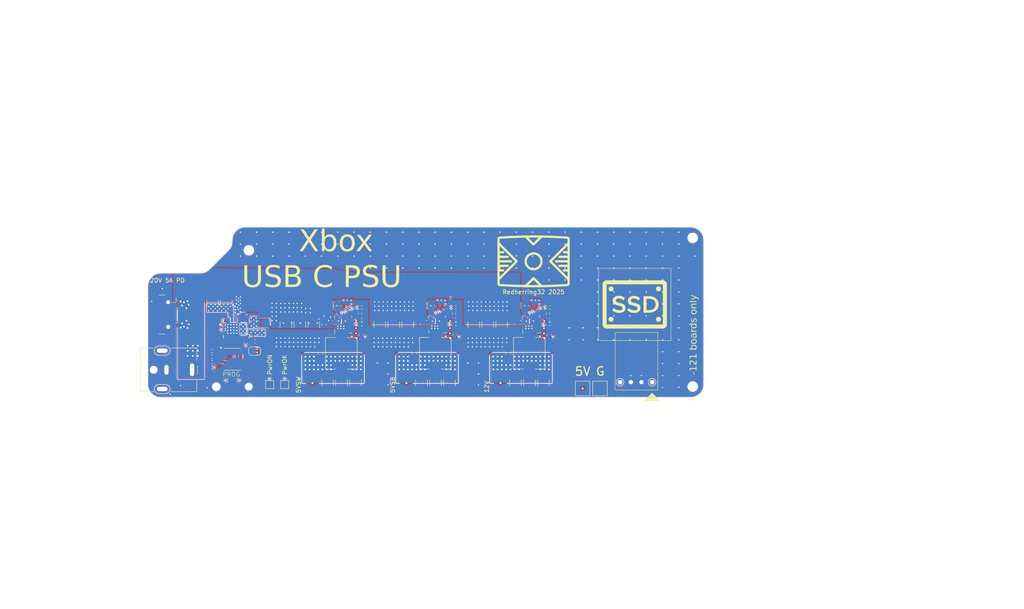
<source format=kicad_pcb>
(kicad_pcb (version 20241229) (generator "pcbnew") (generator_version "9.0")
  (layers (0 "F.Cu" signal) (4 "In1.Cu" signal) (6 "In2.Cu" signal) (2 "B.Cu" signal) (13 "F.Paste" user) (15 "B.Paste" user) (5 "F.SilkS" user "F.Silkscreen") (7 "B.SilkS" user "B.Silkscreen") (1 "F.Mask" user) (3 "B.Mask" user) (25 "Edge.Cuts" user))
  (net 0 "")
  (net 1 "Net-(IC1-BOOT)")
  (net 2 "GND")
  (net 3 "Net-(IC1-SW-Pad30)")
  (net 4 "Net-(IC1-FB)")
  (net 5 "Net-(IC1-MODE2)")
  (net 6 "Net-(IC1-MODE1)")
  (net 7 "Net-(IC1-PHASE)")
  (net 8 "Net-(IC2-BOOT)")
  (net 9 "Net-(IC3-BOOT)")
  (net 10 "/PGOOD")
  (net 11 "/EN")
  (net 12 "Net-(IC2-SW-Pad30)")
  (net 13 "Net-(IC2-FB)")
  (net 14 "Net-(IC2-MODE2)")
  (net 15 "Net-(IC2-MODE1)")
  (net 16 "Net-(IC2-PHASE)")
  (net 17 "Net-(IC3-SW-Pad30)")
  (net 18 "Net-(IC3-FB)")
  (net 19 "Net-(IC3-MODE2)")
  (net 20 "Net-(IC3-MODE1)")
  (net 21 "Net-(IC3-PHASE)")
  (net 22 "/VDD")
  (net 23 "/VBUS")
  (net 24 "/CC1")
  (net 25 "/CC2")
  (net 26 "/PP5V")
  (net 27 "/LDO_3V3")
  (net 28 "/LDO_1V5")
  (net 29 "/SDA")
  (net 30 "/3V3")
  (net 31 "/PPHV")
  (net 32 "/SCL")
  (net 33 "Net-(U3-A0)")
  (net 34 "/EEPROM_3V3")
  (net 35 "/~{IRQ}")
  (net 36 "Net-(U3-A1)")
  (net 37 "Net-(U3-A2)")
  (net 38 "Net-(U3-WP)")
  (net 39 "/DRAIN")
  (net 40 "Net-(C19-Pad2)")
  (net 41 "Net-(C20-Pad2)")
  (net 42 "Net-(C22-Pad2)")
  (net 60 "/12V")
  (net 61 "/5VSB")
  (net 62 "/5VSW")
  (footprint "MountingHole:MountingHole_2.2mm_M2" (layer "F.Cu") (at 157.1 90.26)
    (property "Reference" "REF**" (hide yes))
    (property "Value" "MountingHole_2.2mm_M2")
  )
  (footprint "Jumper:SolderJumper-2_P1.3mm_Open_RoundedPad1.0x1.5mm" (layer "F.Cu") (at 54.575 81.937626)
    (property "Reference" "JP1" (hide yes))
    (property "Value" "Jumper_2_Open")
  )
  (footprint "TestPoint:TestPoint_Pad_1.5x1.5mm" (layer "F.Cu") (at 61.61 89.8 -90)
    (property "Reference" "J8" (hide yes))
    (property "Value" "Conn_01x01_Pin")
  )
  (footprint "Capacitor_SMD:C_0603_1608Metric" (layer "F.Cu") (at 101.49 78.13 -90)
    (property "Reference" "C17" (hide yes))
    (property "Value" "4.7uF")
  )
  (footprint "Resistor_SMD:R_0402_1005Metric" (layer "F.Cu") (at 95.31 71.32 90)
    (property "Reference" "R16" (hide yes))
    (property "Value" "2.2R")
  )
  (footprint "Resistor_SMD:R_0402_1005Metric" (layer "F.Cu") (at 123.66 71.72)
    (property "Reference" "R14" (hide yes))
    (property "Value" "187K")
  )
  (footprint "Capacitor_SMD:C_1210_3225Metric" (layer "F.Cu") (at 122.16 89.38 90)
    (property "Reference" "C21" (hide yes))
    (property "Value" "47uF")
  )
  (footprint "Capacitor_SMD:C_1210_3225Metric" (layer "F.Cu") (at 71.63 89.39 -90)
    (property "Reference" "C32" (hide yes))
    (property "Value" "47uF")
  )
  (footprint "Resistor_SMD:R_0402_1005Metric" (layer "F.Cu") (at 44.61 85.752626 180)
    (property "Reference" "R27" (hide yes))
    (property "Value" "10K")
  )
  (footprint "Capacitor_SMD:C_1210_3225Metric" (layer "F.Cu") (at 44.72 70.755 90)
    (property "Reference" "C46" (hide yes))
    (property "Value" "100uF 16V")
  )
  (footprint "Capacitor_SMD:C_0402_1005Metric" (layer "F.Cu") (at 123.65 74.61 180)
    (property "Reference" "C12" (hide yes))
    (property "Value" "1uF")
  )
  (footprint "Capacitor_SMD:C_1210_3225Metric" (layer "F.Cu") (at 90.4 75.72 -90)
    (property "Reference" "C2" (hide yes))
    (property "Value" "22uF")
  )
  (footprint "Capacitor_SMD:C_0603_1608Metric" (layer "F.Cu") (at 70.82 75.745 -90)
    (property "Reference" "C13" (hide yes))
    (property "Value" "22uF")
  )
  (footprint "MountingHole:MountingHole_2.2mm_M2" (layer "F.Cu") (at 157.1 55.43)
    (property "Reference" "REF**" (hide yes))
    (property "Value" "MountingHole_2.2mm_M2")
  )
  (footprint "Xbox-Charge:TPS25750D" (layer "F.Cu") (at 50.3 76.745001)
    (property "Reference" "U2" (hide yes))
    (property "Value" "TPS25750")
  )
  (footprint "Resistor_SMD:R_0402_1005Metric" (layer "F.Cu") (at 44.61 84.492626 180)
    (property "Reference" "R26" (hide yes))
    (property "Value" "10K")
  )
  (footprint "Capacitor_SMD:C_0402_1005Metric" (layer "F.Cu") (at 54.86 73.705 90)
    (property "Reference" "C50" (hide yes))
    (property "Value" "0.1uF 50V")
  )
  (footprint "Capacitor_SMD:C_1210_3225Metric" (layer "F.Cu") (at 118.9 89.38 -90)
    (property "Reference" "C24" (hide yes))
    (property "Value" "47uF")
  )
  (footprint "Capacitor_SMD:C_0805_2012Metric" (layer "F.Cu") (at 55.28 75.595)
    (property "Reference" "C47" (hide yes))
    (property "Value" "4.7uF 50V")
  )
  (footprint "Xbox-PMS:SIC437BEDT1GE3" (layer "F.Cu") (at 119.288 75.718)
    (property "Reference" "IC2" (hide yes))
    (property "Value" "SIC437BED-T1-GE3" (hide yes))
  )
  (footprint "Xbox-Charge:PROG" (layer "F.Cu") (at 47.6 90.282626)
    (property "Reference" "J6" (hide yes))
    (property "Value" "Conn_01x04_Pin")
    (fp_circle (center -2 0) (end -1 0) (stroke (width 0.1)) (fill no) (layer "Edge.Cuts"))
    (fp_circle (center 5.6 0) (end 6.5 0) (stroke (width 0.1)) (fill no) (layer "Edge.Cuts"))
  )
  (footprint "Capacitor_SMD:C_0603_1608Metric" (layer "F.Cu") (at 69.94 82.49 90)
    (property "Reference" "C45" (hide yes))
    (property "Value" "0.1uF")
  )
  (footprint "Resistor_SMD:R_0402_1005Metric" (layer "F.Cu") (at 76.36 71.45 90)
    (property "Reference" "R11" (hide yes))
    (property "Value" "10K")
  )
  (footprint "Xbox-PMS:SIC437BEDT1GE3" (layer "F.Cu") (at 97.279 75.724)
    (property "Reference" "IC1" (hide yes))
    (property "Value" "SIC437BED-T1-GE3")
  )
  (footprint "Xbox-PMS:pad" (layer "F.Cu") (at 112.09 89.43 90)
    (property "Reference" "TP3" (hide yes))
    (property "Value" "TestPoint")
  )
  (footprint "Inductor_SMD:L_7.3x7.3_H4.5" (layer "F.Cu") (at 74.87 82.47 -90)
    (property "Reference" "L3" (hide yes))
    (property "Value" "780nH")
  )
  (footprint "Capacitor_SMD:C_1210_3225Metric" (layer "F.Cu") (at 68.41 75.72 -90)
    (property "Reference" "C10" (hide yes))
    (property "Value" "22uF")
  )
  (footprint "Resistor_SMD:R_0402_1005Metric" (layer "F.Cu") (at 50.49 88.792626)
    (property "Reference" "R23" (hide yes))
    (property "Value" "2.2K")
  )
  (footprint "Resistor_SMD:R_0402_1005Metric" (layer "F.Cu") (at 101.67 71.72)
    (property "Reference" "R17" (hide yes))
    (property "Value" "18.7K" (hide yes))
  )
  (footprint "Capacitor_SMD:C_0402_1005Metric" (layer "F.Cu") (at 54.68 79.715)
    (property "Reference" "C60" (hide yes))
    (property "Value" "0.1uF")
  )
  (footprint "Capacitor_SMD:C_0402_1005Metric" (layer "F.Cu") (at 74.31 71.31 90)
    (property "Reference" "C22" (hide yes))
    (property "Value" "0.1uF")
  )
  (footprint "Resistor_SMD:R_0402_1005Metric" (layer "F.Cu") (at 123.22 73.16 -90)
    (property "Reference" "R12" (hide yes))
    (property "Value" "10K")
  )
  (footprint "Capacitor_SMD:C_0402_1005Metric" (layer "F.Cu") (at 53.94 73.705 90)
    (property "Reference" "C48" (hide yes))
    (property "Value" "0.1uF 50V")
  )
  (footprint "Capacitor_SMD:C_0603_1608Metric" (layer "F.Cu") (at 79.5 78.14 -90)
    (property "Reference" "C18" (hide yes))
    (property "Value" "4.7uF")
  )
  (footprint "Resistor_SMD:R_0402_1005Metric" (layer "F.Cu") (at 101.67 75.6)
    (property "Reference" "R2" (hide yes))
    (property "Value" "10K" (hide yes))
  )
  (footprint "Capacitor_SMD:C_1210_3225Metric" (layer "F.Cu") (at 105.86 75.71 -90)
    (property "Reference" "C5" (hide yes))
    (property "Value" "22uF")
  )
  (footprint "Capacitor_SMD:C_0603_1608Metric" (layer "F.Cu") (at 92.82 75.73 -90)
    (property "Reference" "C9" (hide yes))
    (property "Value" "22uF")
  )
  (footprint "Resistor_SMD:R_0402_1005Metric" (layer "F.Cu") (at 52.49 80.165 -90)
    (property "Reference" "R21" (hide yes))
    (property "Value" "10K")
  )
  (footprint "Resistor_SMD:R_0402_1005Metric" (layer "F.Cu") (at 79.67 71.73)
    (property "Reference" "R20" (hide yes))
    (property "Value" "18.7K")
  )
  (footprint "Resistor_SMD:R_0402_1005Metric" (layer "F.Cu") (at 117.31 71.33 90)
    (property "Reference" "R13" (hide yes))
    (property "Value" "2.2R")
  )
  (footprint "Resistor_SMD:R_0402_1005Metric" (layer "F.Cu") (at 48.28 88.812626 180)
    (property "Reference" "R22" (hide yes))
    (property "Value" "2.2K")
  )
  (footprint "Capacitor_SMD:C_0603_1608Metric" (layer "F.Cu") (at 114.82 75.74 -90)
    (property "Reference" "C7" (hide yes))
    (property "Value" "22uF")
  )
  (footprint "Capacitor_SMD:C_0402_1005Metric" (layer "F.Cu") (at 101.66 74.61 180)
    (property "Reference" "C14" (hide yes))
    (property "Value" "1uF")
  )
  (footprint "Inductor_SMD:L_7.3x7.3_H4.5" (layer "F.Cu") (at 118.86 82.45 -90)
    (property "Reference" "L1" (hide yes))
    (property "Value" "780nH")
  )
  (footprint "TestPoint:TestPoint_Pad_1.5x1.5mm" (layer "F.Cu") (at 58.07 89.81 -90)
    (property "Reference" "J9" (hide yes))
    (property "Value" "Conn_01x01_Pin")
  )
  (footprint "Resistor_SMD:R_0402_1005Metric" (layer "F.Cu") (at 79.23 73.17 -90)
    (property "Reference" "R18" (hide yes))
    (property "Value" "2.55K")
  )
  (footprint "TestPoint:TestPoint_Pad_3.0x3.0mm" (layer "F.Cu") (at 131.34 90.7)
    (property "Reference" "REF**" (hide yes))
    (property "Value" "TestPoint_Pad_3.0x3.0mm")
  )
  (footprint "Capacitor_SMD:C_1210_3225Metric" (layer "F.Cu") (at 100.16 89.38 90)
    (property "Reference" "C23" (hide yes))
    (property "Value" "47uF" (hide yes))
  )
  (footprint "Xbox-PMS:pad" (layer "F.Cu") (at 90.09 89.44 90)
    (property "Reference" "TP5" (hide yes))
    (property "Value" "TestPoint")
  )
  (footprint "Xbox-PMS:FDD Connector" (layer "F.Cu") (at 147.6 89.205 180)
    (property "Reference" "J7" (hide yes))
    (property "Value" "Conn_01x04_Pin")
  )
  (footprint "Resistor_SMD:R_0402_1005Metric" (layer "F.Cu") (at 44.61 81.952626 180)
    (property "Reference" "R24" (hide yes))
    (property "Value" "10K")
  )
  (footprint "Resistor_SMD:R_0402_1005Metric" (layer "F.Cu") (at 101.22 73.16 -90)
    (property "Reference" "R15" (hide yes))
    (property "Value" "2.55K")
  )
  (footprint "Capacitor_SMD:C_0402_1005Metric" (layer "F.Cu") (at 54.28 78.345 -90)
    (property "Reference" "C61" (hide yes))
    (property "Value" "0.1uF 50V")
  )
  (footprint "Capacitor_SMD:C_1210_3225Metric" (layer "F.Cu") (at 109.12 75.71 -90)
    (property "Reference" "C3" (hide yes))
    (property "Value" "22uF")
  )
  (footprint "Xbox-PMS:pad" (layer "F.Cu") (at 68.1 89.44 90)
    (property "Reference" "TP7" (hide yes))
    (property "Value" "TestPoint")
  )
  (footprint "Capacitor_SMD:C_0603_1608Metric" (layer "F.Cu") (at 123.5 78.13 -90)
    (property "Reference" "C15" (hide yes))
    (property "Value" "4.7uF")
  )
  (footprint "Capacitor_SMD:C_1210_3225Metric" (layer "F.Cu") (at 61.87 75.72 -90)
    (property "Reference" "C8" (hide yes))
    (property "Value" "22uF")
  )
  (footprint "Capacitor_SMD:C_0402_1005Metric" (layer "F.Cu") (at 118.3 71.3 90)
    (property "Reference" "C19" (hide yes))
    (property "Value" "0.1uF")
  )
  (footprint "Resistor_SMD:R_0402_1005Metric" (layer "F.Cu") (at 44.61 83.222626 180)
    (property "Reference" "R25" (hide yes))
    (property "Value" "10K")
  )
  (footprint "Capacitor_SMD:C_0603_1608Metric" (layer "F.Cu") (at 113.93 82.49 90)
    (property "Reference" "C42" (hide yes))
    (property "Value" "0.1uF")
  )
  (footprint "Inductor_SMD:L_7.3x7.3_H4.5" (layer "F.Cu") (at 96.86 82.45 -90)
    (property "Reference" "L2" (hide yes))
    (property "Value" "820nH")
  )
  (footprint "Capacitor_SMD:C_0603_1608Metric" (layer "F.Cu") (at 48.39 73.605 180)
    (property "Reference" "C53" (hide yes))
    (property "Value" "10uF 16V")
  )
  (footprint "MountingHole:MountingHole_2.2mm_M2" (layer "F.Cu") (at 53.22 58.33)
    (property "Reference" "REF**" (hide yes))
    (property "Value" "MountingHole_2.2mm_M2")
  )
  (footprint "Capacitor_SMD:C_1210_3225Metric" (layer "F.Cu") (at 47.97 70.745 90)
    (property "Reference" "C49" (hide yes))
    (property "Value" "100uF 16V")
  )
  (footprint "Xbox-PMS:pad" (layer "F.Cu") (at 103.94 89.43 90)
    (property "Reference" "TP6" (hide yes))
    (property "Value" "TestPoint")
  )
  (footprint "Xbox-PMS:SIC437BEDT1GE3" (layer "F.Cu") (at 75.291 75.754)
    (property "Reference" "IC3" (hide yes))
    (property "Value" "SIC437BED-T1-GE3")
  )
  (footprint "TestPoint:TestPoint_Pad_3.0x3.0mm" (layer "F.Cu") (at 135.4 90.7)
    (property "Reference" "REF**" (hide yes))
    (property "Value" "TestPoint_Pad_3.0x3.0mm")
  )
  (footprint "Capacitor_SMD:C_0603_1608Metric" (layer "F.Cu") (at 91.93 82.48 90)
    (property "Reference" "C43" (hide yes))
    (property "Value" "0.1uF")
  )
  (footprint "Capacitor_SMD:C_1210_3225Metric" (layer "F.Cu") (at 93.62 89.39 -90)
    (property "Reference" "C28" (hide yes))
    (property "Value" "47uF")
  )
  (footprint "Resistor_SMD:R_0402_1005Metric" (layer "F.Cu") (at 73.32 71.33 90)
    (property "Reference" "R19" (hide yes))
    (property "Value" "2.2R")
  )
  (footprint "Capacitor_SMD:C_1210_3225Metric" (layer "F.Cu") (at 65.14 75.72 -90)
    (property "Reference" "C11" (hide yes))
    (property "Value" "22uF")
  )
  (footprint "Capacitor_SMD:C_0201_0603Metric" (layer "F.Cu") (at 52.375 73.825)
    (property "Reference" "C63" (hide yes))
    (property "Value" "330pF 16V")
  )
  (footprint "Capacitor_SMD:C_1210_3225Metric" (layer "F.Cu") (at 112.4 75.72 -90)
    (property "Reference" "C1" (hide yes))
    (property "Value" "22uF")
  )
  (footprint "Capacitor_SMD:C_1210_3225Metric" (layer "F.Cu") (at 96.9 89.39 -90)
    (property "Reference" "C25" (hide yes))
    (property "Value" "47uF")
  )
  (footprint "Xbox-PMS:pad" (layer "F.Cu") (at 125.94 89.44 90)
    (property "Reference" "TP4" (hide yes))
    (property "Value" "TestPoint")
  )
  (footprint "Capacitor_SMD:C_1210_3225Metric" (layer "F.Cu") (at 87.14 75.71 -90)
    (property "Reference" "C4" (hide yes))
    (property "Value" "22uF")
  )
  (footprint "Package_SO:SOIC-8_3.9x4.9mm_P1.27mm" (layer "F.Cu") (at 49.36 83.852626)
    (property "Reference" "U3" (hide yes))
    (property "Value" "CAT24C512")
  )
  (footprint "Capacitor_SMD:C_1210_3225Metric" (layer "F.Cu") (at 78.17 89.39 -90)
    (property "Reference" "C29" (hide yes))
    (property "Value" "47uF")
  )
  (footprint "Connector_USB:USB_C_Receptacle_GCT_USB4110" (layer "F.Cu") (at 31.72 73.38 -90)
    (property "Reference" "J2" (hide yes))
    (property "Value" "USB_C_Receptacle_USB2.0_16P")
  )
  (footprint "Xbox-PMS:pad" (layer "F.Cu") (at 81.95 89.45 90)
    (property "Reference" "TP8" (hide yes))
    (property "Value" "TestPoint")
  )
  (footprint "Resistor_SMD:R_0402_1005Metric" (layer "F.Cu") (at 123.67 75.6)
    (property "Reference" "R1" (hide yes))
    (property "Value" "10K")
  )
  (footprint "Capacitor_SMD:C_0402_1005Metric" (layer "F.Cu") (at 96.3 71.3 90)
    (property "Reference" "C20" (hide yes))
    (property "Value" "0.1uF")
  )
  (footprint "Capacitor_SMD:C_1210_3225Metric" (layer "F.Cu") (at 115.62 89.38 -90)
    (property "Reference" "C27" (hide yes))
    (property "Value" "47uF")
  )
  (footprint "Capacitor_SMD:C_0201_0603Metric" (layer "F.Cu") (at 51.05 73.825 180)
    (property "Reference" "C62" (hide yes))
    (property "Value" "330pF 16V")
  )
  (footprint "Capacitor_SMD:C_1210_3225Metric" (layer "F.Cu") (at 83.85 75.71 -90)
    (property "Reference" "C6" (hide yes))
    (property "Value" "22uF")
  )
  (footprint "Capacitor_SMD:C_0402_1005Metric" (layer "F.Cu") (at 79.66 74.62 180)
    (property "Reference" "C16" (hide yes))
    (property "Value" "1uF")
  )
  (footprint "Connector_BarrelJack:BarrelJack_CUI_PJ-063AH_Horizontal" (layer "F.Cu") (at 39.93 86.33 -90)
    (property "Reference" "J3" (hide yes))
    (property "Value" "Jack-DC")
  )
  (footprint "Resistor_SMD:R_0402_1005Metric" (layer "F.Cu") (at 79.68 75.61)
    (property "Reference" "R7" (hide yes))
    (property "Value" "10K")
  )
  (footprint "Capacitor_SMD:C_1210_3225Metric" (layer "F.Cu") (at 74.9 89.39 90)
    (property "Reference" "C26" (hide yes))
    (property "Value" "47uF")
  )
  (footprint "Capacitor_SMD:C_0402_1005Metric" (layer "B.Cu") (at 47.79 76.935)
    (property "Reference" "C56" (hide yes))
    (property "Value" "10uF 16V")
  )
  (footprint "Capacitor_SMD:C_0402_1005Metric" (layer "B.Cu") (at 47.79 75.745)
    (property "Reference" "C55" (hide yes))
    (property "Value" "10uF 16V")
  )
  (footprint "Capacitor_SMD:C_0805_2012Metric" (layer "B.Cu") (at 56.34 78.345 -90)
    (property "Reference" "C59" (hide yes))
    (property "Value" "22uF 50V")
  )
  (footprint "Resistor_SMD:R_0402_1005Metric" (layer "B.Cu") (at 98.46 71.44 -90)
    (property "Reference" "R6" (hide yes))
    (property "Value" "499K")
  )
  (footprint "Capacitor_SMD:C_0603_1608Metric" (layer "B.Cu") (at 74.04 89.39 -90)
    (property "Reference" "C35" (hide yes))
    (property "Value" "22uF")
  )
  (footprint "Capacitor_SMD:C_0603_1608Metric" (layer "B.Cu") (at 97.54 89.38 -90)
    (property "Reference" "C34" (hide yes))
    (property "Value" "22uF")
  )
  (footprint "Resistor_SMD:R_0402_1005Metric" (layer "B.Cu") (at 76.47 71.45 -90)
    (property "Reference" "R9" (hide yes))
    (property "Value" "499K")
  )
  (footprint "Capacitor_SMD:C_0402_1005Metric" (layer "B.Cu") (at 53.94 73.705 90)
    (property "Reference" "C54" (hide yes))
    (property "Value" "0.1uF 50V")
  )
  (footprint "Capacitor_SMD:C_0402_1005Metric" (layer "B.Cu") (at 54.86 73.705 90)
    (property "Reference" "C52" (hide yes))
    (property "Value" "0.1uF 50V")
  )
  (footprint "Capacitor_SMD:C_0603_1608Metric" (layer "B.Cu") (at 48.39 73.605 180)
    (property "Reference" "C51" (hide yes))
    (property "Value" "10uF 16V")
  )
  (footprint "Package_SON:WSON-6-1EP_2x2mm_P0.65mm_EP1x1.6mm" (layer "B.Cu") (at 56.59 75.365 180)
    (property "Reference" "U1" (hide yes))
    (property "Value" "TVS2200DRV")
  )
  (footprint "Capacitor_SMD:C_0603_1608Metric" (layer "B.Cu") (at 119.54 89.38 -90)
    (property "Reference" "C33" (hide yes))
    (property "Value" "22uF")
  )
  (footprint "Capacitor_SMD:C_0603_1608Metric" (layer "B.Cu") (at 121.07 89.38 -90)
    (property "Reference" "C30" (hide yes))
    (property "Value" "22uF")
  )
  (footprint "Capacitor_SMD:C_0603_1608Metric" (layer "B.Cu") (at 77.08 89.39 -90)
    (property "Reference" "C38" (hide yes))
    (property "Value" "22uF")
  )
  (footprint "Capacitor_SMD:C_0603_1608Metric" (layer "B.Cu") (at 94.51 89.38 -90)
    (property "Reference" "C40" (hide yes))
    (property "Value" "22uF")
  )
  (footprint "Capacitor_SMD:C_0603_1608Metric" (layer "B.Cu") (at 99.08 89.38 -90)
    (property "Reference" "C31" (hide yes))
    (property "Value" "22uF")
  )
  (footprint "Capacitor_SMD:C_0603_1608Metric" (layer "B.Cu") (at 96.03 89.38 -90)
    (property "Reference" "C37" (hide yes))
    (property "Value" "22uF")
  )
  (footprint "Capacitor_SMD:C_0603_1608Metric" (layer "B.Cu") (at 75.55 89.39 -90)
    (property "Reference" "C44" (hide yes))
    (property "Value" "22uF")
  )
  (footprint "Capacitor_SMD:C_0603_1608Metric" (layer "B.Cu") (at 72.52 89.39 -90)
    (property "Reference" "C41" (hide yes))
    (property "Value" "22uF")
  )
  (footprint "Capacitor_SMD:C_0603_1608Metric" (layer "B.Cu") (at 118.03 89.38 -90)
    (property "Reference" "C36" (hide yes))
    (property "Value" "22uF")
  )
  (footprint "Capacitor_SMD:C_0805_2012Metric" (layer "B.Cu") (at 54.28 78.345 -90)
    (property "Reference" "C58" (hide yes))
    (property "Value" "22uF 50V")
  )
  (footprint "Capacitor_SMD:C_0402_1005Metric" (layer "B.Cu") (at 46.76 74.765 180)
    (property "Reference" "C57" (hide yes))
    (property "Value" "10uF 16V")
  )
  (footprint "Resistor_SMD:R_0402_1005Metric" (layer "B.Cu") (at 120.46 71.44 -90)
    (property "Reference" "R4" (hide yes))
    (property "Value" "499K")
  )
  (footprint "Resistor_SMD:R_0402_1005Metric" (layer "B.Cu") (at 75.46 71.45 90)
    (property "Reference" "R8" (hide yes))
    (property "Value" "100K")
  )
  (footprint "Capacitor_SMD:C_0603_1608Metric" (layer "B.Cu") (at 116.52 89.39 -90)
    (property "Reference" "C39" (hide yes))
    (property "Value" "22uF")
  )
  (footprint "Resistor_SMD:R_0402_1005Metric" (layer "B.Cu") (at 119.45 71.44 90)
    (property "Reference" "R3" (hide yes))
    (property "Value" "100K")
  )
  (footprint "Resistor_SMD:R_0402_1005Metric" (layer "B.Cu") (at 97.45 71.44 90)
    (property "Reference" "R5" (hide yes))
    (property "Value" "100K")
  )
  (gr_poly (pts (xy 139.875935 68.987875) (xy 139.978848 68.993536) (xy 140.081023 69.004071) (xy 140.182299 69.019416) (xy 140.282511 69.03951) (xy 140.381499 69.064292) (xy 140.479099 69.093699) (xy 140.575149 69.127669) (xy 140.669485 69.166141) (xy 140.761946 69.209053) (xy 140.85237 69.256343) (xy 140.940592 69.307949) (xy 141.026452 69.363809) (xy 141.109785 69.423861) (xy 141.190431 69.488044) (xy 141.268225 69.556295) (xy 140.887225 70.073703) (xy 140.829358 70.021518) (xy 140.769421 69.972161) (xy 140.70752 69.925679) (xy 140.643761 69.882115) (xy 140.57825 69.841514) (xy 140.511094 69.803922) (xy 140.4424 69.769383) (xy 140.372273 69.737942) (xy 140.30082 69.709645) (xy 140.228147 69.684535) (xy 140.15436 69.662657) (xy 140.079566 69.644058) (xy 140.003872 69.628781) (xy 139.927383 69.616871) (xy 139.850206 69.608373) (xy 139.772447 69.603333) (xy 139.7431 69.600642) (xy 139.713952 69.599415) (xy 139.68504 69.599622) (xy 139.656404 69.601234) (xy 139.628083 69.60422) (xy 139.600114 69.608552) (xy 139.572536 69.614201) (xy 139.545388 69.621136) (xy 139.518709 69.629329) (xy 139.492538 69.638751) (xy 139.466912 69.64937) (xy 139.441871 69.66116) (xy 139.417454 69.674089) (xy 139.393698 69.688128) (xy 139.370643 69.703249) (xy 139.348327 69.719421) (xy 139.326789 69.736616) (xy 139.306067 69.754804) (xy 139.286201 69.773955) (xy 139.267228 69.79404) (xy 139.249188 69.81503) (xy 139.232119 69.836895) (xy 139.216059 69.859607) (xy 139.201048 69.883134) (xy 139.187124 69.907449) (xy 139.174326 69.932521) (xy 139.162691 69.958322) (xy 139.15226 69.984822) (xy 139.14307 70.011991) (xy 139.13516 70.0398) (xy 139.12857 70.06822) (xy 139.123336 70.097221) (xy 139.126709 70.153998) (xy 139.130937 70.180713) (xy 139.136869 70.206371) (xy 139.144513 70.231012) (xy 139.153877 70.254679) (xy 139.164969 70.277414) (xy 139.177796 70.29926) (xy 139.192367 70.320258) (xy 139.208688 70.34045) (xy 139.246616 70.378589) (xy 139.291639 70.414012) (xy 139.343822 70.447059) (xy 139.403226 70.478066) (xy 139.469913 70.507371) (xy 139.543944 70.535312) (xy 139.625383 70.562226) (xy 139.714291 70.588452) (xy 139.810729 70.614325) (xy 140.026447 70.666369) (xy 140.174933 70.701635) (xy 140.316736 70.739029) (xy 140.451455 70.779138) (xy 140.578691 70.822547) (xy 140.698046 70.869843) (xy 140.754642 70.895131) (xy 140.809118 70.92161) (xy 140.861423 70.949353) (xy 140.911508 70.978434) (xy 140.959323 71.008926) (xy 141.004817 71.040902) (xy 141.047942 71.074435) (xy 141.088646 71.109598) (xy 141.12688 71.146465) (xy 141.162594 71.185109) (xy 141.195737 71.225603) (xy 141.226261 71.26802) (xy 141.254115 71.312433) (xy 141.279249 71.358916) (xy 141.301613 71.407542) (xy 141.321158 71.458384) (xy 141.337832 71.511515) (xy 141.351587 71.567009) (xy 141.362372 71.624939) (xy 141.370138 71.685377) (xy 141.374834 71.748397) (xy 141.37641 71.814073) (xy 141.374897 71.880377) (xy 141.37037 71.945207) (xy 141.362845 72.008521) (xy 141.35234 72.070278) (xy 141.338873 72.130436) (xy 141.32246 72.188955) (xy 141.303119 72.245792) (xy 141.280866 72.300906) (xy 141.25572 72.354257) (xy 141.227697 72.405803) (xy 141.196814 72.455502) (xy 141.16309 72.503313) (xy 141.12654 72.549194) (xy 141.087183 72.593106) (xy 141.045035 72.635005) (xy 141.000114 72.674851) (xy 140.952437 72.712602) (xy 140.90202 72.748218) (xy 140.848883 72.781656) (xy 140.793041 72.812875) (xy 140.734511 72.841835) (xy 140.673312 72.868493) (xy 140.60946 72.892808) (xy 140.542973 72.91474) (xy 140.473867 72.934246) (xy 140.40216 72.951285) (xy 140.327869 72.965817) (xy 140.251012 72.977799) (xy 140.089667 72.993949) (xy 139.918262 72.999406) (xy 139.803584 72.999185) (xy 139.689533 72.993411) (xy 139.576295 72.982155) (xy 139.464056 72.965488) (xy 139.353001 72.94348) (xy 139.243315 72.916203) (xy 139.135183 72.883726) (xy 139.028792 72.84612) (xy 138.924326 72.803457) (xy 138.821972 72.755805) (xy 138.721913 72.703237) (xy 138.624337 72.645822) (xy 138.529428 72.583631) (xy 138.437371 72.516736) (xy 138.348353 72.445205) (xy 138.262558 72.36911) (xy 138.667077 71.870518) (xy 138.732795 71.930512) (xy 138.800999 71.987114) (xy 138.871556 72.040269) (xy 138.944332 72.089923) (xy 139.019191 72.136021) (xy 139.096 72.178507) (xy 139.174624 72.217326) (xy 139.254929 72.252424) (xy 139.336782 72.283745) (xy 139.420046 72.311234) (xy 139.504589 72.334837) (xy 139.590277 72.354499) (xy 139.676974 72.370164) (xy 139.764546 72.381777) (xy 139.85286 72.389284) (xy 139.941781 72.392629) (xy 139.986084 72.392066) (xy 140.029033 72.390385) (xy 140.070625 72.387598) (xy 140.110857 72.383718) (xy 140.149724 72.378755) (xy 140.187223 72.372723) (xy 140.223351 72.365633) (xy 140.258105 72.357498) (xy 140.29148 72.348329) (xy 140.323474 72.338139) (xy 140.354083 72.326939) (xy 140.383304 72.314742) (xy 140.411133 72.30156) (xy 140.437567 72.287404) (xy 140.462601 72.272287) (xy 140.486234 72.256221) (xy 140.508461 72.239218) (xy 140.52928 72.22129) (xy 140.548685 72.202449) (xy 140.566675 72.182707) (xy 140.583245 72.162077) (xy 140.598393 72.140569) (xy 140.612114 72.118197) (xy 140.624406 72.094972) (xy 140.635264 72.070907) (xy 140.644686 72.046013) (xy 140.652667 72.020303) (xy 140.659206 71.993788) (xy 140.664297 71.96648) (xy 140.667938 71.938393) (xy 140.670125 71.909537) (xy 140.670855 71.879925) (xy 140.667586 71.822373) (xy 140.663483 71.795343) (xy 140.657717 71.769416) (xy 140.650277 71.744547) (xy 140.641151 71.72069) (xy 140.630326 71.697799) (xy 140.617791 71.675829) (xy 140.603533 71.654734) (xy 140.587541 71.634468) (xy 140.550304 71.596243) (xy 140.505984 71.560787) (xy 140.454484 71.527736) (xy 140.395709 71.496724) (xy 140.329561 71.467387) (xy 140.255944 71.439359) (xy 140.174761 71.412275) (xy 140.085917 71.385769) (xy 139.989314 71.359477) (xy 139.772447 71.306074) (xy 139.621724 71.26962) (xy 139.476831 71.23052) (xy 139.338303 71.188334) (xy 139.20668 71.14262) (xy 139.082498 71.092937) (xy 139.023366 71.066469) (xy 138.966295 71.038844) (xy 138.911354 71.010007) (xy 138.858608 70.979901) (xy 138.808126 70.948473) (xy 138.759975 70.915666) (xy 138.714222 70.881427) (xy 138.670933 70.845699) (xy 138.630177 70.808427) (xy 138.59202 70.769557) (xy 138.556529 70.729034) (xy 138.523772 70.686802) (xy 138.493816 70.642806) (xy 138.466729 70.59699) (xy 138.442576 70.549301) (xy 138.421426 70.499683) (xy 138.403345 70.44808) (xy 138.388401 70.394437) (xy 138.376661 70.3387) (xy 138.368192 70.280813) (xy 138.363061 70.220722) (xy 138.361336 70.15837) (xy 138.363061 70.095417) (xy 138.368192 70.033596) (xy 138.376661 69.972963) (xy 138.388401 69.913575) (xy 138.403345 69.85549) (xy 138.421426 69.798764) (xy 138.442576 69.743454) (xy 138.466729 69.689617) (xy 138.493816 69.637309) (xy 138.523772 69.586587) (xy 138.556529 69.537509) (xy 138.59202 69.490132) (xy 138.630177 69.444511) (xy 138.670933 69.400704) (xy 138.714222 69.358768) (xy 138.759975 69.318759) (xy 138.808126 69.280734) (xy 138.858608 69.244751) (xy 138.911354 69.210866) (xy 138.966295 69.179136) (xy 139.023366 69.149618) (xy 139.082498 69.122368) (xy 139.143625 69.097443) (xy 139.20668 69.074901) (xy 139.271595 69.054798) (xy 139.338303 69.037191) (xy 139.406738 69.022137) (xy 139.476831 69.009693) (xy 139.548515 68.999915) (xy 139.621724 68.99286) (xy 139.696391 68.988586) (xy 139.772447 68.987148)) (stroke (width -0.000001)) (fill yes) (layer "F.SilkS"))
  (gr_poly (pts (xy 143.420048 69.01572) (xy 143.520533 69.020794) (xy 143.620342 69.030536) (xy 143.719322 69.044891) (xy 143.817319 69.0638) (xy 143.914179 69.087208) (xy 144.009751 69.115059) (xy 144.10388 69.147295) (xy 144.196414 69.183861) (xy 144.287198 69.224699) (xy 144.376081 69.269754) (xy 144.462907 69.318969) (xy 144.547525 69.372287) (xy 144.629781 69.429651) (xy 144.709522 69.491006) (xy 144.786594 69.556295) (xy 144.405595 70.073703) (xy 144.347728 70.021518) (xy 144.287791 69.972161) (xy 144.22589 69.925679) (xy 144.162131 69.882115) (xy 144.09662 69.841514) (xy 144.029464 69.803922) (xy 143.96077 69.769383) (xy 143.890643 69.737943) (xy 143.81919 69.709645) (xy 143.746517 69.684535) (xy 143.67273 69.662658) (xy 143.597936 69.644058) (xy 143.522242 69.628781) (xy 143.445753 69.616871) (xy 143.368575 69.608373) (xy 143.290816 69.603333) (xy 143.261143 69.600147) (xy 143.231654 69.598464) (xy 143.20239 69.598254) (xy 143.173391 69.599487) (xy 143.144697 69.602132) (xy 143.116349 69.606159) (xy 143.088386 69.611538) (xy 143.060849 69.61824) (xy 143.033779 69.626233) (xy 143.007214 69.635487) (xy 142.981197 69.645973) (xy 142.955766 69.65766) (xy 142.930962 69.670519) (xy 142.906825 69.684518) (xy 142.883395 69.699628) (xy 142.860713 69.715819) (xy 142.838819 69.73306) (xy 142.817754 69.751321) (xy 142.797556 69.770573) (xy 142.778267 69.790784) (xy 142.759926 69.811926) (xy 142.742575 69.833967) (xy 142.726253 69.856877) (xy 142.711 69.880627) (xy 142.696856 69.905186) (xy 142.683863 69.930524) (xy 142.672059 69.956611) (xy 142.661486 69.983416) (xy 142.652183 70.01091) (xy 142.64419 70.039062) (xy 142.637549 70.067843) (xy 142.632299 70.097221) (xy 142.635671 70.153998) (xy 142.639899 70.180714) (xy 142.645831 70.206371) (xy 142.653475 70.231012) (xy 142.662839 70.25468) (xy 142.673931 70.277415) (xy 142.686759 70.29926) (xy 142.701329 70.320258) (xy 142.717651 70.340451) (xy 142.755578 70.378589) (xy 142.800602 70.414013) (xy 142.852785 70.44706) (xy 142.912189 70.478067) (xy 142.978876 70.507372) (xy 143.052907 70.535313) (xy 143.134346 70.562227) (xy 143.223254 70.588452) (xy 143.319692 70.614326) (xy 143.53541 70.66637) (xy 143.684724 70.701635) (xy 143.827251 70.739029) (xy 143.962598 70.779138) (xy 144.090374 70.822547) (xy 144.210184 70.869843) (xy 144.266979 70.895131) (xy 144.321636 70.92161) (xy 144.374105 70.949353) (xy 144.424338 70.978434) (xy 144.472284 71.008926) (xy 144.517896 71.040902) (xy 144.561124 71.074435) (xy 144.601919 71.109598) (xy 144.640231 71.146465) (xy 144.676012 71.185109) (xy 144.709213 71.225603) (xy 144.739785 71.26802) (xy 144.767677 71.312433) (xy 144.792843 71.358916) (xy 144.815231 71.407542) (xy 144.834794 71.458384) (xy 144.851481 71.511515) (xy 144.865245 71.567009) (xy 144.876035 71.624939) (xy 144.883803 71.685377) (xy 144.8885 71.748397) (xy 144.890077 71.814073) (xy 144.888564 71.880377) (xy 144.884037 71.945207) (xy 144.876512 72.008521) (xy 144.866007 72.070278) (xy 144.85254 72.130436) (xy 144.836127 72.188955) (xy 144.816785 72.245792) (xy 144.794533 72.300906) (xy 144.769387 72.354257) (xy 144.741364 72.405803) (xy 144.710481 72.455502) (xy 144.676757 72.503313) (xy 144.640207 72.549194) (xy 144.60085 72.593106) (xy 144.558702 72.635005) (xy 144.513781 72.674851) (xy 144.466103 72.712602) (xy 144.415687 72.748218) (xy 144.362549 72.781656) (xy 144.306707 72.812875) (xy 144.248178 72.841835) (xy 144.186979 72.868493) (xy 144.123127 72.892808) (xy 144.056639 72.91474) (xy 143.987534 72.934246) (xy 143.915827 72.951285) (xy 143.841536 72.965817) (xy 143.764679 72.977799) (xy 143.603334 72.993949) (xy 143.431929 72.999406) (xy 143.317251 72.999185) (xy 143.2032 72.993411) (xy 143.089963 72.982155) (xy 142.977723 72.965488) (xy 142.866668 72.94348) (xy 142.756982 72.916203) (xy 142.64885 72.883726) (xy 142.542459 72.84612) (xy 142.437993 72.803457) (xy 142.335638 72.755805) (xy 142.23558 72.703237) (xy 142.138004 72.645822) (xy 142.043094 72.583631) (xy 141.951038 72.516736) (xy 141.86202 72.445205) (xy 141.776225 72.36911) (xy 142.180744 71.870518) (xy 142.246461 71.930512) (xy 142.314666 71.987114) (xy 142.385223 72.040269) (xy 142.457998 72.089923) (xy 142.532857 72.136021) (xy 142.609666 72.178507) (xy 142.688291 72.217326) (xy 142.768596 72.252424) (xy 142.850448 72.283745) (xy 142.933713 72.311234) (xy 143.018256 72.334837) (xy 143.103943 72.354499) (xy 143.19064 72.370164) (xy 143.278212 72.381777) (xy 143.366526 72.389284) (xy 143.455447 72.392629) (xy 143.499696 72.392147) (xy 143.542488 72.390702) (xy 143.583827 72.388296) (xy 143.623714 72.38493) (xy 143.662155 72.380607) (xy 143.699153 72.375328) (xy 143.73471 72.369094) (xy 143.768831 72.361908) (xy 143.801518 72.353771) (xy 143.832776 72.344685) (xy 143.862608 72.334651) (xy 143.891017 72.323672) (xy 143.918006 72.311749) (xy 143.943579 72.298883) (xy 143.96774 72.285077) (xy 143.990492 72.270332) (xy 144.011839 72.254651) (xy 144.031783 72.238033) (xy 144.050328 72.220483) (xy 144.067478 72.202) (xy 144.083237 72.182587) (xy 144.097607 72.162246) (xy 144.110592 72.140978) (xy 144.122195 72.118785) (xy 144.132421 72.095668) (xy 144.141272 72.071631) (xy 144.148752 72.046673) (xy 144.154864 72.020797) (xy 144.159612 71.994005) (xy 144.162999 71.966298) (xy 144.165029 71.937678) (xy 144.165704 71.908147) (xy 144.162436 71.850595) (xy 144.158333 71.823565) (xy 144.152567 71.797638) (xy 144.145127 71.772769) (xy 144.136001 71.748912) (xy 144.125176 71.726021) (xy 144.112641 71.704051) (xy 144.098383 71.682956) (xy 144.082391 71.66269) (xy 144.045154 71.624465) (xy 144.000834 71.589009) (xy 143.949334 71.555958) (xy 143.890559 71.524946) (xy 143.824411 71.495609) (xy 143.750793 71.467581) (xy 143.669611 71.440497) (xy 143.580767 71.413991) (xy 143.484164 71.3877) (xy 143.267297 71.334296) (xy 143.120256 71.294742) (xy 142.979306 71.253341) (xy 142.844915 71.209569) (xy 142.717552 71.162904) (xy 142.597686 71.112822) (xy 142.485785 71.058798) (xy 142.432967 71.030145) (xy 142.382317 71.00031) (xy 142.333892 70.969228) (xy 142.287751 70.936833) (xy 142.243953 70.90306) (xy 142.202556 70.867844) (xy 142.163619 70.831118) (xy 142.127201 70.792819) (xy 142.093359 70.752879) (xy 142.062153 70.711234) (xy 142.033641 70.667818) (xy 142.007881 70.622567) (xy 141.984933 70.575413) (xy 141.964854 70.526292) (xy 141.947704 70.475139) (xy 141.93354 70.421888) (xy 141.922423 70.366473) (xy 141.914409 70.308829) (xy 141.909557 70.24889) (xy 141.907927 70.186592) (xy 141.909666 70.123639) (xy 141.914835 70.061818) (xy 141.923364 70.001185) (xy 141.935185 69.941797) (xy 141.950227 69.883712) (xy 141.96842 69.826986) (xy 141.989695 69.771676) (xy 142.013981 69.717839) (xy 142.04121 69.665531) (xy 142.071311 69.61481) (xy 142.104215 69.565732) (xy 142.139851 69.518354) (xy 142.178151 69.472733) (xy 142.219044 69.428926) (xy 142.26246 69.38699) (xy 142.30833 69.346981) (xy 142.356585 69.308957) (xy 142.407153 69.272974) (xy 142.459966 69.239089) (xy 142.514954 69.207358) (xy 142.572046 69.17784) (xy 142.631174 69.15059) (xy 142.692267 69.125666) (xy 142.755256 69.103124) (xy 142.820071 69.083021) (xy 142.886642 69.065414) (xy 142.954899 69.050359) (xy 143.024773 69.037915) (xy 143.096194 69.028137) (xy 143.169092 69.021082) (xy 143.243397 69.016808) (xy 143.319039 69.01537)) (stroke (width -0.000001)) (fill yes) (layer "F.SilkS"))
  (gr_poly (pts (xy 119.968769 58.806205) (xy 120.076112 58.814393) (xy 120.181913 58.827877) (xy 120.286036 58.846523) (xy 120.388349 58.870195) (xy 120.488718 58.898762) (xy 120.587007 58.932087) (xy 120.683083 58.970037) (xy 120.776813 59.012479) (xy 120.868062 59.059279) (xy 120.956696 59.110301) (xy 121.04258 59.165413) (xy 121.125582 59.22448) (xy 121.205567 59.287368) (xy 121.282401 59.353943) (xy 121.355949 59.424072) (xy 121.426079 59.49762) (xy 121.492655 59.574453) (xy 121.555544 59.654437) (xy 121.614612 59.737439) (xy 121.669725 59.823323) (xy 121.720748 59.911957) (xy 121.767549 60.003206) (xy 121.809992 60.096936) (xy 121.847943 60.193013) (xy 121.881269 60.291304) (xy 121.909836 60.391673) (xy 121.93351 60.493988) (xy 121.952156 60.598113) (xy 121.96564 60.703916) (xy 121.973829 60.811262) (xy 121.976588 60.920017) (xy 121.973829 61.028772) (xy 121.96564 61.136118) (xy 121.952156 61.241921) (xy 121.933511 61.346046) (xy 121.909838 61.448361) (xy 121.881272 61.54873) (xy 121.847947 61.647021) (xy 121.809996 61.743098) (xy 121.767554 61.836828) (xy 121.720755 61.928077) (xy 121.669733 62.016711) (xy 121.614621 62.102595) (xy 121.555554 62.185597) (xy 121.492666 62.265581) (xy 121.42609 62.342414) (xy 121.355962 62.415962) (xy 121.282414 62.486091) (xy 121.205581 62.552666) (xy 121.125597 62.615554) (xy 121.042595 62.674621) (xy 120.95671 62.729733) (xy 120.868077 62.780755) (xy 120.776828 62.827555) (xy 120.683098 62.869996) (xy 120.58702 62.907947) (xy 120.48873 62.941272) (xy 120.388361 62.969838) (xy 120.286046 62.993511) (xy 120.18192 63.012157) (xy 120.076118 63.025641) (xy 119.968772 63.033829) (xy 119.860017 63.036589) (xy 119.751262 63.033829) (xy 119.643916 63.025641) (xy 119.538113 63.012157) (xy 119.433988 62.993511) (xy 119.331673 62.969838) (xy 119.231303 62.941272) (xy 119.133013 62.907947) (xy 119.036936 62.869996) (xy 118.943206 62.827555) (xy 118.851957 62.780755) (xy 118.763323 62.729733) (xy 118.677438 62.674621) (xy 118.594437 62.615554) (xy 118.514453 62.552666) (xy 118.43762 62.486091) (xy 118.364072 62.415962) (xy 118.293943 62.342414) (xy 118.227368 62.265581) (xy 118.164479 62.185597) (xy 118.105412 62.102595) (xy 118.050301 62.016711) (xy 117.999278 61.928077) (xy 117.952479 61.836828) (xy 117.910037 61.743098) (xy 117.872087 61.647021) (xy 117.838761 61.54873) (xy 117.810195 61.448361) (xy 117.786523 61.346046) (xy 117.767877 61.241921) (xy 117.754393 61.136118) (xy 117.746204 61.028772) (xy 117.743445 60.920017) (xy 118.272588 60.920017) (xy 118.274658 61.001582) (xy 118.280799 61.08209) (xy 118.290913 61.161441) (xy 118.304897 61.239534) (xy 118.322652 61.316269) (xy 118.344077 61.391546) (xy 118.369071 61.465263) (xy 118.397535 61.537321) (xy 118.429367 61.607618) (xy 118.464466 61.676054) (xy 118.502734 61.74253) (xy 118.544068 61.806943) (xy 118.588369 61.869195) (xy 118.635535 61.929183) (xy 118.685467 61.986808) (xy 118.738064 62.041969) (xy 118.793226 62.094566) (xy 118.850851 62.144498) (xy 118.910839 62.191665) (xy 118.97309 62.235966) (xy 119.037504 62.2773) (xy 119.103979 62.315567) (xy 119.172416 62.350667) (xy 119.242713 62.382499) (xy 119.314771 62.410963) (xy 119.388488 62.435957) (xy 119.463764 62.457382) (xy 119.5405 62.475137) (xy 119.618593 62.489121) (xy 119.697944 62.499234) (xy 119.778452 62.505376) (xy 119.860017 62.507446) (xy 119.941581 62.505376) (xy 120.02209 62.499234) (xy 120.101441 62.489121) (xy 120.179534 62.475137) (xy 120.256269 62.457382) (xy 120.331545 62.435957) (xy 120.405263 62.410963) (xy 120.47732 62.382499) (xy 120.547618 62.350667) (xy 120.616054 62.315567) (xy 120.68253 62.2773) (xy 120.746943 62.235966) (xy 120.809194 62.191665) (xy 120.869183 62.144498) (xy 120.926808 62.094566) (xy 120.981969 62.041969) (xy 121.034566 61.986808) (xy 121.084498 61.929183) (xy 121.131665 61.869195) (xy 121.175965 61.806943) (xy 121.2173 61.74253) (xy 121.255567 61.676054) (xy 121.290667 61.607618) (xy 121.322499 61.537321) (xy 121.350962 61.465263) (xy 121.375957 61.391546) (xy 121.397382 61.316269) (xy 121.415137 61.239534) (xy 121.429121 61.161441) (xy 121.439234 61.08209) (xy 121.445376 61.001582) (xy 121.447445 60.920017) (xy 121.445376 60.838452) (xy 121.439234 60.757944) (xy 121.429121 60.678593) (xy 121.415137 60.6005) (xy 121.397382 60.523765) (xy 121.375957 60.448488) (xy 121.350962 60.374771) (xy 121.322499 60.302713) (xy 121.290667 60.232416) (xy 121.255567 60.16398) (xy 121.2173 60.097504) (xy 121.175965 60.033091) (xy 121.131665 59.970839) (xy 121.084498 59.910851) (xy 121.034566 59.853226) (xy 120.981969 59.798065) (xy 120.926808 59.745468) (xy 120.869183 59.695536) (xy 120.809194 59.648369) (xy 120.746943 59.604068) (xy 120.68253 59.562734) (xy 120.616054 59.524467) (xy 120.547618 59.489367) (xy 120.47732 59.457535) (xy 120.405263 59.429071) (xy 120.331545 59.404077) (xy 120.256269 59.382652) (xy 120.179534 59.364897) (xy 120.101441 59.350913) (xy 120.02209 59.3408) (xy 119.941581 59.334658) (xy 119.860017 59.332588) (xy 119.778452 59.334658) (xy 119.697944 59.3408) (xy 119.618593 59.350913) (xy 119.5405 59.364897) (xy 119.463764 59.382652) (xy 119.388488 59.404077) (xy 119.314771 59.429071) (xy 119.242713 59.457535) (xy 119.172416 59.489367) (xy 119.103979 59.524467) (xy 119.037504 59.562734) (xy 118.97309 59.604068) (xy 118.910839 59.648369) (xy 118.850851 59.695535) (xy 118.793226 59.745467) (xy 118.738064 59.798064) (xy 118.685467 59.853226) (xy 118.635535 59.910851) (xy 118.588369 59.970839) (xy 118.544068 60.03309) (xy 118.502734 60.097504) (xy 118.464466 60.163979) (xy 118.429367 60.232416) (xy 118.397535 60.302713) (xy 118.369071 60.374771) (xy 118.344077 60.448488) (xy 118.322652 60.523765) (xy 118.304897 60.6005) (xy 118.290913 60.678593) (xy 118.280799 60.757944) (xy 118.274658 60.838452) (xy 118.272588 60.920017) (xy 117.743445 60.920017) (xy 117.746204 60.811262) (xy 117.754393 60.703916) (xy 117.767877 60.598113) (xy 117.786523 60.493988) (xy 117.810195 60.391673) (xy 117.838761 60.291304) (xy 117.872087 60.193013) (xy 117.910037 60.096936) (xy 117.952479 60.003206) (xy 117.999278 59.911957) (xy 118.050301 59.823323) (xy 118.105412 59.737439) (xy 118.164479 59.654437) (xy 118.227368 59.574453) (xy 118.293943 59.49762) (xy 118.364072 59.424072) (xy 118.43762 59.353943) (xy 118.514453 59.287368) (xy 118.594437 59.22448) (xy 118.677438 59.165413) (xy 118.763323 59.110301) (xy 118.851957 59.059279) (xy 118.943206 59.012479) (xy 119.036936 58.970037) (xy 119.133013 58.932087) (xy 119.231303 58.898762) (xy 119.331673 58.870195) (xy 119.433988 58.846523) (xy 119.538113 58.827877) (xy 119.643916 58.814393) (xy 119.751262 58.806205) (xy 119.860017 58.803445)) (stroke (width -0.000001)) (fill yes) (layer "F.SilkS"))
  (gr_poly (pts (xy 152.002077 79.481111) (xy 135.068744 79.481111) (xy 135.068744 62.547778) (xy 152.002077 62.547778)) (stroke (width 0.1)) (fill no) (layer "F.SilkS"))
  (gr_poly (pts (xy 150.167243 65.371156) (xy 150.213575 65.374603) (xy 150.259514 65.38031) (xy 150.304981 65.388243) (xy 150.349901 65.398372) (xy 150.394196 65.410664) (xy 150.437788 65.425087) (xy 150.480601 65.44161) (xy 150.522558 65.4602) (xy 150.563581 65.480825) (xy 150.603594 65.503455) (xy 150.642519 65.528055) (xy 150.680279 65.554596) (xy 150.716797 65.583044) (xy 150.751997 65.613368) (xy 150.7858 65.645536) (xy 150.817968 65.67934) (xy 150.848292 65.714539) (xy 150.87674 65.751057) (xy 150.90328 65.788817) (xy 150.927881 65.827742) (xy 150.95051 65.867755) (xy 150.971136 65.908778) (xy 150.989726 65.950735) (xy 151.006249 65.993548) (xy 151.020672 66.03714) (xy 151.032964 66.081435) (xy 151.043092 66.126354) (xy 151.051026 66.171822) (xy 151.056732 66.21776) (xy 151.060179 66.264092) (xy 151.061336 66.310741) (xy 151.061336 75.718147) (xy 151.060179 75.764795) (xy 151.056732 75.811128) (xy 151.051026 75.857066) (xy 151.043092 75.902534) (xy 151.032964 75.947453) (xy 151.020672 75.991748) (xy 151.006249 76.03534) (xy 150.989726 76.078153) (xy 150.971136 76.12011) (xy 150.95051 76.161133) (xy 150.927881 76.201146) (xy 150.90328 76.240071) (xy 150.87674 76.277831) (xy 150.848292 76.314349) (xy 150.817968 76.349549) (xy 150.7858 76.383352) (xy 150.751997 76.41552) (xy 150.716797 76.445844) (xy 150.680279 76.474292) (xy 150.642519 76.500832) (xy 150.603594 76.525433) (xy 150.563581 76.548062) (xy 150.522558 76.568688) (xy 150.480601 76.587278) (xy 150.437788 76.603801) (xy 150.394196 76.618224) (xy 150.349901 76.630516) (xy 150.304981 76.640644) (xy 150.259514 76.648578) (xy 150.213575 76.654284) (xy 150.167243 76.657731) (xy 150.120595 76.658888) (xy 136.950225 76.658888) (xy 136.903577 76.657731) (xy 136.857245 76.654284) (xy 136.811306 76.648578) (xy 136.765839 76.640644) (xy 136.720919 76.630516) (xy 136.676625 76.618224) (xy 136.633033 76.603801) (xy 136.590219 76.587278) (xy 136.548263 76.568688) (xy 136.50724 76.548062) (xy 136.467227 76.525433) (xy 136.428302 76.500832) (xy 136.390542 76.474292) (xy 136.354024 76.445844) (xy 136.318824 76.41552) (xy 136.285021 76.383352) (xy 136.252853 76.349549) (xy 136.222529 76.314349) (xy 136.194081 76.277831) (xy 136.16754 76.240071) (xy 136.142939 76.201146) (xy 136.12031 76.161133) (xy 136.099684 76.12011) (xy 136.081094 76.078153) (xy 136.064572 76.03534) (xy 136.050148 75.991748) (xy 136.037856 75.947453) (xy 136.027728 75.902534) (xy 136.019794 75.857066) (xy 136.014088 75.811128) (xy 136.010641 75.764795) (xy 136.009485 75.718147) (xy 136.950225 75.718147) (xy 150.120595 75.718147) (xy 150.120595 66.310741) (xy 136.950225 66.310741) (xy 136.950225 75.718147) (xy 136.009485 75.718147) (xy 136.009485 66.310741) (xy 136.010641 66.264092) (xy 136.014088 66.21776) (xy 136.019794 66.171822) (xy 136.027728 66.126354) (xy 136.037856 66.081435) (xy 136.050148 66.03714) (xy 136.064572 65.993548) (xy 136.081094 65.950735) (xy 136.099684 65.908778) (xy 136.12031 65.867755) (xy 136.142939 65.827742) (xy 136.16754 65.788817) (xy 136.194081 65.751057) (xy 136.222529 65.714539) (xy 136.252853 65.67934) (xy 136.285021 65.645536) (xy 136.318824 65.613368) (xy 136.354024 65.583044) (xy 136.390542 65.554596) (xy 136.428302 65.528055) (xy 136.467227 65.503455) (xy 136.50724 65.480825) (xy 136.548263 65.4602) (xy 136.590219 65.44161) (xy 136.633033 65.425087) (xy 136.676625 65.410664) (xy 136.720919 65.398372) (xy 136.765839 65.388243) (xy 136.811306 65.38031) (xy 136.857245 65.374603) (xy 136.903577 65.371156) (xy 136.950225 65.37) (xy 150.120595 65.37)) (stroke (width -0.000001)) (fill yes) (layer "F.SilkS"))
  (gr_poly (pts (xy 138.02 73.917394) (xy 138.04986 73.919665) (xy 138.079285 73.923404) (xy 138.108239 73.928575) (xy 138.136685 73.93514) (xy 138.164586 73.943063) (xy 138.191905 73.952307) (xy 138.218605 73.962834) (xy 138.24465 73.974609) (xy 138.270002 73.987593) (xy 138.294624 74.001751) (xy 138.318479 74.017044) (xy 138.341531 74.033437) (xy 138.363743 74.050891) (xy 138.385077 74.069371) (xy 138.405496 74.08884) (xy 138.424965 74.109259) (xy 138.443445 74.130593) (xy 138.460899 74.152804) (xy 138.477292 74.175856) (xy 138.492585 74.199712) (xy 138.506743 74.224334) (xy 138.519727 74.249686) (xy 138.531502 74.27573) (xy 138.542029 74.302431) (xy 138.551273 74.32975) (xy 138.559196 74.357651) (xy 138.565761 74.386097) (xy 138.570932 74.415051) (xy 138.574671 74.444476) (xy 138.576942 74.474335) (xy 138.577707 74.504592) (xy 138.576942 74.534848) (xy 138.574671 74.564708) (xy 138.570932 74.594133) (xy 138.565761 74.623087) (xy 138.559196 74.651533) (xy 138.551273 74.679434) (xy 138.542029 74.706753) (xy 138.531502 74.733454) (xy 138.519727 74.759498) (xy 138.506743 74.78485) (xy 138.492585 74.809472) (xy 138.477292 74.833328) (xy 138.460899 74.856379) (xy 138.443445 74.878591) (xy 138.424965 74.899925) (xy 138.405496 74.920344) (xy 138.385077 74.939813) (xy 138.363743 74.958293) (xy 138.341531 74.975747) (xy 138.318479 74.99214) (xy 138.294624 75.007433) (xy 138.270002 75.021591) (xy 138.24465 75.034575) (xy 138.218605 75.04635) (xy 138.191905 75.056877) (xy 138.164586 75.066121) (xy 138.136685 75.074044) (xy 138.108239 75.080609) (xy 138.079285 75.08578) (xy 138.04986 75.089519) (xy 138.02 75.09179) (xy 137.989744 75.092555) (xy 137.959487 75.09179) (xy 137.929628 75.089519) (xy 137.900203 75.08578) (xy 137.871249 75.080609) (xy 137.842803 75.074044) (xy 137.814902 75.066121) (xy 137.787582 75.056877) (xy 137.760882 75.04635) (xy 137.734838 75.034575) (xy 137.709486 75.021591) (xy 137.684864 75.007433) (xy 137.661008 74.99214) (xy 137.637956 74.975747) (xy 137.615745 74.958293) (xy 137.594411 74.939813) (xy 137.573991 74.920344) (xy 137.554523 74.899925) (xy 137.536043 74.878591) (xy 137.518588 74.856379) (xy 137.502196 74.833328) (xy 137.486902 74.809472) (xy 137.472745 74.78485) (xy 137.45976 74.759498) (xy 137.447986 74.733454) (xy 137.437458 74.706753) (xy 137.428214 74.679434) (xy 137.420291 74.651533) (xy 137.413726 74.623087) (xy 137.408555 74.594133) (xy 137.404816 74.564708) (xy 137.402546 74.534848) (xy 137.401781 74.504592) (xy 137.402546 74.474335) (xy 137.404816 74.444476) (xy 137.408555 74.415051) (xy 137.413726 74.386097) (xy 137.420291 74.357651) (xy 137.428214 74.32975) (xy 137.437458 74.302431) (xy 137.447986 74.27573) (xy 137.45976 74.249686) (xy 137.472745 74.224334) (xy 137.486902 74.199712) (xy 137.502196 74.175856) (xy 137.518588 74.152804) (xy 137.536043 74.130593) (xy 137.554523 74.109259) (xy 137.573991 74.08884) (xy 137.594411 74.069371) (xy 137.615745 74.050891) (xy 137.637956 74.033437) (xy 137.661008 74.017044) (xy 137.684864 74.001751) (xy 137.709486 73.987593) (xy 137.734838 73.974609) (xy 137.760882 73.962834) (xy 137.787582 73.952307) (xy 137.814902 73.943063) (xy 137.842803 73.93514) (xy 137.871249 73.928575) (xy 137.900203 73.923404) (xy 137.929628 73.919665) (xy 137.959487 73.917394) (xy 137.989744 73.916629)) (stroke (width -0.000001)) (fill yes) (layer "F.SilkS"))
  (gr_poly (pts (xy 138.02 66.781876) (xy 138.04986 66.784147) (xy 138.079285 66.787886) (xy 138.108239 66.793056) (xy 138.136685 66.799622) (xy 138.164586 66.807545) (xy 138.191905 66.816789) (xy 138.218605 66.827316) (xy 138.24465 66.839091) (xy 138.270002 66.852075) (xy 138.294624 66.866232) (xy 138.318479 66.881526) (xy 138.341531 66.897918) (xy 138.363743 66.915373) (xy 138.385077 66.933853) (xy 138.405496 66.953321) (xy 138.424965 66.973741) (xy 138.443445 66.995075) (xy 138.460899 67.017286) (xy 138.477292 67.040338) (xy 138.492585 67.064194) (xy 138.506743 67.088816) (xy 138.519727 67.114168) (xy 138.531502 67.140212) (xy 138.542029 67.166912) (xy 138.551273 67.194232) (xy 138.559196 67.222133) (xy 138.565761 67.250579) (xy 138.570932 67.279533) (xy 138.574671 67.308958) (xy 138.576942 67.338817) (xy 138.577707 67.369074) (xy 138.576942 67.39933) (xy 138.574671 67.42919) (xy 138.570932 67.458615) (xy 138.565761 67.487569) (xy 138.559196 67.516015) (xy 138.551273 67.543916) (xy 138.542029 67.571235) (xy 138.531502 67.597936) (xy 138.519727 67.62398) (xy 138.506743 67.649332) (xy 138.492585 67.673954) (xy 138.477292 67.69781) (xy 138.460899 67.720862) (xy 138.443445 67.743073) (xy 138.424965 67.764407) (xy 138.405496 67.784827) (xy 138.385077 67.804295) (xy 138.363743 67.822775) (xy 138.341531 67.84023) (xy 138.318479 67.856622) (xy 138.294624 67.871916) (xy 138.270002 67.886073) (xy 138.24465 67.899058) (xy 138.218605 67.910832) (xy 138.191905 67.92136) (xy 138.164586 67.930603) (xy 138.136685 67.938526) (xy 138.108239 67.945092) (xy 138.079285 67.950262) (xy 138.04986 67.954001) (xy 138.02 67.956272) (xy 137.989744 67.957037) (xy 137.959487 67.956272) (xy 137.929628 67.954001) (xy 137.900203 67.950262) (xy 137.871249 67.945092) (xy 137.842803 67.938526) (xy 137.814902 67.930603) (xy 137.787582 67.92136) (xy 137.760882 67.910832) (xy 137.734838 67.899058) (xy 137.709486 67.886073) (xy 137.684864 67.871916) (xy 137.661008 67.856622) (xy 137.637956 67.84023) (xy 137.615745 67.822775) (xy 137.594411 67.804295) (xy 137.573991 67.784827) (xy 137.554523 67.764407) (xy 137.536043 67.743073) (xy 137.518588 67.720862) (xy 137.502196 67.69781) (xy 137.486902 67.673954) (xy 137.472745 67.649332) (xy 137.45976 67.62398) (xy 137.447986 67.597936) (xy 137.437458 67.571235) (xy 137.428214 67.543916) (xy 137.420291 67.516015) (xy 137.413726 67.487569) (xy 137.408555 67.458615) (xy 137.404816 67.42919) (xy 137.402546 67.39933) (xy 137.401781 67.369074) (xy 137.402546 67.338817) (xy 137.404816 67.308958) (xy 137.408555 67.279533) (xy 137.413726 67.250579) (xy 137.420291 67.222133) (xy 137.428214 67.194232) (xy 137.437458 67.166912) (xy 137.447986 67.140212) (xy 137.45976 67.114168) (xy 137.472745 67.088816) (xy 137.486902 67.064194) (xy 137.502196 67.040338) (xy 137.518588 67.017286) (xy 137.536043 66.995075) (xy 137.554523 66.973741) (xy 137.573991 66.953321) (xy 137.594411 66.933853) (xy 137.615745 66.915373) (xy 137.637956 66.897918) (xy 137.661008 66.881526) (xy 137.684864 66.866232) (xy 137.709486 66.852075) (xy 137.734838 66.839091) (xy 137.760882 66.827316) (xy 137.787582 66.816789) (xy 137.814902 66.807545) (xy 137.842803 66.799622) (xy 137.871249 66.793056) (xy 137.900203 66.787886) (xy 137.929628 66.784147) (xy 137.959487 66.781876) (xy 137.989744 66.781111)) (stroke (width -0.000001)) (fill yes) (layer "F.SilkS"))
  (gr_poly (pts (xy 149.12074 66.781876) (xy 149.150599 66.784147) (xy 149.180024 66.787886) (xy 149.208979 66.793056) (xy 149.237425 66.799622) (xy 149.265326 66.807545) (xy 149.292645 66.816789) (xy 149.319345 66.827316) (xy 149.34539 66.839091) (xy 149.370741 66.852075) (xy 149.395364 66.866232) (xy 149.419219 66.881526) (xy 149.442271 66.897918) (xy 149.464482 66.915373) (xy 149.485816 66.933853) (xy 149.506236 66.953321) (xy 149.525704 66.973741) (xy 149.544184 66.995075) (xy 149.561639 67.017286) (xy 149.578031 67.040338) (xy 149.593325 67.064194) (xy 149.607482 67.088816) (xy 149.620467 67.114168) (xy 149.632241 67.140212) (xy 149.642769 67.166912) (xy 149.652013 67.194232) (xy 149.659936 67.222133) (xy 149.666501 67.250579) (xy 149.671671 67.279533) (xy 149.675411 67.308958) (xy 149.677681 67.338817) (xy 149.678446 67.369074) (xy 149.677681 67.39933) (xy 149.675411 67.42919) (xy 149.671671 67.458615) (xy 149.666501 67.487569) (xy 149.659936 67.516015) (xy 149.652013 67.543916) (xy 149.642769 67.571235) (xy 149.632241 67.597936) (xy 149.620467 67.62398) (xy 149.607482 67.649332) (xy 149.593325 67.673954) (xy 149.578031 67.69781) (xy 149.561639 67.720862) (xy 149.544184 67.743073) (xy 149.525704 67.764407) (xy 149.506236 67.784827) (xy 149.485816 67.804295) (xy 149.464482 67.822775) (xy 149.442271 67.84023) (xy 149.419219 67.856622) (xy 149.395364 67.871916) (xy 149.370741 67.886073) (xy 149.34539 67.899058) (xy 149.319345 67.910832) (xy 149.292645 67.92136) (xy 149.265326 67.930603) (xy 149.237425 67.938526) (xy 149.208979 67.945092) (xy 149.180024 67.950262) (xy 149.150599 67.954001) (xy 149.12074 67.956272) (xy 149.090484 67.957037) (xy 149.060227 67.956272) (xy 149.030368 67.954001) (xy 149.000943 67.950262) (xy 148.971988 67.945092) (xy 148.943542 67.938526) (xy 148.915641 67.930603) (xy 148.888322 67.92136) (xy 148.861622 67.910832) (xy 148.835577 67.899058) (xy 148.810226 67.886073) (xy 148.785603 67.871916) (xy 148.761748 67.856622) (xy 148.738696 67.84023) (xy 148.716485 67.822775) (xy 148.695151 67.804295) (xy 148.674731 67.784827) (xy 148.655263 67.764407) (xy 148.636783 67.743073) (xy 148.619328 67.720862) (xy 148.602936 67.69781) (xy 148.587642 67.673954) (xy 148.573485 67.649332) (xy 148.5605 67.62398) (xy 148.548726 67.597936) (xy 148.538198 67.571235) (xy 148.528954 67.543916) (xy 148.521031 67.516015) (xy 148.514466 67.487569) (xy 148.509296 67.458615) (xy 148.505556 67.42919) (xy 148.503286 67.39933) (xy 148.502521 67.369074) (xy 148.503286 67.338817) (xy 148.505556 67.308958) (xy 148.509296 67.279533) (xy 148.514466 67.250579) (xy 148.521031 67.222133) (xy 148.528954 67.194232) (xy 148.538198 67.166912) (xy 148.548726 67.140212) (xy 148.5605 67.114168) (xy 148.573485 67.088816) (xy 148.587642 67.064194) (xy 148.602936 67.040338) (xy 148.619328 67.017286) (xy 148.636783 66.995075) (xy 148.655263 66.973741) (xy 148.674731 66.953321) (xy 148.695151 66.933853) (xy 148.716485 66.915373) (xy 148.738696 66.897918) (xy 148.761748 66.881526) (xy 148.785603 66.866232) (xy 148.810226 66.852075) (xy 148.835577 66.839091) (xy 148.861622 66.827316) (xy 148.888322 66.816789) (xy 148.915641 66.807545) (xy 148.943542 66.799622) (xy 148.971988 66.793056) (xy 149.000943 66.787886) (xy 149.030368 66.784147) (xy 149.060227 66.781876) (xy 149.090484 66.781111)) (stroke (width -0.000001)) (fill yes) (layer "F.SilkS"))
  (gr_poly (pts (xy 149.12074 73.917394) (xy 149.150599 73.919665) (xy 149.180024 73.923404) (xy 149.208979 73.928575) (xy 149.237425 73.93514) (xy 149.265326 73.943063) (xy 149.292645 73.952307) (xy 149.319345 73.962834) (xy 149.34539 73.974609) (xy 149.370741 73.987593) (xy 149.395364 74.001751) (xy 149.419219 74.017044) (xy 149.442271 74.033437) (xy 149.464482 74.050891) (xy 149.485816 74.069371) (xy 149.506236 74.08884) (xy 149.525704 74.109259) (xy 149.544184 74.130593) (xy 149.561639 74.152804) (xy 149.578031 74.175856) (xy 149.593325 74.199712) (xy 149.607482 74.224334) (xy 149.620467 74.249686) (xy 149.632241 74.27573) (xy 149.642769 74.302431) (xy 149.652013 74.32975) (xy 149.659936 74.357651) (xy 149.666501 74.386097) (xy 149.671671 74.415051) (xy 149.675411 74.444476) (xy 149.677681 74.474335) (xy 149.678446 74.504592) (xy 149.677681 74.534848) (xy 149.675411 74.564708) (xy 149.671671 74.594133) (xy 149.666501 74.623087) (xy 149.659936 74.651533) (xy 149.652013 74.679434) (xy 149.642769 74.706753) (xy 149.632241 74.733454) (xy 149.620467 74.759498) (xy 149.607482 74.78485) (xy 149.593325 74.809472) (xy 149.578031 74.833328) (xy 149.561639 74.856379) (xy 149.544184 74.878591) (xy 149.525704 74.899925) (xy 149.506236 74.920344) (xy 149.485816 74.939813) (xy 149.464482 74.958293) (xy 149.442271 74.975747) (xy 149.419219 74.99214) (xy 149.395364 75.007433) (xy 149.370741 75.021591) (xy 149.34539 75.034575) (xy 149.319345 75.04635) (xy 149.292645 75.056877) (xy 149.265326 75.066121) (xy 149.237425 75.074044) (xy 149.208979 75.080609) (xy 149.180024 75.08578) (xy 149.150599 75.089519) (xy 149.12074 75.09179) (xy 149.090484 75.092555) (xy 149.060227 75.09179) (xy 149.030368 75.089519) (xy 149.000943 75.08578) (xy 148.971988 75.080609) (xy 148.943542 75.074044) (xy 148.915641 75.066121) (xy 148.888322 75.056877) (xy 148.861622 75.04635) (xy 148.835577 75.034575) (xy 148.810226 75.021591) (xy 148.785603 75.007433) (xy 148.761748 74.99214) (xy 148.738696 74.975747) (xy 148.716485 74.958293) (xy 148.695151 74.939813) (xy 148.674731 74.920344) (xy 148.655263 74.899925) (xy 148.636783 74.878591) (xy 148.619328 74.856379) (xy 148.602936 74.833328) (xy 148.587642 74.809472) (xy 148.573485 74.78485) (xy 148.5605 74.759498) (xy 148.548726 74.733454) (xy 148.538198 74.706753) (xy 148.528954 74.679434) (xy 148.521031 74.651533) (xy 148.514466 74.623087) (xy 148.509296 74.594133) (xy 148.505556 74.564708) (xy 148.503286 74.534848) (xy 148.502521 74.504592) (xy 148.503286 74.474335) (xy 148.505556 74.444476) (xy 148.509296 74.415051) (xy 148.514466 74.386097) (xy 148.521031 74.357651) (xy 148.528954 74.32975) (xy 148.538198 74.302431) (xy 148.548726 74.27573) (xy 148.5605 74.249686) (xy 148.573485 74.224334) (xy 148.587642 74.199712) (xy 148.602936 74.175856) (xy 148.619328 74.152804) (xy 148.636783 74.130593) (xy 148.655263 74.109259) (xy 148.674731 74.08884) (xy 148.695151 74.069371) (xy 148.716485 74.050891) (xy 148.738696 74.033437) (xy 148.761748 74.017044) (xy 148.785603 74.001751) (xy 148.810226 73.987593) (xy 148.835577 73.974609) (xy 148.861622 73.962834) (xy 148.888322 73.952307) (xy 148.915641 73.943063) (xy 148.943542 73.93514) (xy 148.971988 73.928575) (xy 149.000943 73.923404) (xy 149.030368 73.919665) (xy 149.060227 73.917394) (xy 149.090484 73.916629)) (stroke (width -0.000001)) (fill yes) (layer "F.SilkS"))
  (gr_poly (pts (xy 147.069125 69.07886) (xy 147.18565 69.085828) (xy 147.299776 69.097335) (xy 147.411409 69.113293) (xy 147.520451 69.133617) (xy 147.626805 69.158219) (xy 147.730376 69.187011) (xy 147.831067 69.219908) (xy 147.928782 69.256821) (xy 148.023423 69.297665) (xy 148.114895 69.342351) (xy 148.203101 69.390794) (xy 148.287944 69.442905) (xy 148.369329 69.498599) (xy 148.447158 69.557787) (xy 148.521335 69.620384) (xy 148.591764 69.686302) (xy 148.658349 69.755454) (xy 148.720992 69.827753) (xy 148.779598 69.903112) (xy 148.834069 69.981444) (xy 148.88431 70.062662) (xy 148.930224 70.146679) (xy 148.971715 70.233409) (xy 149.008685 70.322764) (xy 149.041039 70.414657) (xy 149.06868 70.509001) (xy 149.091512 70.605709) (xy 149.109438 70.704694) (xy 149.122362 70.80587) (xy 149.130187 70.909149) (xy 149.132816 71.014444) (xy 149.130213 71.118031) (xy 149.122465 71.219711) (xy 149.109663 71.319398) (xy 149.091898 71.417006) (xy 149.069261 71.512446) (xy 149.041845 71.605633) (xy 149.00974 71.696478) (xy 148.973037 71.784896) (xy 148.931829 71.870799) (xy 148.886205 71.9541) (xy 148.836258 72.034711) (xy 148.782078 72.112547) (xy 148.723758 72.187521) (xy 148.661387 72.259544) (xy 148.595059 72.32853) (xy 148.524863 72.394393) (xy 148.450891 72.457045) (xy 148.373235 72.516398) (xy 148.291986 72.572368) (xy 148.207234 72.624865) (xy 148.119072 72.673803) (xy 148.027591 72.719096) (xy 147.932882 72.760656) (xy 147.835036 72.798396) (xy 147.734144 72.83223) (xy 147.630298 72.86207) (xy 147.52359 72.887829) (xy 147.41411 72.90942) (xy 147.301949 72.926757) (xy 147.1872 72.939752) (xy 147.069953 72.948318) (xy 146.950299 72.952369) (xy 145.586224 72.952369) (xy 145.586224 72.31737) (xy 146.29178 72.31737) (xy 147.044373 72.31737) (xy 147.089608 72.319307) (xy 147.134671 72.319677) (xy 147.179527 72.318499) (xy 147.224141 72.315789) (xy 147.268481 72.311566) (xy 147.312512 72.305849) (xy 147.3562 72.298653) (xy 147.399512 72.289998) (xy 147.442413 72.279901) (xy 147.484869 72.26838) (xy 147.526847 72.255453) (xy 147.568312 72.241138) (xy 147.609231 72.225452) (xy 147.649569 72.208413) (xy 147.689293 72.19004) (xy 147.728369 72.170349) (xy 147.766763 72.149359) (xy 147.80444 72.127088) (xy 147.841367 72.103553) (xy 147.87751 72.078773) (xy 147.912836 72.052764) (xy 147.947309 72.025546) (xy 147.980896 71.997135) (xy 148.013563 71.96755) (xy 148.045277 71.936808) (xy 148.076002 71.904928) (xy 148.105706 71.871926) (xy 148.134355 71.837822) (xy 148.161913 71.802632) (xy 148.188349 71.766374) (xy 148.213626 71.729067) (xy 148.237713 71.690728) (xy 148.281736 71.611855) (xy 148.319889 71.530834) (xy 148.352173 71.447973) (xy 148.378587 71.363578) (xy 148.399131 71.277956) (xy 148.413805 71.191414) (xy 148.42261 71.104259) (xy 148.425545 71.016796) (xy 148.42261 70.929334) (xy 148.413805 70.842178) (xy 148.399131 70.755636) (xy 148.378586 70.670014) (xy 148.352172 70.585619) (xy 148.319888 70.502758) (xy 148.281735 70.421738) (xy 148.237711 70.342864) (xy 148.188347 70.267218) (xy 148.134353 70.195771) (xy 148.076001 70.128665) (xy 148.013562 70.066043) (xy 147.947307 70.008047) (xy 147.877509 69.95482) (xy 147.804439 69.906505) (xy 147.728368 69.863244) (xy 147.649569 69.82518) (xy 147.568311 69.792455) (xy 147.484869 69.765212) (xy 147.399512 69.743594) (xy 147.312512 69.727744) (xy 147.224141 69.717803) (xy 147.134671 69.713915) (xy 147.044373 69.716222) (xy 146.310595 69.716222) (xy 146.29178 72.31737) (xy 145.586224 72.31737) (xy 145.586224 69.076518) (xy 146.950299 69.076518)) (stroke (width -0.000001)) (fill yes) (layer "F.SilkS"))
  (gr_poly (pts (xy 121.847649 54.8524) (xy 123.840903 54.904816) (xy 125.832812 54.991876) (xy 127.816408 55.113335) (xy 127.843049 55.115865) (xy 127.869297 55.119649) (xy 127.895122 55.124657) (xy 127.920494 55.130855) (xy 127.945384 55.138214) (xy 127.969762 55.1467) (xy 127.993598 55.156283) (xy 128.016862 55.16693) (xy 128.039526 55.17861) (xy 128.061559 55.191291) (xy 128.082931 55.204941) (xy 128.103614 55.219528) (xy 128.123577 55.235021) (xy 128.14279 55.251388) (xy 128.161224 55.268598) (xy 128.17885 55.286617) (xy 128.195637 55.305416) (xy 128.211556 55.324961) (xy 128.226578 55.345222) (xy 128.240672 55.366166) (xy 128.253809 55.387761) (xy 128.265959 55.409977) (xy 128.277093 55.432781) (xy 128.287181 55.456141) (xy 128.296193 55.480026) (xy 128.3041 55.504404) (xy 128.310872 55.529243) (xy 128.316479 55.554512) (xy 128.320891 55.580178) (xy 128.32408 55.60621) (xy 128.326015 55.632577) (xy 128.326667 55.659246) (xy 128.326667 66.180755) (xy 128.326015 66.207418) (xy 128.32408 66.233779) (xy 128.320891 66.259806) (xy 128.316479 66.285468) (xy 128.310872 66.310733) (xy 128.304101 66.335569) (xy 128.296194 66.359944) (xy 128.287183 66.383827) (xy 128.277096 66.407185) (xy 128.265963 66.429987) (xy 128.253814 66.452202) (xy 128.240678 66.473797) (xy 128.226586 66.49474) (xy 128.211567 66.515001) (xy 128.19565 66.534547) (xy 128.178866 66.553346) (xy 128.161243 66.571366) (xy 128.142813 66.588577) (xy 128.123604 66.604945) (xy 128.103645 66.62044) (xy 128.082968 66.635029) (xy 128.061601 66.648681) (xy 128.039574 66.661364) (xy 128.016917 66.673046) (xy 127.99366 66.683696) (xy 127.969832 66.693282) (xy 127.945463 66.701771) (xy 127.920582 66.709132) (xy 127.89522 66.715334) (xy 127.869405 66.720345) (xy 127.843169 66.724132) (xy 127.81654 66.726664) (xy 125.832867 66.848124) (xy 123.840919 66.935184) (xy 121.847651 66.9876) (xy 119.860017 67.005126) (xy 117.872384 66.9876) (xy 115.879131 66.935184) (xy 113.887222 66.848124) (xy 111.903626 66.726664) (xy 111.876982 66.724132) (xy 111.850731 66.720345) (xy 111.824903 66.715334) (xy 111.799529 66.709132) (xy 111.774637 66.701771) (xy 111.750257 66.693282) (xy 111.726419 66.683696) (xy 111.703152 66.673046) (xy 111.680487 66.661364) (xy 111.658453 66.648681) (xy 111.637079 66.635029) (xy 111.616395 66.62044) (xy 111.596431 66.604945) (xy 111.577217 66.588577) (xy 111.558781 66.571366) (xy 111.541155 66.553346) (xy 111.524367 66.534547) (xy 111.508447 66.515001) (xy 111.493425 66.49474) (xy 111.479331 66.473797) (xy 111.476336 66.468874) (xy 118.620797 66.468874) (xy 119.240916 66.474157) (xy 119.860017 66.476016) (xy 120.462789 66.474251) (xy 121.066529 66.469236) (xy 119.843481 65.246222) (xy 118.620797 66.468874) (xy 111.476336 66.468874) (xy 111.466193 66.452202) (xy 111.454043 66.429987) (xy 111.442908 66.407185) (xy 111.43282 66.383827) (xy 111.423808 66.359944) (xy 111.415901 66.335569) (xy 111.409129 66.310733) (xy 111.403522 66.285468) (xy 111.399109 66.259806) (xy 111.395921 66.233779) (xy 111.393986 66.207418) (xy 111.393334 66.180755) (xy 111.393334 65.26309) (xy 111.922477 65.26309) (xy 111.922477 66.180756) (xy 111.922525 66.181272) (xy 111.922632 66.181826) (xy 111.922794 66.182413) (xy 111.923009 66.183031) (xy 111.923589 66.184345) (xy 111.924353 66.185741) (xy 111.925281 66.18719) (xy 111.926354 66.188666) (xy 111.927552 66.190141) (xy 111.928855 66.191587) (xy 111.930246 66.192978) (xy 111.931703 66.194285) (xy 111.933208 66.195482) (xy 111.93474 66.19654) (xy 111.935511 66.197009) (xy 111.936282 66.197434) (xy 111.93705 66.197809) (xy 111.937813 66.198134) (xy 111.938568 66.198403) (xy 111.939314 66.198614) (xy 111.940047 66.198762) (xy 111.940765 66.198846) (xy 113.420713 66.292741) (xy 114.906326 66.367399) (xy 116.39466 66.422715) (xy 117.882775 66.458589) (xy 119.656396 64.684969) (xy 119.666266 64.675586) (xy 119.676489 64.666808) (xy 119.68704 64.658635) (xy 119.697898 64.651068) (xy 119.709037 64.644107) (xy 119.720435 64.63775) (xy 119.732068 64.631999) (xy 119.743913 64.626854) (xy 119.755945 64.622314) (xy 119.768142 64.618379) (xy 119.780481 64.615049) (xy 119.792936 64.612325) (xy 119.805486 64.610206) (xy 119.818107 64.608693) (xy 119.830774 64.607785) (xy 119.843465 64.607482) (xy 119.856156 64.607785) (xy 119.868823 64.608693) (xy 119.881443 64.610206) (xy 119.893993 64.612325) (xy 119.906449 64.615049) (xy 119.918787 64.618379) (xy 119.930984 64.622314) (xy 119.943017 64.626854) (xy 119.954862 64.631999) (xy 119.966495 64.63775) (xy 119.977892 64.644107) (xy 119.989032 64.651068) (xy 119.999889 64.658635) (xy 120.010441 64.666808) (xy 120.020663 64.675586) (xy 120.030533 64.684969) (xy 121.80465 66.459085) (xy 123.300908 66.42339) (xy 124.797433 66.368056) (xy 126.291254 66.293177) (xy 127.779401 66.198846) (xy 127.780113 66.198762) (xy 127.78084 66.198613) (xy 127.78158 66.198403) (xy 127.78233 66.198133) (xy 127.783087 66.197809) (xy 127.78385 66.197433) (xy 127.784615 66.197009) (xy 127.785381 66.19654) (xy 127.786904 66.195481) (xy 127.788399 66.194284) (xy 127.789847 66.192977) (xy 127.791228 66.191586) (xy 127.792523 66.19014) (xy 127.793711 66.188665) (xy 127.794774 66.187189) (xy 127.795692 66.18574) (xy 127.796446 66.184344) (xy 127.797016 66.18303) (xy 127.797225 66.182412) (xy 127.797382 66.181824) (xy 127.797482 66.181271) (xy 127.797525 66.180755) (xy 127.797525 65.296161) (xy 123.608433 61.107069) (xy 123.599047 61.097199) (xy 123.590266 61.086977) (xy 123.582091 61.076425) (xy 123.574522 61.065568) (xy 123.567558 61.054428) (xy 123.561199 61.04303) (xy 123.555447 61.031397) (xy 123.550299 61.019553) (xy 123.545758 61.00752) (xy 123.541822 60.995323) (xy 123.538491 60.982985) (xy 123.535766 60.970529) (xy 123.533647 60.957979) (xy 123.532133 60.945359) (xy 123.531224 60.932691) (xy 123.530922 60.920017) (xy 124.169655 60.920017) (xy 127.797525 64.547886) (xy 127.797525 63.30116) (xy 127.003413 63.30116) (xy 126.989799 63.300816) (xy 126.976364 63.299794) (xy 126.963124 63.298111) (xy 126.950096 63.295785) (xy 126.937296 63.29283) (xy 126.924741 63.289265) (xy 126.912448 63.285105) (xy 126.900434 63.280368) (xy 126.888715 63.275069) (xy 126.877307 63.269226) (xy 126.866227 63.262855) (xy 126.855493 63.255973) (xy 126.84512 63.248596) (xy 126.835125 63.240742) (xy 126.825525 63.232426) (xy 126.816336 63.223666) (xy 126.807576 63.214477) (xy 126.79926 63.204877) (xy 126.791406 63.194882) (xy 126.784029 63.184509) (xy 126.777147 63.173775) (xy 126.770776 63.162695) (xy 126.764933 63.151287) (xy 126.759634 63.139568) (xy 126.754897 63.127554) (xy 126.750737 63.115261) (xy 126.747172 63.102706) (xy 126.744217 63.089906) (xy 126.74189 63.076878) (xy 126.740208 63.063638) (xy 126.739186 63.050203) (xy 126.738842 63.036589) (xy 126.739186 63.022975) (xy 126.740208 63.009539) (xy 126.74189 62.996299) (xy 126.744217 62.983271) (xy 126.747172 62.970471) (xy 126.750737 62.957917) (xy 126.754897 62.945624) (xy 126.759634 62.933609) (xy 126.764933 62.92189) (xy 126.770776 62.910482) (xy 126.777147 62.899403) (xy 126.784029 62.888668) (xy 126.791406 62.878295) (xy 126.79926 62.8683) (xy 126.807576 62.8587) (xy 126.816336 62.849512) (xy 126.825525 62.840751) (xy 126.835125 62.832435) (xy 126.84512 62.824581) (xy 126.855493 62.817204) (xy 126.866227 62.810322) (xy 126.877307 62.803951) (xy 126.888715 62.798108) (xy 126.900434 62.79281) (xy 126.912448 62.788072) (xy 126.924741 62.783912) (xy 126.937296 62.780347) (xy 126.950096 62.777393) (xy 126.963124 62.775066) (xy 126.976364 62.773383) (xy 126.989799 62.772361) (xy 127.003413 62.772017) (xy 127.797525 62.772017) (xy 127.797525 62.242874) (xy 125.945127 62.242874) (xy 125.931513 62.24253) (xy 125.918078 62.241508) (xy 125.904838 62.239825) (xy 125.891809 62.237498) (xy 125.87901 62.234544) (xy 125.866455 62.230979) (xy 125.854162 62.226819) (xy 125.842148 62.222081) (xy 125.830429 62.216783) (xy 125.819021 62.21094) (xy 125.807941 62.204569) (xy 125.797207 62.197687) (xy 125.786834 62.19031) (xy 125.776839 62.182456) (xy 125.767239 62.17414) (xy 125.75805 62.165379) (xy 125.74929 62.156191) (xy 125.740974 62.146591) (xy 125.733119 62.136596) (xy 125.725743 62.126223) (xy 125.718861 62.115488) (xy 125.71249 62.104409) (xy 125.706647 62.093001) (xy 125.701348 62.081282) (xy 125.696611 62.069267) (xy 125.692451 62.056975) (xy 125.688886 62.04442) (xy 125.685931 62.03162) (xy 125.683604 62.018592) (xy 125.681922 62.005352) (xy 125.6809 61.991917) (xy 125.680556 61.978302) (xy 125.6809 61.964688) (xy 125.681922 61.951253) (xy 125.683604 61.938013) (xy 125.685931 61.924985) (xy 125.688886 61.912185) (xy 125.692451 61.89963) (xy 125.696611 61.887338) (xy 125.701348 61.875323) (xy 125.706647 61.863604) (xy 125.71249 61.852196) (xy 125.718861 61.841117) (xy 125.725743 61.830382) (xy 125.733119 61.820009) (xy 125.740974 61.810014) (xy 125.74929 61.800414) (xy 125.75805 61.791226) (xy 125.767239 61.782465) (xy 125.776839 61.774149) (xy 125.786834 61.766295) (xy 125.797207 61.758918) (xy 125.807941 61.752036) (xy 125.819021 61.745665) (xy 125.830429 61.739822) (xy 125.842148 61.734524) (xy 125.854162 61.729786) (xy 125.866455 61.725626) (xy 125.87901 61.722061) (xy 125.891809 61.719107) (xy 125.904838 61.71678) (xy 125.918078 61.715097) (xy 125.931513 61.714075) (xy 125.945127 61.713731) (xy 127.797525 61.713731) (xy 127.797525 61.184589) (xy 125.151413 61.184589) (xy 125.137799 61.184244) (xy 125.124363 61.183222) (xy 125.111123 61.18154) (xy 125.098095 61.179213) (xy 125.085295 61.176259) (xy 125.072741 61.172693) (xy 125.060448 61.168533) (xy 125.048433 61.163796) (xy 125.036714 61.158497) (xy 125.025306 61.152654) (xy 125.014227 61.146283) (xy 125.003492 61.139401) (xy 124.993119 61.132025) (xy 124.983124 61.12417) (xy 124.973524 61.115854) (xy 124.964336 61.107094) (xy 124.955575 61.097905) (xy 124.947259 61.088305) (xy 124.939405 61.07831) (xy 124.932028 61.067937) (xy 124.925146 61.057203) (xy 124.918775 61.046123) (xy 124.912932 61.034716) (xy 124.907634 61.022996) (xy 124.902896 61.010982) (xy 124.898736 60.998689) (xy 124.895171 60.986134) (xy 124.892217 60.973335) (xy 124.88989 60.960306) (xy 124.888207 60.947066) (xy 124.887185 60.933631) (xy 124.886841 60.920017) (xy 124.887185 60.906403) (xy 124.888207 60.892968) (xy 124.88989 60.879727) (xy 124.892217 60.866699) (xy 124.895171 60.8539) (xy 124.898736 60.841345) (xy 124.902896 60.829052) (xy 124.907634 60.817038) (xy 124.912932 60.805318) (xy 124.918775 60.793911) (xy 124.925146 60.782831) (xy 124.932028 60.772097) (xy 124.939405 60.761724) (xy 124.947259 60.751729) (xy 124.955575 60.742129) (xy 124.964336 60.73294) (xy 124.973524 60.72418) (xy 124.983124 60.715864) (xy 124.993119 60.708009) (xy 125.003492 60.700633) (xy 125.014227 60.69375) (xy 125.025306 60.68738) (xy 125.036714 60.681537) (xy 125.048433 60.676238) (xy 125.060448 60.671501) (xy 125.072741 60.667341) (xy 125.085295 60.663775) (xy 125.098095 60.660821) (xy 125.111123 60.658494) (xy 125.124363 60.656811) (xy 125.137799 60.65579) (xy 125.151413 60.655445) (xy 127.797525 60.655445) (xy 127.797525 60.126302) (xy 125.945127 60.126302) (xy 125.931513 60.125958) (xy 125.918078 60.124936) (xy 125.904838 60.123254) (xy 125.891809 60.120927) (xy 125.87901 60.117972) (xy 125.866455 60.114407) (xy 125.854162 60.110247) (xy 125.842148 60.10551) (xy 125.830429 60.100211) (xy 125.819021 60.094368) (xy 125.807941 60.087997) (xy 125.797207 60.081115) (xy 125.786834 60.073739) (xy 125.776839 60.065884) (xy 125.767239 60.057568) (xy 125.75805 60.048808) (xy 125.74929 60.039619) (xy 125.740974 60.030019) (xy 125.733119 60.020024) (xy 125.725743 60.009651) (xy 125.718861 59.998917) (xy 125.71249 59.987837) (xy 125.706647 59.97643) (xy 125.701348 59.96471) (xy 125.696611 59.952696) (xy 125.692451 59.940403) (xy 125.688886 59.927848) (xy 125.685931 59.915049) (xy 125.683604 59.90202) (xy 125.681922 59.88878) (xy 125.6809 59.875345) (xy 125.680556 59.861731) (xy 125.6809 59.848117) (xy 125.681922 59.834682) (xy 125.683604 59.821441) (xy 125.685931 59.808413) (xy 125.688886 59.795614) (xy 125.692451 59.783059) (xy 125.696611 59.770766) (xy 125.701348 59.758752) (xy 125.706647 59.747033) (xy 125.71249 59.735625) (xy 125.718861 59.724545) (xy 125.725743 59.713811) (xy 125.733119 59.703438) (xy 125.740974 59.693443) (xy 125.74929 59.683843) (xy 125.75805 59.674655) (xy 125.767239 59.665894) (xy 125.776839 59.657578) (xy 125.786834 59.649724) (xy 125.797207 59.642347) (xy 125.807941 59.635465) (xy 125.819021 59.629094) (xy 125.830429 59.623251) (xy 125.842148 59.617953) (xy 125.854162 59.613215) (xy 125.866455 59.609055) (xy 125.87901 59.60549) (xy 125.891809 59.602535) (xy 125.904838 59.600209) (xy 125.918078 59.598526) (xy 125.931513 59.597504) (xy 125.945127 59.59716) (xy 127.797525 59.59716) (xy 127.797525 59.068017) (xy 127.003413 59.068017) (xy 126.989799 59.067673) (xy 126.976364 59.066651) (xy 126.963124 59.064968) (xy 126.950096 59.062641) (xy 126.937296 59.059687) (xy 126.924741 59.056121) (xy 126.912448 59.051962) (xy 126.900434 59.047224) (xy 126.888715 59.041926) (xy 126.877307 59.036083) (xy 126.866227 59.029712) (xy 126.855493 59.02283) (xy 126.84512 59.015453) (xy 126.835125 59.007599) (xy 126.825525 58.999283) (xy 126.816336 58.990522) (xy 126.807576 58.981334) (xy 126.79926 58.971734) (xy 126.791406 58.961739) (xy 126.784029 58.951366) (xy 126.777147 58.940631) (xy 126.770776 58.929552) (xy 126.764933 58.918144) (xy 126.759634 58.906425) (xy 126.754897 58.89441) (xy 126.750737 58.882117) (xy 126.747172 58.869563) (xy 126.744217 58.856763) (xy 126.74189 58.843735) (xy 126.740208 58.830495) (xy 126.739186 58.817059) (xy 126.738842 58.803445) (xy 126.739186 58.789831) (xy 126.740208 58.776396) (xy 126.74189 58.763156) (xy 126.744217 58.750128) (xy 126.747172 58.737328) (xy 126.750737 58.724773) (xy 126.754897 58.71248) (xy 126.759634 58.700466) (xy 126.764933 58.688747) (xy 126.770776 58.677339) (xy 126.777147 58.666259) (xy 126.784029 58.655525) (xy 126.791406 58.645152) (xy 126.79926 58.635157) (xy 126.807576 58.625557) (xy 126.816336 58.616368) (xy 126.825525 58.607608) (xy 126.835125 58.599292) (xy 126.84512 58.591437) (xy 126.855493 58.584061) (xy 126.866227 58.577179) (xy 126.877307 58.570808) (xy 126.888715 58.564965) (xy 126.900434 58.559666) (xy 126.912448 58.554929) (xy 126.924741 58.550769) (xy 126.937296 58.547204) (xy 126.950096 58.544249) (xy 126.963124 58.541922) (xy 126.976364 58.54024) (xy 126.989799 58.539218) (xy 127.003413 58.538874) (xy 127.797525 58.538874) (xy 127.797525 57.292147) (xy 124.169655 60.920017) (xy 123.530922 60.920017) (xy 123.530922 60.92) (xy 123.531224 60.90731) (xy 123.532133 60.894642) (xy 123.533647 60.882022) (xy 123.535766 60.869472) (xy 123.538491 60.857016) (xy 123.541822 60.844678) (xy 123.545758 60.832481) (xy 123.550299 60.820448) (xy 123.555447 60.808604) (xy 123.561199 60.796971) (xy 123.567558 60.785573) (xy 123.574522 60.774433) (xy 123.582091 60.763576) (xy 123.590266 60.753024) (xy 123.599047 60.742802) (xy 123.608433 60.732932) (xy 127.797556 56.54384) (xy 127.797556 55.659279) (xy 127.797511 55.658774) (xy 127.797406 55.658231) (xy 127.797245 55.657653) (xy 127.79703 55.657042) (xy 127.796448 55.655739) (xy 127.795681 55.65435) (xy 127.794749 55.652904) (xy 127.793671 55.651427) (xy 127.792469 55.649949) (xy 127.791161 55.648497) (xy 127.789769 55.6471) (xy 127.788311 55.645785) (xy 127.78681 55.64458) (xy 127.785283 55.643513) (xy 127.784517 55.64304) (xy 127.783752 55.642613) (xy 127.782991 55.642233) (xy 127.782237 55.641906) (xy 127.781491 55.641635) (xy 127.780757 55.641422) (xy 127.780037 55.641273) (xy 127.779334 55.641189) (xy 126.291225 55.546858) (xy 124.797428 55.471979) (xy 123.30092 55.416645) (xy 121.804683 55.38095) (xy 120.030567 57.155066) (xy 120.020697 57.16445) (xy 120.010474 57.173227) (xy 119.999923 57.1814) (xy 119.989066 57.188967) (xy 119.977927 57.195928) (xy 119.966529 57.202285) (xy 119.954896 57.208036) (xy 119.943051 57.213181) (xy 119.931018 57.217722) (xy 119.91882 57.221656) (xy 119.90648 57.224986) (xy 119.894023 57.22771) (xy 119.881471 57.229829) (xy 119.868847 57.231342) (xy 119.856177 57.23225) (xy 119.843482 57.232553) (xy 119.830787 57.23225) (xy 119.818116 57.231342) (xy 119.805492 57.229829) (xy 119.79294 57.22771) (xy 119.780482 57.224986) (xy 119.768143 57.221656) (xy 119.755945 57.217722) (xy 119.743912 57.213181) (xy 119.732067 57.208036) (xy 119.720434 57.202285) (xy 119.709036 57.195928) (xy 119.697897 57.188967) (xy 119.68704 57.1814) (xy 119.676488 57.173227) (xy 119.666266 57.16445) (xy 119.656396 57.155066) (xy 117.882776 55.381445) (xy 116.39464 55.417319) (xy 114.906281 55.472636) (xy 113.420625 55.547293) (xy 111.9406 55.641189) (xy 111.939906 55.641269) (xy 111.939195 55.641416) (xy 111.938469 55.641624) (xy 111.937732 55.641891) (xy 111.936986 55.642214) (xy 111.936233 55.642589) (xy 111.935476 55.643012) (xy 111.934717 55.643481) (xy 111.933205 55.644538) (xy 111.931715 55.645735) (xy 111.930268 55.647044) (xy 111.928884 55.648435) (xy 111.927584 55.649884) (xy 111.926386 55.65136) (xy 111.925311 55.652838) (xy 111.924378 55.65429) (xy 111.923609 55.655687) (xy 111.923022 55.657003) (xy 111.922804 55.657621) (xy 111.922638 55.658209) (xy 111.922528 55.658763) (xy 111.922477 55.659279) (xy 111.922477 56.576912) (xy 116.078497 60.732933) (xy 116.087883 60.742803) (xy 116.096664 60.753025) (xy 116.104839 60.763577) (xy 116.112408 60.774434) (xy 116.119372 60.785574) (xy 116.125731 60.796972) (xy 116.131483 60.808605) (xy 116.136631 60.820449) (xy 116.141172 60.832482) (xy 116.145108 60.844679) (xy 116.148439 60.857017) (xy 116.151164 60.869473) (xy 116.153283 60.882023) (xy 116.154797 60.894643) (xy 116.155706 60.907311) (xy 116.156008 60.920002) (xy 116.155706 60.932693) (xy 116.154797 60.94536) (xy 116.153283 60.95798) (xy 116.151164 60.97053) (xy 116.148439 60.982986) (xy 116.145108 60.995324) (xy 116.141172 61.007521) (xy 116.136631 61.019554) (xy 116.131483 61.031399) (xy 116.125731 61.043032) (xy 116.119372 61.05443) (xy 116.112408 61.065569) (xy 116.104839 61.076426) (xy 116.096664 61.086978) (xy 116.087883 61.0972) (xy 116.078497 61.10707) (xy 111.922477 65.26309) (xy 111.393334 65.26309) (xy 111.393334 58.538874) (xy 111.922477 58.538874) (xy 112.716588 58.538874) (xy 112.730202 58.539218) (xy 112.743637 58.54024) (xy 112.756878 58.541922) (xy 112.769906 58.544249) (xy 112.782706 58.547204) (xy 112.79526 58.550769) (xy 112.807553 58.554929) (xy 112.819567 58.559666) (xy 112.831287 58.564965) (xy 112.842694 58.570808) (xy 112.853774 58.577179) (xy 112.864508 58.584061) (xy 112.874881 58.591437) (xy 112.884876 58.599292) (xy 112.894476 58.607608) (xy 112.903665 58.616368) (xy 112.912425 58.625557) (xy 112.920741 58.635157) (xy 112.928596 58.645152) (xy 112.935972 58.655525) (xy 112.942854 58.666259) (xy 112.949225 58.677339) (xy 112.955068 58.688747) (xy 112.960367 58.700466) (xy 112.965104 58.71248) (xy 112.969264 58.724773) (xy 112.97283 58.737328) (xy 112.975784 58.750128) (xy 112.978111 58.763156) (xy 112.979793 58.776396) (xy 112.980815 58.789831) (xy 112.981159 58.803445) (xy 112.980815 58.817059) (xy 112.979793 58.830495) (xy 112.978111 58.843735) (xy 112.975784 58.856763) (xy 112.97283 58.869563) (xy 112.969264 58.882117) (xy 112.965104 58.89441) (xy 112.960367 58.906425) (xy 112.955068 58.918144) (xy 112.949225 58.929552) (xy 112.942854 58.940631) (xy 112.935972 58.951366) (xy 112.928596 58.961739) (xy 112.920741 58.971734) (xy 112.912425 58.981334) (xy 112.903665 58.990522) (xy 112.894476 58.999283) (xy 112.884876 59.007599) (xy 112.874881 59.015453) (xy 112.864508 59.02283) (xy 112.853774 59.029712) (xy 112.842694 59.036083) (xy 112.831287 59.041926) (xy 112.819567 59.047224) (xy 112.807553 59.051962) (xy 112.79526 59.056121) (xy 112.782706 59.059687) (xy 112.769906 59.062641) (xy 112.756878 59.064968) (xy 112.743637 59.066651) (xy 112.730202 59.067673) (xy 112.716588 59.068017) (xy 111.922477 59.068017) (xy 111.922477 59.59716) (xy 113.774874 59.59716) (xy 113.788488 59.597504) (xy 113.801923 59.598526) (xy 113.815163 59.600209) (xy 113.828192 59.602535) (xy 113.840991 59.60549) (xy 113.853546 59.609055) (xy 113.865839 59.613215) (xy 113.877853 59.617953) (xy 113.889572 59.623251) (xy 113.90098 59.629094) (xy 113.91206 59.635465) (xy 113.922794 59.642347) (xy 113.933167 59.649724) (xy 113.943162 59.657578) (xy 113.952762 59.665894) (xy 113.961951 59.674655) (xy 113.970711 59.683843) (xy 113.979027 59.693443) (xy 113.986881 59.703438) (xy 113.994258 59.713811) (xy 114.00114 59.724545) (xy 114.007511 59.735625) (xy 114.013354 59.747033) (xy 114.018653 59.758752) (xy 114.02339 59.770766) (xy 114.02755 59.783059) (xy 114.031115 59.795614) (xy 114.03407 59.808413) (xy 114.036396 59.821441) (xy 114.038079 59.834682) (xy 114.039101 59.848117) (xy 114.039445 59.861731) (xy 114.039101 59.875345) (xy 114.038079 59.88878) (xy 114.036396 59.90202) (xy 114.03407 59.915049) (xy 114.031115 59.927848) (xy 114.02755 59.940403) (xy 114.02339 59.952696) (xy 114.018653 59.96471) (xy 114.013354 59.97643) (xy 114.007511 59.987837) (xy 114.00114 59.998917) (xy 113.994258 60.009651) (xy 113.986881 60.020024) (xy 113.979027 60.030019) (xy 113.970711 60.039619) (xy 113.961951 60.048808) (xy 113.952762 60.057568) (xy 113.943162 60.065884) (xy 113.933167 60.073739) (xy 113.922794 60.081115) (xy 113.91206 60.087997) (xy 113.90098 60.094368) (xy 113.889572 60.100211) (xy 113.877853 60.10551) (xy 113.865839 60.110247) (xy 113.853546 60.114407) (xy 113.840991 60.117972) (xy 113.828192 60.120927) (xy 113.815163 60.123254) (xy 113.801923 60.124936) (xy 113.788488 60.125958) (xy 113.774874 60.126302) (xy 111.922477 60.126302) (xy 111.922477 60.655445) (xy 114.568588 60.655445) (xy 114.582202 60.65579) (xy 114.595638 60.656811) (xy 114.608878 60.658494) (xy 114.621906 60.660821) (xy 114.634706 60.663775) (xy 114.64726 60.667341) (xy 114.659553 60.671501) (xy 114.671567 60.676238) (xy 114.683287 60.681537) (xy 114.694695 60.68738) (xy 114.705774 60.69375) (xy 114.716509 60.700633) (xy 114.726882 60.708009) (xy 114.736876 60.715864) (xy 114.746476 60.72418) (xy 114.755665 60.73294) (xy 114.764425 60.742129) (xy 114.772741 60.751729) (xy 114.780596 60.761724) (xy 114.787972 60.772097) (xy 114.794854 60.782831) (xy 114.801225 60.793911) (xy 114.807068 60.805318) (xy 114.812367 60.817038) (xy 114.817104 60.829052) (xy 114.821264 60.841345) (xy 114.824829 60.8539) (xy 114.827784 60.866699) (xy 114.830111 60.879727) (xy 114.831793 60.892968) (xy 114.832815 60.906403) (xy 114.833159 60.920017) (xy 114.832815 60.933631) (xy 114.831793 60.947066) (xy 114.830111 60.960306) (xy 114.827784 60.973335) (xy 114.824829 60.986134) (xy 114.821264 60.998689) (xy 114.817104 61.010982) (xy 114.812367 61.022996) (xy 114.807068 61.034716) (xy 114.801225 61.046123) (xy 114.794854 61.057203) (xy 114.787972 61.067937) (xy 114.780596 61.07831) (xy 114.772741 61.088305) (xy 114.764425 61.097905) (xy 114.755665 61.107094) (xy 114.746476 61.115854) (xy 114.736876 61.12417) (xy 114.726882 61.132025) (xy 114.716509 61.139401) (xy 114.705774 61.146283) (xy 114.694695 61.152654) (xy 114.683287 61.158497) (xy 114.671567 61.163796) (xy 114.659553 61.168533) (xy 114.64726 61.172693) (xy 114.634706 61.176259) (xy 114.621906 61.179213) (xy 114.608878 61.18154) (xy 114.595638 61.183222) (xy 114.582202 61.184244) (xy 114.568588 61.184589) (xy 111.922477 61.184589) (xy 111.922477 61.713731) (xy 113.774874 61.713731) (xy 113.788488 61.714075) (xy 113.801923 61.715097) (xy 113.815163 61.71678) (xy 113.828192 61.719107) (xy 113.840991 61.722061) (xy 113.853546 61.725626) (xy 113.865839 61.729786) (xy 113.877853 61.734524) (xy 113.889572 61.739822) (xy 113.90098 61.745665) (xy 113.91206 61.752036) (xy 113.922794 61.758918) (xy 113.933167 61.766295) (xy 113.943162 61.774149) (xy 113.952762 61.782465) (xy 113.961951 61.791226) (xy 113.970711 61.800414) (xy 113.979027 61.810014) (xy 113.986881 61.820009) (xy 113.994258 61.830382) (xy 114.00114 61.841117) (xy 114.007511 61.852196) (xy 114.013354 61.863604) (xy 114.018653 61.875323) (xy 114.02339 61.887338) (xy 114.02755 61.89963) (xy 114.031115 61.912185) (xy 114.03407 61.924985) (xy 114.036396 61.938013) (xy 114.038079 61.951253) (xy 114.039101 61.964688) (xy 114.039445 61.978302) (xy 114.039101 61.991917) (xy 114.038079 62.005352) (xy 114.036396 62.018592) (xy 114.03407 62.03162) (xy 114.031115 62.04442) (xy 114.02755 62.056975) (xy 114.02339 62.069267) (xy 114.018653 62.081282) (xy 114.013354 62.093001) (xy 114.007511 62.104409) (xy 114.00114 62.115488) (xy 113.994258 62.126223) (xy 113.986881 62.136596) (xy 113.979027 62.146591) (xy 113.970711 62.156191) (xy 113.961951 62.165379) (xy 113.952762 62.17414) (xy 113.943162 62.182456) (xy 113.933167 62.19031) (xy 113.922794 62.197687) (xy 113.91206 62.204569) (xy 113.90098 62.21094) (xy 113.889572 62.216783) (xy 113.877853 62.222081) (xy 113.865839 62.226819) (xy 113.853546 62.230979) (xy 113.840991 62.234544) (xy 113.828192 62.237498) (xy 113.815163 62.239825) (xy 113.801923 62.241508) (xy 113.788488 62.24253) (xy 113.774874 62.242874) (xy 111.922477 62.242874) (xy 111.922477 62.772017) (xy 112.716588 62.772017) (xy 112.730202 62.772361) (xy 112.743637 62.773383) (xy 112.756878 62.775066) (xy 112.769906 62.777393) (xy 112.782706 62.780347) (xy 112.79526 62.783912) (xy 112.807553 62.788072) (xy 112.819567 62.79281) (xy 112.831287 62.798108) (xy 112.842694 62.803951) (xy 112.853774 62.810322) (xy 112.864508 62.817204) (xy 112.874881 62.824581) (xy 112.884876 62.832435) (xy 112.894476 62.840751) (xy 112.903665 62.849512) (xy 112.912425 62.8587) (xy 112.920741 62.8683) (xy 112.928596 62.878295) (xy 112.935972 62.888668) (xy 112.942854 62.899403) (xy 112.949225 62.910482) (xy 112.955068 62.92189) (xy 112.960367 62.933609) (xy 112.965104 62.945624) (xy 112.969264 62.957917) (xy 112.97283 62.970471) (xy 112.975784 62.983271) (xy 112.978111 62.996299) (xy 112.979793 63.009539) (xy 112.980815 63.022975) (xy 112.981159 63.036589) (xy 112.980815 63.050203) (xy 112.979793 63.063638) (xy 112.978111 63.076878) (xy 112.975784 63.089906) (xy 112.97283 63.102706) (xy 112.969264 63.115261) (xy 112.965104 63.127554) (xy 112.960367 63.139568) (xy 112.955068 63.151287) (xy 112.949225 63.162695) (xy 112.942854 63.173775) (xy 112.935972 63.184509) (xy 112.928596 63.194882) (xy 112.920741 63.204877) (xy 112.912425 63.214477) (xy 112.903665 63.223666) (xy 112.894476 63.232426) (xy 112.884876 63.240742) (xy 112.874881 63.248596) (xy 112.864508 63.255973) (xy 112.853774 63.262855) (xy 112.842694 63.269226) (xy 112.831287 63.275069) (xy 112.819567 63.280368) (xy 112.807553 63.285105) (xy 112.79526 63.289265) (xy 112.782706 63.29283) (xy 112.769906 63.295785) (xy 112.756878 63.298111) (xy 112.743637 63.299794) (xy 112.730202 63.300816) (xy 112.716588 63.30116) (xy 111.922477 63.30116) (xy 111.922477 64.514815) (xy 115.517275 60.920017) (xy 111.922477 57.325219) (xy 111.922477 58.538874) (xy 111.393334 58.538874) (xy 111.393334 55.659246) (xy 111.393985 55.632592) (xy 111.39592 55.606239) (xy 111.399107 55.580219) (xy 111.403519 55.554565) (xy 111.409124 55.529307) (xy 111.415894 55.504477) (xy 111.423798 55.480107) (xy 111.432807 55.456229) (xy 111.442892 55.432875) (xy 111.454022 55.410077) (xy 111.466168 55.387866) (xy 111.476329 55.37116) (xy 118.620764 55.37116) (xy 119.843449 56.593811) (xy 121.066496 55.370797) (xy 120.462769 55.36577) (xy 119.859984 55.364017) (xy 119.240883 55.365877) (xy 118.620764 55.37116) (xy 111.476329 55.37116) (xy 111.479301 55.366273) (xy 111.49339 55.345332) (xy 111.508406 55.325072) (xy 111.52432 55.305528) (xy 111.541101 55.286729) (xy 111.55872 55.268708) (xy 111.577148 55.251497) (xy 111.596354 55.235127) (xy 111.616309 55.21963) (xy 111.636984 55.205038) (xy 111.658348 55.191383) (xy 111.680372 55.178696) (xy 111.703027 55.167009) (xy 111.726282 55.156355) (xy 111.750108 55.146764) (xy 111.774475 55.138268) (xy 111.799354 55.1309) (xy 111.824716 55.124691) (xy 111.850529 55.119673) (xy 111.876765 55.115877) (xy 111.903394 55.113335) (xy 113.887124 54.991876) (xy 115.879101 54.904816) (xy 117.87238 54.8524) (xy 119.860017 54.834874)) (stroke (width -0.000001)) (fill yes) (layer "F.SilkS"))
  (gr_line (start 29.63 89.74) (end 29.63 66.74132) (stroke (width 0.1)) (layer "Edge.Cuts"))
  (gr_line (start 41.910114 63.723123) (end 32.63 63.7413) (stroke (width 0.1)) (layer "Edge.Cuts"))
  (gr_arc (start 44.025551 62.844449) (mid 43.054998 63.49364) (end 41.910114 63.723123) (stroke (width 0.1)) (layer "Edge.Cuts"))
  (gr_line (start 49.38 55.951322) (end 49.38 56.247359) (stroke (width 0.1)) (layer "Edge.Cuts"))
  (gr_line (start 52.38025 52.951322) (end 156.62 52.96) (stroke (width 0.1)) (layer "Edge.Cuts"))
  (gr_line (start 48.50132 58.36868) (end 44.025551 62.844449) (stroke (width 0.1)) (layer "Edge.Cuts"))
  (gr_arc (start 159.62 89.74) (mid 158.74132 91.86132) (end 156.62 92.74) (stroke (width 0.1)) (layer "Edge.Cuts"))
  (gr_line (start 159.62 55.96) (end 159.62 89.74) (stroke (width 0.1)) (layer "Edge.Cuts"))
  (gr_arc (start 49.38 56.247359) (mid 49.151638 57.39541) (end 48.50132 58.36868) (stroke (width 0.1)) (layer "Edge.Cuts"))
  (gr_arc (start 29.63 66.74132) (mid 30.508673 64.619987) (end 32.63 63.74132) (stroke (width 0.1)) (layer "Edge.Cuts"))
  (gr_arc (start 156.62 52.96) (mid 158.74132 53.83868) (end 159.62 55.96) (stroke (width 0.1)) (layer "Edge.Cuts"))
  (gr_arc (start 49.38 55.951322) (mid 50.258768 53.829913) (end 52.38025 52.951322) (stroke (width 0.1)) (layer "Edge.Cuts"))
  (gr_line (start 156.62 92.74) (end 32.63 92.74) (stroke (width 0.1)) (layer "Edge.Cuts"))
  (gr_arc (start 32.63 92.74) (mid 30.50868 91.86132) (end 29.63 89.74) (stroke (width 0.1)) (layer "Edge.Cuts"))
  (gr_text "-121 boards only" (at 158.27 87.58 90) (layer "F.SilkS") (effects (font (size 1.6 1.6)) (justify left bottom)))
  (gr_text "      Xbox \nUSB C PSU" (at 51.54 67.78 0) (layer "F.SilkS") (effects (font (size 5 5)) (justify left bottom)))
  (gr_text "Redherring32 2025\n" (at 112.49 68.7 0) (layer "F.SilkS") (effects (font (size 1 1)) (justify left bottom)))
  (gr_text "G" (at 134.28 87.86 0) (layer "F.SilkS") (effects (font (size 2 2) (thickness 0.3) (bold yes)) (justify left bottom)))
  (gr_text "5VSB" (at 87.47 91.85 90) (layer "F.SilkS") (effects (font (size 1 1)) (justify left bottom)))
  (gr_text "5VSW" (at 65.43 91.88 90) (layer "F.SilkS") (effects (font (size 1 1)) (justify left bottom)))
  (gr_text "PwrON" (at 58.73 87.61 90) (layer "F.SilkS") (effects (font (size 1 1)) (justify left bottom)))
  (gr_text "20V 5A PD" (at 30.01 65.97 0) (layer "F.SilkS") (effects (font (size 1 1)) (justify left bottom)))
  (gr_text "PwrOK" (at 62.17 87.59 90) (layer "F.SilkS") (effects (font (size 1 1)) (justify left bottom)))
  (gr_text "PROG" (at 47.0425 87.967412 0) (layer "F.SilkS") (effects (font (size 1 1) (thickness 0.1)) (justify left bottom)))
  (gr_text "5V" (at 129.35 87.88 0) (layer "F.SilkS") (effects (font (size 2 2) (thickness 0.3) (bold yes)) (justify left bottom)))
  (gr_text "12V" (at 109.49 91.8 90) (layer "F.SilkS") (effects (font (size 1 1)) (justify left bottom)))
  (segment (start 96.3 71.78) (end 96.3 73.738) (width 0.2) (layer "F.Cu") (net 1))
  (segment (start 50.699999 78.079999) (end 50.385001 77.765001) (width 0.15) (layer "F.Cu") (net 2))
  (segment (start 50.699999 75.410003) (end 50.385001 75.725001) (width 0.15) (layer "F.Cu") (net 2))
  (segment (start 50.699999 78.645) (end 50.699999 78.079999) (width 0.15) (layer "F.Cu") (net 2))
  (segment (start 50.699999 74.845002) (end 50.699999 75.410003) (width 0.15) (layer "F.Cu") (net 2))
  (via (at 115.83 62.49) (size 0.55) (drill 0.3) (layers "F.Cu" "B.Cu") (net 2))
  (via (at 153.83 65.29) (size 0.55) (drill 0.3) (layers "F.Cu" "B.Cu") (net 2))
  (via (at 108.55 80.93) (size 0.55) (drill 0.3) (layers "F.Cu" "B.Cu") (net 2))
  (via (at 138.63 56.89) (size 0.55) (drill 0.3) (layers "F.Cu" "B.Cu") (net 2))
  (via (at 150.03 84.89) (size 0.55) (drill 0.3) (layers "F.Cu" "B.Cu") (net 2))
  (via (at 134.83 70.89) (size 0.55) (drill 0.3) (layers "F.Cu" "B.Cu") (net 2))
  (via (at 100.63 56.89) (size 0.55) (drill 0.3) (layers "F.Cu" "B.Cu") (net 2))
  (via (at 134.83 54.09) (size 0.55) (drill 0.3) (layers "F.Cu" "B.Cu") (net 2))
  (via (at 146.23 56.89) (size 0.55) (drill 0.3) (layers "F.Cu" "B.Cu") (net 2))
  (via (at 96.74 76.1) (size 0.55) (drill 0.3) (layers "F.Cu" "B.Cu") (net 2))
  (via (at 104.43 62.49) (size 0.55) (drill 0.3) (layers "F.Cu" "B.Cu") (net 2))
  (via (at 77.83 54.09) (size 0.55) (drill 0.3) (layers "F.Cu" "B.Cu") (net 2))
  (via (at 70.23 54.09) (size 0.55) (drill 0.3) (layers "F.Cu" "B.Cu") (net 2))
  (via (at 85.43 59.69) (size 0.55) (drill 0.3) (layers "F.Cu" "B.Cu") (net 2))
  (via (at 131.03 59.69) (size 0.55) (drill 0.3) (layers "F.Cu" "B.Cu") (net 2))
  (via (at 82.55 79.93) (size 0.55) (drill 0.3) (layers "F.Cu" "B.Cu") (net 2))
  (via (at 74.03 59.69) (size 0.55) (drill 0.3) (layers "F.Cu" "B.Cu") (net 2))
  (via (at 88.55 79.93) (size 0.55) (drill 0.3) (layers "F.Cu" "B.Cu") (net 2))
  (via (at 138.63 76.49) (size 0.55) (drill 0.3) (layers "F.Cu" "B.Cu") (net 2))
  (via (at 106.55 79.93) (size 0.55) (drill 0.3) (layers "F.Cu" "B.Cu") (net 2))
  (via (at 66.63 78.91) (size 0.55) (drill 0.3) (layers "F.Cu" "B.Cu") (net 2))
  (via (at 111.55 80.93) (size 0.55) (drill 0.3) (layers "F.Cu" "B.Cu") (net 2))
  (via (at 64.68 78.91) (size 0.55) (drill 0.3) (layers "F.Cu" "B.Cu") (net 2))
  (via (at 146.23 68.09) (size 0.55) (drill 0.3) (layers "F.Cu" "B.Cu") (net 2))
  (via (at 153.83 59.69) (size 0.55) (drill 0.3) (layers "F.Cu" "B.Cu") (net 2))
  (via (at 43.47 90.54) (size 0.55) (drill 0.3) (layers "F.Cu" "B.Cu") (net 2))
  (via (at 89.23 54.09) (size 0.55) (drill 0.3) (layers "F.Cu" "B.Cu") (net 2))
  (via (at 62.63 54.09) (size 0.55) (drill 0.3) (layers "F.Cu" "B.Cu") (net 2))
  (via (at 106.55 78.93) (size 0.55) (drill 0.3) (layers "F.Cu" "B.Cu") (net 2))
  (via (at 108.23 54.09) (size 0.55) (drill 0.3) (layers "F.Cu" "B.Cu") (net 2))
  (via (at 81.63 54.09) (size 0.55) (drill 0.3) (layers "F.Cu" "B.Cu") (net 2))
  (via (at 66.63 80.91) (size 0.55) (drill 0.3) (layers "F.Cu" "B.Cu") (net 2))
  (via (at 118.74 76.1) (size 0.55) (drill 0.3) (layers "F.Cu" "B.Cu") (net 2))
  (via (at 146.23 76.49) (size 0.55) (drill 0.3) (layers "F.Cu" "B.Cu") (net 2))
  (via (at 142.43 62.49) (size 0.55) (drill 0.3) (layers "F.Cu" "B.Cu") (net 2))
  (via (at 112.03 54.09) (size 0.55) (drill 0.3) (layers "F.Cu" "B.Cu") (net 2))
  (via (at 123.43 65.29) (size 0.55) (drill 0.3) (layers "F.Cu" "B.Cu") (net 2))
  (via (at 93.03 62.49) (size 0.55) (drill 0.3) (layers "F.Cu" "B.Cu") (net 2))
  (via (at 62.63 56.89) (size 0.55) (drill 0.3) (layers "F.Cu" "B.Cu") (net 2))
  (via (at 106.55 80.93) (size 0.55) (drill 0.3) (layers "F.Cu" "B.Cu") (net 2))
  (via (at 60.68 78.91) (size 0.55) (drill 0.3) (layers "F.Cu" "B.Cu") (net 2))
  (via (at 85.55 78.93) (size 0.55) (drill 0.3) (layers "F.Cu" "B.Cu") (net 2))
  (via (at 131.03 54.09) (size 0.55) (drill 0.3) (layers "F.Cu" "B.Cu") (net 2))
  (via (at 90.55 80.93) (size 0.55) (drill 0.3) (layers "F.Cu" "B.Cu") (net 2))
  (via (at 123.43 56.89) (size 0.55) (drill 0.3) (layers "F.Cu" "B.Cu") (net 2))
  (via (at 131.44 79.29) (size 0.55) (drill 0.3) (layers "F.Cu" "B.Cu") (net 2))
  (via (at 89.23 56.89) (size 0.55) (drill 0.3) (layers "F.Cu" "B.Cu") (net 2))
  (via (at 109.55 79.93) (size 0.55) (drill 0.3) (layers "F.Cu" "B.Cu") (net 2))
  (via (at 87.55 79.93) (size 0.55) (drill 0.3) (layers "F.Cu" "B.Cu") (net 2))
  (via (at 119.63 62.49) (size 0.55) (drill 0.3) (layers "F.Cu" "B.Cu") (net 2))
  (via (at 153.83 68.09) (size 0.55) (drill 0.3) (layers "F.Cu" "B.Cu") (net 2))
  (via (at 55.03 59.69) (size 0.55) (drill 0.3) (layers "F.Cu" "B.Cu") (net 2))
  (via (at 134.83 56.89) (size 0.55) (drill 0.3) (layers "F.Cu" "B.Cu") (net 2))
  (via (at 150.03 76.49) (size 0.55) (drill 0.3) (layers "F.Cu" "B.Cu") (net 2))
  (via (at 150.03 59.69) (size 0.55) (drill 0.3) (layers "F.Cu" "B.Cu") (net 2))
  (via (at 69.63 78.91) (size 0.55) (drill 0.3) (layers "F.Cu" "B.Cu") (net 2))
  (via (at 55.03 54.09) (size 0.55) (drill 0.3) (layers "F.Cu" "B.Cu") (net 2))
  (via (at 127.23 54.09) (size 0.55) (drill 0.3) (layers "F.Cu" "B.Cu") (net 2))
  (via (at 127.23 59.69) (size 0.55) (drill 0.3) (layers "F.Cu" "B.Cu") (net 2))
  (via (at 81.63 62.49) (size 0.55) (drill 0.3) (layers "F.Cu" "B.Cu") (net 2))
  (via (at 75.44 76.67) (size 0.55) (drill 0.3) (layers "F.Cu" "B.Cu") (net 2))
  (via (at 142.43 76.49) (size 0.55) (drill 0.3) (layers "F.Cu" "B.Cu") (net 2))
  (via (at 70.23 59.69) (size 0.55) (drill 0.3) (layers "F.Cu" "B.Cu") (net 2))
  (via (at 82.55 78.93) (size 0.55) (drill 0.3) (layers "F.Cu" "B.Cu") (net 2))
  (via (at 138.63 79.29) (size 0.55) (drill 0.3) (layers "F.Cu" "B.Cu") (net 2))
  (via (at 131.44 76.49) (size 0.55) (drill 0.3) (layers "F.Cu" "B.Cu") (net 2))
  (via (at 69.63 79.91) (size 0.55) (drill 0.3) (layers "F.Cu" "B.Cu") (net 2))
  (via (at 104.55 80.93) (size 0.55) (drill 0.3) (layers "F.Cu" "B.Cu") (net 2))
  (via (at 119.43 76.66) (size 0.55) (drill 0.3) (layers "F.Cu" "B.Cu") (net 2))
  (via (at 97.43 76.66) (size 0.55) (drill 0.3) (layers "F.Cu" "B.Cu") (net 2))
  (via (at 128.21 76.49) (size 0.55) (drill 0.3) (layers "F.Cu" "B.Cu") (net 2))
  (via (at 62.63 59.69) (size 0.55) (drill 0.3) (layers "F.Cu" "B.Cu") (net 2))
  (via (at 153.83 79.29) (size 0.55) (drill 0.3) (layers "F.Cu" "B.Cu") (net 2))
  (via (at 138.63 59.69) (size 0.55) (drill 0.3) (layers "F.Cu" "B.Cu") (net 2))
  (via (at 112.55 78.93) (size 0.55) (drill 0.3) (layers "F.Cu" "B.Cu") (net 2))
  (via (at 66.43 54.09) (size 0.55) (drill 0.3) (layers "F.Cu" "B.Cu") (net 2))
  (via (at 108.23 59.69) (size 0.55) (drill 0.3) (layers "F.Cu" "B.Cu") (net 2))
  (via (at 150.03 56.89) (size 0.55) (drill 0.3) (layers "F.Cu" "B.Cu") (net 2))
  (via (at 81.63 59.69) (size 0.55) (drill 0.3) (layers "F.Cu" "B.Cu") (net 2))
  (via (at 96.03 76.11) (size 0.55) (drill 0.3) (layers "F.Cu" "B.Cu") (net 2))
  (via (at 131.03 62.49) (size 0.55) (drill 0.3) (layers "F.Cu" "B.Cu") (net 2))
  (via (at 134.83 79.29) (size 0.55) (drill 0.3) (layers "F.Cu" "B.Cu") (net 2))
  (via (at 119.63 56.89) (size 0.55) (drill 0.3) (layers "F.Cu" "B.Cu") (net 2))
  (via (at 115.83 56.89) (size 0.55) (drill 0.3) (layers "F.Cu" "B.Cu") (net 2))
  (via (at 51.23 59.69) (size 0.55) (drill 0.3) (layers "F.Cu" "B.Cu") (net 2))
  (via (at 67.63 78.91) (size 0.55) (drill 0.3) (layers "F.Cu" "B.Cu") (net 2))
  (via (at 105.55 78.93) (size 0.55) (drill 0.3) (layers "F.Cu" "B.Cu") (net 2))
  (via (at 93.03 56.89) (size 0.55) (drill 0.3) (layers "F.Cu" "B.Cu") (net 2))
  (via (at 138.63 70.89) (size 0.55) (drill 0.3) (layers "F.Cu" "B.Cu") (net 2))
  (via (at 108.55 79.93) (size 0.55) (drill 0.3) (layers "F.Cu" "B.Cu") (net 2))
  (via (at 107.55 80.93) (size 0.55) (drill 0.3) (layers "F.Cu" "B.Cu") (net 2))
  (via (at 74.03 56.89) (size 0.55) (drill 0.3) (layers "F.Cu" "B.Cu") (net 2))
  (via (at 112.03 56.89) (size 0.55) (drill 0.3) (layers "F.Cu" "B.Cu") (net 2))
  (via (at 85.83 84.77) (size 0.55) (drill 0.3) (layers "F.Cu" "B.Cu") (net 2))
  (via (at 97.44 76.07) (size 0.55) (drill 0.3) (layers "F.Cu" "B.Cu") (net 2))
  (via (at 68.63 80.91) (size 0.55) (drill 0.3) (layers "F.Cu" "B.Cu") (net 2))
  (via (at 134.83 59.69) (size 0.55) (drill 0.3) (layers "F.Cu" "B.Cu") (net 2))
  (via (at 153.83 87.69) (size 0.55) (drill 0.3) (layers "F.Cu" "B.Cu") (net 2))
  (via (at 146.23 70.89) (size 0.55) (drill 0.3) (layers "F.Cu" "B.Cu") (net 2))
  (via (at 63.68 79.91) (size 0.55) (drill 0.3) (layers "F.Cu" "B.Cu") (net 2))
  (via (at 153.83 90.41) (size 0.55) (drill 0.3) (layers "F.Cu" "B.Cu") (net 2))
  (via (at 146.23 54.09) (size 0.55) (drill 0.3) (layers "F.Cu" "B.Cu") (net 2))
  (via (at 32.95 67.32) (size 0.55) (drill 0.3) (layers "F.Cu" "B.Cu") (net 2))
  (via (at 85.43 56.89) (size 0.55) (drill 0.3) (layers "F.Cu" "B.Cu") (net 2))
  (via (at 119.63 65.29) (size 0.55) (drill 0.3) (layers "F.Cu" "B.Cu") (net 2))
  (via (at 74.04 76.67) (size 0.55) (drill 0.3) (layers "F.Cu" "B.Cu") (net 2))
  (via (at 106.97 87.31) (size 0.55) (drill 0.3) (layers "F.Cu" "B.Cu") (net 2))
  (via (at 59.68 80.91) (size 0.55) (drill 0.3) (layers "F.Cu" "B.Cu") (net 2))
  (via (at 153.83 84.89) (size 0.55) (drill 0.3) (layers "F.Cu" "B.Cu") (net 2))
  (via (at 138.63 62.49) (size 0.55) (drill 0.3) (layers "F.Cu" "B.Cu") (net 2))
  (via (at 123.43 54.09) (size 0.55) (drill 0.3) (layers "F.Cu" "B.Cu") (net 2))
  (via (at 150.03 73.69) (size 0.55) (drill 0.3) (layers "F.Cu" "B.Cu") (net 2))
  (via (at 83.55 80.93) (size 0.55) (drill 0.3) (layers "F.Cu" "B.Cu") (net 2))
  (via (at 85.83 87.31) (size 0.55) (drill 0.3) (layers "F.Cu" "B.Cu") (net 2))
  (via (at 68.63 78.91) (size 0.55) (drill 0.3) (layers "F.Cu" "B.Cu") (net 2))
  (via (at 138.63 68.09) (size 0.55) (drill 0.3) (layers "F.Cu" "B.Cu") (net 2))
  (via (at 61.68 80.91) (size 0.55) (drill 0.3) (layers "F.Cu" "B.Cu") (net 2))
  (via (at 142.43 68.09) (size 0.55) (drill 0.3) (layers "F.Cu" "B.Cu") (net 2))
  (via (at 115.83 59.69) (size 0.55) (drill 0.3) (layers "F.Cu" "B.Cu") (net 2))
  (via (at 107.55 79.93) (size 0.55) (drill 0.3) (layers "F.Cu" "B.Cu") (net 2))
  (via (at 37.23 90.01) (size 0.55) (drill 0.3) (layers "F.Cu" "B.Cu") (net 2))
  (via (at 128.21 79.29) (size 0.55) (drill 0.3) (layers "F.Cu" "B.Cu") (net 2))
  (via (at 91.55 79.93) (size 0.55) (drill 0.3) (layers "F.Cu" "B.Cu") (net 2))
  (via (at 123.43 59.69) (size 0.55) (drill 0.3) (layers "F.Cu" "B.Cu") (net 2))
  (via (at 146.23 62.49) (size 0.55) (drill 0.3) (layers "F.Cu" "B.Cu") (net 2))
  (via (at 85.55 79.93) (size 0.55) (drill 0.3) (layers "F.Cu" "B.Cu") (net 2))
  (via (at 64.68 79.91) (size 0.55) (drill 0.3) (layers "F.Cu" "B.Cu") (net 2))
  (via (at 83.55 79.93) (size 0.55) (drill 0.3) (layers "F.Cu" "B.Cu") (net 2))
  (via (at 62.68 79.91) (size 0.55) (drill 0.3) (layers "F.Cu" "B.Cu") (net 2))
  (via (at 51.23 54.09) (size 0.55) (drill 0.3) (layers "F.Cu" "B.Cu") (net 2))
  (via (at 150.03 82.09) (size 0.55) (drill 0.3) (layers "F.Cu" "B.Cu") (net 2))
  (via (at 106.97 89.85) (size 0.55) (drill 0.3) (layers "F.Cu" "B.Cu") (net 2))
  (via (at 75.45 76.08) (size 0.55) (drill 0.3) (layers "F.Cu" "B.Cu") (net 2))
  (via (at 93.03 59.69) (size 0.55) (drill 0.3) (layers "F.Cu" "B.Cu") (net 2))
  (via (at 90.55 79.93) (size 0.55) (drill 0.3) (layers "F.Cu" "B.Cu") (net 2))
  (via (at 87.55 78.93) (size 0.55) (drill 0.3) (layers "F.Cu" "B.Cu") (net 2))
  (via (at 107.55 78.93) (size 0.55) (drill 0.3) (layers "F.Cu" "B.Cu") (net 2))
  (via (at 86.55 78.93) (size 0.55) (drill 0.3) (layers "F.Cu" "B.Cu") (net 2))
  (via (at 146.23 79.29) (size 0.55) (drill 0.3) (layers "F.Cu" "B.Cu") (net 2))
  (via (at 89.55 80.93) (size 0.55) (drill 0.3) (layers "F.Cu" "B.Cu") (net 2))
  (via (at 134.83 73.69) (size 0.55) (drill 0.3) (layers "F.Cu" "B.Cu") (net 2))
  (via (at 65.63 79.91) (size 0.55) (drill 0.3) (layers "F.Cu" "B.Cu") (net 2))
  (via (at 77.83 59.69) (size 0.55) (drill 0.3) (layers "F.Cu" "B.Cu") (net 2))
  (via (at 84.55 78.93) (size 0.55) (drill 0.3) (layers "F.Cu" "B.Cu") (net 2))
  (via (at 134.83 62.49) (size 0.55) (drill 0.3) (layers "F.Cu" "B.Cu") (net 2))
  (via (at 85.43 62.49) (size 0.55) (drill 0.3) (layers "F.Cu" "B.Cu") (net 2))
  (via (at 127.23 65.29) (size 0.55) (drill 0.3) (layers "F.Cu" "B.Cu") (net 2))
  (via (at 34.79 92.05) (size 0.55) (drill 0.3) (layers "F.Cu" "B.Cu") (net 2))
  (via (at 85.55 80.93) (size 0.55) (drill 0.3) (layers "F.Cu" "B.Cu") (net 2))
  (via (at 112.55 80.93) (size 0.55) (drill 0.3) (layers "F.Cu" "B.Cu") (net 2))
  (via (at 66.63 79.91) (size 0.55) (drill 0.3) (layers "F.Cu" "B.Cu") (net 2))
  (via (at 81.63 56.89) (size 0.55) (drill 0.3) (layers "F.Cu" "B.Cu") (net 2))
  (via (at 65.63 80.91) (size 0.55) (drill 0.3) (layers "F.Cu" "B.Cu") (net 2))
  (via (at 113.55 79.93) (size 0.55) (drill 0.3) (layers "F.Cu" "B.Cu") (net 2))
  (via (at 100.63 59.69) (size 0.55) (drill 0.3) (layers "F.Cu" "B.Cu") (net 2))
  (via (at 77.83 56.89) (size 0.55) (drill 0.3) (layers "F.Cu" "B.Cu") (net 2))
  (via (at 150.03 68.09) (size 0.55) (drill 0.3) (layers "F.Cu" "B.Cu") (net 2))
  (via (at 104.43 59.69) (size 0.55) (drill 0.3) (layers "F.Cu" "B.Cu") (net 2))
  (via (at 112.55 79.93) (size 0.55) (drill 0.3) (layers "F.Cu" "B.Cu") (net 2))
  (via (at 58.83 56.89) (size 0.55) (drill 0.3) (layers "F.Cu" "B.Cu") (net 2))
  (via (at 60.68 80.91) (size 0.55) (drill 0.3) (layers "F.Cu" "B.Cu") (net 2))
  (via (at 74.77 76.67) (size 0.55) (drill 0.3) (layers "F.Cu" "B.Cu") (net 2))
  (via (at 104.43 84.77) (size 0.55) (drill 0.3) (layers "F.Cu" "B.Cu") (net 2))
  (via (at 150.03 70.89) (size 0.55) (drill 0.3) (layers "F.Cu" "B.Cu") (net 2))
  (via (at 142.43 56.89) (size 0.55) (drill 0.3) (layers "F.Cu" "B.Cu") (net 2))
  (via (at 96.83 54.09) (size 0.55) (drill 0.3) (layers "F.Cu" "B.Cu") (net 2))
  (via (at 153.83 73.69) (size 0.55) (drill 0.3) (layers "F.Cu" "B.Cu") (net 2))
  (via (at 70.23 56.89) (size 0.55) (drill 0.3) (layers "F.Cu" "B.Cu") (net 2))
  (via (at 60.68 79.91) (size 0.55) (drill 0.3) (layers "F.Cu" "B.Cu") (net 2))
  (via (at 90.55 78.93) (size 0.55) (drill 0.3) (layers "F.Cu" "B.Cu") (net 2))
  (via (at 100.63 62.49) (size 0.55) (drill 0.3) (layers "F.Cu" "B.Cu") (net 2))
  (via (at 110.55 80.93) (size 0.55) (drill 0.3) (layers "F.Cu" "B.Cu") (net 2))
  (via (at 118.76 76.66) (size 0.55) (drill 0.3) (layers "F.Cu" "B.Cu") (net 2))
  (via (at 111.55 78.93) (size 0.55) (drill 0.3) (layers "F.Cu" "B.Cu") (net 2))
  (via (at 134.83 76.49) (size 0.55) (drill 0.3) (layers "F.Cu" "B.Cu") (net 2))
  (via (at 52.69 73.422626) (size 0.45) (drill 0.3) (layers "F.Cu" "B.Cu") (net 2))
  (via (at 64.68 80.91) (size 0.55) (drill 0.3) (layers "F.Cu" "B.Cu") (net 2))
  (via (at 59.68 79.91) (size 0.55) (drill 0.3) (layers "F.Cu" "B.Cu") (net 2))
  (via (at 104.55 79.93) (size 0.55) (drill 0.3) (layers "F.Cu" "B.Cu") (net 2))
  (via (at 75.82 74.93) (size 0.55) (drill 0.3) (layers "F.Cu" "B.Cu") (net 2))
  (via (at 142.6 87.69) (size 0.55) (drill 0.3) (layers "F.Cu" "B.Cu") (net 2))
  (via (at 58.83 54.09) (size 0.55) (drill 0.3) (layers "F.Cu" "B.Cu") (net 2))
  (via (at 150.03 62.49) (size 0.55) (drill 0.3) (layers "F.Cu" "B.Cu") (net 2))
  (via (at 85.83 89.85) (size 0.55) (drill 0.3) (layers "F.Cu" "B.Cu") (net 2))
  (via (at 106.97 84.77) (size 0.55) (drill 0.3) (layers "F.Cu" "B.Cu") (net 2))
  (via (at 146.23 59.69) (size 0.55) (drill 0.3) (layers "F.Cu" "B.Cu") (net 2))
  (via (at 66.43 56.89) (size 0.55) (drill 0.3) (layers "F.Cu" "B.Cu") (net 2))
  (via (at 105.55 79.93) (size 0.55) (drill 0.3) (layers "F.Cu" "B.Cu") (net 2))
  (via (at 131.03 65.29) (size 0.55) (drill 0.3) (layers "F.Cu" "B.Cu") (net 2))
  (via (at 67.63 80.91) (size 0.55) (drill 0.3) (layers "F.Cu" "B.Cu") (net 2))
  (via (at 142.43 54.09) (size 0.55) (drill 0.3) (layers "F.Cu" "B.Cu") (net 2))
  (via (at 93.03 54.09) (size 0.55) (drill 0.3) (layers "F.Cu" "B.Cu") (net 2))
  (via (at 104.43 54.09) (size 0.55) (drill 0.3) (layers "F.Cu" "B.Cu") (net 2))
  (via (at 61.68 78.91) (size 0.55) (drill 0.3) (layers "F.Cu" "B.Cu") (net 2))
  (via (at 91.55 78.93) (size 0.55) (drill 0.3) (layers "F.Cu" "B.Cu") (net 2))
  (via (at 134.83 68.09) (size 0.55) (drill 0.3) (layers "F.Cu" "B.Cu") (net 2))
  (via (at 110.55 78.93) (size 0.55) (drill 0.3) (layers "F.Cu" "B.Cu") (net 2))
  (via (at 118.03 76.66) (size 0.55) (drill 0.3) (layers "F.Cu" "B.Cu") (net 2))
  (via (at 113.55 78.93) (size 0.55) (drill 0.3) (layers "F.Cu" "B.Cu") (net 2))
  (via (at 63.68 80.91) (size 0.55) (drill 0.3) (layers "F.Cu" "B.Cu") (net 2))
  (via (at 123.43 62.49) (size 0.55) (drill 0.3) (layers "F.Cu" "B.Cu") (net 2))
  (via (at 105.55 80.93) (size 0.55) (drill 0.3) (layers "F.Cu" "B.Cu") (net 2))
  (via (at 89.23 59.69) (size 0.55) (drill 0.3) (layers "F.Cu" "B.Cu") (net 2))
  (via (at 127.23 62.49) (size 0.55) (drill 0.3) (layers "F.Cu" "B.Cu") (net 2))
  (via (at 131.03 56.89) (size 0.55) (drill 0.3) (layers "F.Cu" "B.Cu") (net 2))
  (via (at 86.55 79.93) (size 0.55) (drill 0.3) (layers "F.Cu" "B.Cu") (net 2))
  (via (at 138.63 73.69) (size 0.55) (drill 0.3) (layers "F.Cu" "B.Cu") (net 2))
  (via (at 153.83 56.89) (size 0.55) (drill 0.3) (layers "F.Cu" "B.Cu") (net 2))
  (via (at 146.23 65.29) (size 0.55) (drill 0.3) (layers "F.Cu" "B.Cu") (net 2))
  (via (at 89.55 79.93) (size 0.55) (drill 0.3) (layers "F.Cu" "B.Cu") (net 2))
  (via (at 96.03 76.66) (size 0.55) (drill 0.3) (layers "F.Cu" "B.Cu") (net 2))
  (via (at 119.81 74.92) (size 0.55) (drill 0.3) (layers "F.Cu" "B.Cu") (net 2))
  (via (at 150.03 65.29) (size 0.55) (drill 0.3) (layers "F.Cu" "B.Cu") (net 2))
  (via (at 74.75 76.11) (size 0.55) (drill 0.3) (layers "F.Cu" "B.Cu") (net 2))
  (via (at 84.55 79.93) (size 0.55) (drill 0.3) (layers "F.Cu" "B.Cu") (net 2))
  (via (at 100.63 54.09) (size 0.55) (drill 0.3) (layers "F.Cu" "B.Cu") (net 2))
  (via (at 153.83 82.09) (size 0.55) (drill 0.3) (layers "F.Cu" "B.Cu") (net 2))
  (via (at 150.03 87.69) (size 0.55) (drill 0.3) (layers "F.Cu" "B.Cu") (net 2))
  (via (at 97.81 74.92) (size 0.55) (drill 0.3) (layers "F.Cu" "B.Cu") (net 2))
  (via (at 112.03 59.69) (size 0.55) (drill 0.3) (layers "F.Cu" "B.Cu") (net 2))
  (via (at 157.63 59.69) (size 0.55) (drill 0.3) (layers "F.Cu" "B.Cu") (net 2))
  (via (at 108.23 62.49) (size 0.55) (drill 0.3) (layers "F.Cu" "B.Cu") (net 2))
  (via (at 115.83 54.09) (size 0.55) (drill 0.3) (layers "F.Cu" "B.Cu") (net 2))
  (via (at 59.68 78.91) (size 0.55) (drill 0.3) (layers "F.Cu" "B.Cu") (net 2))
  (via (at 138.63 65.29) (size 0.55) (drill 0.3) (layers "F.Cu" "B.Cu") (net 2))
  (via (at 146.23 73.69) (size 0.55) (drill 0.3) (layers "F.Cu" "B.Cu") (net 2))
  (via (at 62.68 80.91) (size 0.55) (drill 0.3) (layers "F.Cu" "B.Cu") (net 2))
  (via (at 142.43 65.29) (size 0.55) (drill 0.3) (layers "F.Cu" "B.Cu") (net 2))
  (via (at 68.63 79.91) (size 0.55) (drill 0.3) (layers "F.Cu" "B.Cu") (net 2))
  (via (at 108.23 56.89) (size 0.55) (drill 0.3) (layers "F.Cu" "B.Cu") (net 2))
  (via (at 109.55 80.93) (size 0.55) (drill 0.3) (layers "F.Cu" "B.Cu") (net 2))
  (via (at 153.83 76.49) (size 0.55) (drill 0.3) (layers "F.Cu" "B.Cu") (net 2))
  (via (at 88.55 78.93) (size 0.55) (drill 0.3) (layers "F.Cu" "B.Cu") (net 2))
  (via (at 150.03 79.29) (size 0.55) (drill 0.3) (layers "F.Cu" "B.Cu") (net 2))
  (via (at 127.23 56.89) (size 0.55) (drill 0.3) (layers "F.Cu" "B.Cu") (net 2))
  (via (at 89.55 78.93) (size 0.55) (drill 0.3) (layers "F.Cu" "B.Cu") (net 2))
  (via (at 74.03 54.09) (size 0.55) (drill 0.3) (layers "F.Cu" "B.Cu") (net 2))
  (via (at 96.76 76.66) (size 0.55) (drill 0.3) (layers "F.Cu" "B.Cu") (net 2))
  (via (at 50.73 73.422626) (size 0.45) (drill 0.3) (layers "F.Cu" "B.Cu") (net 2))
  (via (at 63.68 78.91) (size 0.55) (drill 0.3) (layers "F.Cu" "B.Cu") (net 2))
  (via (at 119.44 76.07) (size 0.55) (drill 0.3) (layers "F.Cu" "B.Cu") (net 2))
  (via (at 51.23 56.89) (size 0.55) (drill 0.3) (layers "F.Cu" "B.Cu") (net 2))
  (via (at 110.55 79.93) (size 0.55) (drill 0.3) (layers "F.Cu" "B.Cu") (net 2))
  (via (at 30.48 70.29) (size 0.55) (drill 0.3) (layers "F.Cu" "B.Cu") (net 2))
  (via (at 61.68 79.91) (size 0.55) (drill 0.3) (layers "F.Cu" "B.Cu") (net 2))
  (via (at 119.63 54.09) (size 0.55) (drill 0.3) (layers "F.Cu" "B.Cu") (net 2))
  (via (at 96.83 56.89) (size 0.55) (drill 0.3) (layers "F.Cu" "B.Cu") (net 2))
  (via (at 142.43 73.69) (size 0.55) (drill 0.3) (layers "F.Cu" "B.Cu") (net 2))
  (via (at 153.83 62.49) (size 0.55) (drill 0.3) (layers "F.Cu" "B.Cu") (net 2))
  (via (at 82.55 80.93) (size 0.55) (drill 0.3) (layers "F.Cu" "B.Cu") (net 2))
  (via (at 89.23 62.49) (size 0.55) (drill 0.3) (layers "F.Cu" "B.Cu") (net 2))
  (via (at 84.55 80.93) (size 0.55) (drill 0.3) (layers "F.Cu" "B.Cu") (net 2))
  (via (at 65.63 78.91) (size 0.55) (drill 0.3) (layers "F.Cu" "B.Cu") (net 2))
  (via (at 66.43 59.69) (size 0.55) (drill 0.3) (layers "F.Cu" "B.Cu") (net 2))
  (via (at 119.63 59.69) (size 0.55) (drill 0.3) (layers "F.Cu" "B.Cu") (net 2))
  (via (at 153.83 54.09) (size 0.55) (drill 0.3) (layers "F.Cu" "B.Cu") (net 2))
  (via (at 150.03 90.49) (size 0.55) (drill 0.3) (layers "F.Cu" "B.Cu") (net 2))
  (via (at 142.43 79.29) (size 0.55) (drill 0.3) (layers "F.Cu" "B.Cu") (net 2))
  (via (at 142.43 70.89) (size 0.55) (drill 0.3) (layers "F.Cu" "B.Cu") (net 2))
  (via (at 104.55 78.93) (size 0.55) (drill 0.3) (layers "F.Cu" "B.Cu") (net 2))
  (via (at 134.83 65.29) (size 0.55) (drill 0.3) (layers "F.Cu" "B.Cu") (net 2))
  (via (at 58.83 59.69) (size 0.55) (drill 0.3) (layers "F.Cu" "B.Cu") (net 2))
  (via (at 150.03 54.09) (size 0.55) (drill 0.3) (layers "F.Cu" "B.Cu") (net 2))
  (via (at 74.04 76.12) (size 0.55) (drill 0.3) (layers "F.Cu" "B.Cu") (net 2))
  (via (at 96.83 59.69) (size 0.55) (drill 0.3) (layers "F.Cu" "B.Cu") (net 2))
  (via (at 85.43 54.09) (size 0.55) (drill 0.3) (layers "F.Cu" "B.Cu") (net 2))
  (via (at 104.43 56.89) (size 0.55) (drill 0.3) (layers "F.Cu" "B.Cu") (net 2))
  (via (at 88.55 80.93) (size 0.55) (drill 0.3) (layers "F.Cu" "B.Cu") (net 2))
  (via (at 96.83 62.49) (size 0.55) (drill 0.3) (layers "F.Cu" "B.Cu") (net 2))
  (via (at 83.55 78.93) (size 0.55) (drill 0.3) (layers "F.Cu" "B.Cu") (net 2))
  (via (at 153.83 70.89) (size 0.55) (drill 0.3) (layers "F.Cu" "B.Cu") (net 2))
  (via (at 145.09 87.68) (size 0.55) (drill 0.3) (layers "F.Cu" "B.Cu") (net 2))
  (via (at 118.03 76.11) (size 0.55) (drill 0.3) (layers "F.Cu" "B.Cu") (net 2))
  (via (at 55.03 56.89) (size 0.55) (drill 0.3) (layers "F.Cu" "B.Cu") (net 2))
  (via (at 112.03 62.49) (size 0.55) (drill 0.3) (layers "F.Cu" "B.Cu") (net 2))
  (via (at 109.55 78.93) (size 0.55) (drill 0.3) (layers "F.Cu" "B.Cu") (net 2))
  (via (at 108.55 78.93) (size 0.55) (drill 0.3) (layers "F.Cu" "B.Cu") (net 2))
  (via (at 111.55 79.93) (size 0.55) (drill 0.3) (layers "F.Cu" "B.Cu") (net 2))
  (via (at 62.68 78.91) (size 0.55) (drill 0.3) (layers "F.Cu" "B.Cu") (net 2))
  (via (at 83.29 84.77) (size 0.55) (drill 0.3) (layers "F.Cu" "B.Cu") (net 2))
  (via (at 142.43 59.69) (size 0.55) (drill 0.3) (layers "F.Cu" "B.Cu") (net 2))
  (via (at 67.63 79.91) (size 0.55) (drill 0.3) (layers "F.Cu" "B.Cu") (net 2))
  (via (at 87.55 80.93) (size 0.55) (drill 0.3) (layers "F.Cu" "B.Cu") (net 2))
  (via (at 86.55 80.93) (size 0.55) (drill 0.3) (layers "F.Cu" "B.Cu") (net 2))
  (via (at 77.83 62.49) (size 0.55) (drill 0.3) (layers "F.Cu" "B.Cu") (net 2))
  (via (at 138.63 54.09) (size 0.55) (drill 0.3) (layers "F.Cu" "B.Cu") (net 2))
  (segment (start 102.18 72.2) (end 101.73 72.65) (width 0.2) (layer "F.Cu") (net 4))
  (segment (start 101.73 72.65) (end 101.22 72.65) (width 0.2) (layer "F.Cu") (net 4))
  (segment (start 102.18 71.72) (end 102.18 72.2) (width 0.2) (layer "F.Cu") (net 4))
  (segment (start 101.17 72.6) (end 100.49 72.6) (width 0.2) (layer "F.Cu") (net 4))
  (segment (start 99.69 74.4) (end 99.262 74.4) (width 0.2) (layer "F.Cu") (net 4))
  (segment (start 99.97 74.12) (end 99.69 74.4) (width 0.2) (layer "F.Cu") (net 4))
  (segment (start 101.22 72.65) (end 101.17 72.6) (width 0.2) (layer "F.Cu") (net 4))
  (segment (start 99.97 73.12) (end 99.97 74.12) (width 0.2) (layer "F.Cu") (net 4))
  (segment (start 100.49 72.6) (end 99.97 73.12) (width 0.2) (layer "F.Cu") (net 4))
  (segment (start 97.7755 72.678086) (end 97.9 72.802586) (width 0.2) (layer "F.Cu") (net 5))
  (segment (start 97.9 72.802586) (end 97.9 73.738) (width 0.2) (layer "F.Cu") (net 5))
  (via (at 97.7755 72.678086) (size 0.55) (drill 0.3) (layers "F.Cu" "B.Cu") (net 5))
  (segment (start 98.46 71.95) (end 98.46 71.993586) (width 0.2) (layer "B.Cu") (net 5))
  (segment (start 98.46 71.993586) (end 97.7755 72.678086) (width 0.2) (layer "B.Cu") (net 5))
  (segment (start 97.054456 72.882659) (end 97.45 73.278203) (width 0.2) (layer "F.Cu") (net 6))
  (segment (start 97.45 73.278203) (end 97.45 73.738) (width 0.2) (layer "F.Cu") (net 6))
  (via (at 97.054456 72.882659) (size 0.55) (drill 0.3) (layers "F.Cu" "B.Cu") (net 6))
  (segment (start 97.054456 72.345544) (end 97.054456 72.882659) (width 0.2) (layer "B.Cu") (net 6))
  (segment (start 97.45 71.95) (end 97.054456 72.345544) (width 0.2) (layer "B.Cu") (net 6))
  (segment (start 95.85 72.37) (end 95.85 73.738) (width 0.2) (layer "F.Cu") (net 7))
  (segment (start 95.31 71.83) (end 95.85 72.37) (width 0.2) (layer "F.Cu") (net 7))
  (segment (start 118.3 71.78) (end 118.3 73.738) (width 0.2) (layer "F.Cu") (net 8))
  (segment (start 74.31 71.79) (end 74.31 73.748) (width 0.2) (layer "F.Cu") (net 9))
  (segment (start 121.262 75.75) (end 122.18 75.75) (width 0.2) (layer "F.Cu") (net 10))
  (segment (start 78.17 75.76) (end 78.32 75.61) (width 0.2) (layer "F.Cu") (net 10))
  (segment (start 77.272 75.76) (end 78.17 75.76) (width 0.2) (layer "F.Cu") (net 10))
  (segment (start 123.16 75.6) (end 122.33 75.6) (width 0.2) (layer "F.Cu") (net 10))
  (segment (start 78.358587 75.61) (end 78.318882 75.649705) (width 0.2) (layer "F.Cu") (net 10))
  (segment (start 99.262 75.75) (end 100.09 75.75) (width 0.2) (layer "F.Cu") (net 10))
  (segment (start 100.24 75.6) (end 100.175 75.665) (width 0.2) (layer "F.Cu") (net 10))
  (segment (start 101.16 75.6) (end 100.24 75.6) (width 0.2) (layer "F.Cu") (net 10))
  (segment (start 78.32 75.61) (end 79.17 75.61) (width 0.2) (layer "F.Cu") (net 10))
  (segment (start 61.61 89.8) (end 61.61 88.46) (width 0.2) (layer "F.Cu") (net 10))
  (segment (start 79.17 75.61) (end 78.358587 75.61) (width 0.2) (layer "F.Cu") (net 10))
  (segment (start 100.09 75.75) (end 100.175 75.665) (width 0.2) (layer "F.Cu") (net 10))
  (segment (start 122.33 75.6) (end 122.18 75.75) (width 0.2) (layer "F.Cu") (net 10))
  (via (at 61.61 88.46) (size 0.55) (drill 0.3) (layers "F.Cu" "B.Cu") (net 10))
  (via (at 122.18 75.75) (size 0.55) (drill 0.3) (layers "F.Cu" "B.Cu") (net 10))
  (via (at 100.175 75.665) (size 0.55) (drill 0.3) (layers "F.Cu" "B.Cu") (net 10))
  (via (at 78.318882 75.649705) (size 0.55) (drill 0.3) (layers "F.Cu" "B.Cu") (net 10))
  (segment (start 76.36 71.96) (end 76.36 73.748) (width 0.2) (layer "F.Cu") (net 11))
  (segment (start 77.246826 71.96) (end 77.264998 71.941828) (width 0.2) (layer "F.Cu") (net 11))
  (segment (start 58.07 89.81) (end 58.07 88.47) (width 0.2) (layer "F.Cu") (net 11))
  (segment (start 120.357 72.869826) (end 121.368413 71.858413) (width 0.2) (layer "F.Cu") (net 11))
  (segment (start 76.36 71.96) (end 77.246826 71.96) (width 0.2) (layer "F.Cu") (net 11))
  (segment (start 120.357 73.712) (end 120.357 72.869826) (width 0.2) (layer "F.Cu") (net 11))
  (via (at 121.368413 71.858413) (size 0.55) (drill 0.3) (layers "F.Cu" "B.Cu") (net 11))
  (via (at 77.264998 71.941828) (size 0.55) (drill 0.3) (layers "F.Cu" "B.Cu") (net 11))
  (via (at 58.07 88.47) (size 0.55) (drill 0.3) (layers "F.Cu" "B.Cu") (net 11))
  (segment (start 123.77 72.65) (end 123.22 72.65) (width 0.2) (layer "F.Cu") (net 13))
  (segment (start 124.17 72.25) (end 123.77 72.65) (width 0.2) (layer "F.Cu") (net 13))
  (segment (start 121.99 73.39) (end 121.99 74.26) (width 0.2) (layer "F.Cu") (net 13))
  (segment (start 121.85 74.4) (end 121.262 74.4) (width 0.2) (layer "F.Cu") (net 13))
  (segment (start 123.22 72.65) (end 122.73 72.65) (width 0.2) (layer "F.Cu") (net 13))
  (segment (start 122.73 72.65) (end 121.99 73.39) (width 0.2) (layer "F.Cu") (net 13))
  (segment (start 124.17 71.72) (end 124.17 72.25) (width 0.2) (layer "F.Cu") (net 13))
  (segment (start 121.99 74.26) (end 121.85 74.4) (width 0.2) (layer "F.Cu") (net 13))
  (segment (start 119.9 72.802586) (end 119.9 73.738) (width 0.2) (layer "F.Cu") (net 14))
  (segment (start 119.7755 72.678086) (end 119.9 72.802586) (width 0.2) (layer "F.Cu") (net 14))
  (via (at 119.7755 72.678086) (size 0.55) (drill 0.3) (layers "F.Cu" "B.Cu") (net 14))
  (segment (start 120.46 71.993586) (end 119.7755 72.678086) (width 0.2) (layer "B.Cu") (net 14))
  (segment (start 120.46 71.95) (end 120.46 71.993586) (width 0.2) (layer "B.Cu") (net 14))
  (segment (start 119.054456 72.882659) (end 119.45 73.278203) (width 0.2) (layer "F.Cu") (net 15))
  (segment (start 119.45 73.278203) (end 119.45 73.738) (width 0.2) (layer "F.Cu") (net 15))
  (via (at 119.054456 72.882659) (size 0.55) (drill 0.3) (layers "F.Cu" "B.Cu") (net 15))
  (segment (start 119.45 71.95) (end 119.054456 72.345544) (width 0.2) (layer "B.Cu") (net 15))
  (segment (start 119.054456 72.345544) (end 119.054456 72.882659) (width 0.2) (layer "B.Cu") (net 15))
  (segment (start 117.31 71.84) (end 117.85 72.38) (width 0.2) (layer "F.Cu") (net 16))
  (segment (start 117.85 72.38) (end 117.85 73.738) (width 0.2) (layer "F.Cu") (net 16))
  (segment (start 78.87 72.66) (end 78.16 73.37) (width 0.2) (layer "F.Cu") (net 18))
  (segment (start 78.16 74.25) (end 78 74.41) (width 0.2) (layer "F.Cu") (net 18))
  (segment (start 79.23 72.66) (end 78.87 72.66) (width 0.2) (layer "F.Cu") (net 18))
  (segment (start 78 74.41) (end 77.272 74.41) (width 0.2) (layer "F.Cu") (net 18))
  (segment (start 79.23 72.66) (end 79.93 72.66) (width 0.2) (layer "F.Cu") (net 18))
  (segment (start 79.93 72.66) (end 80.18 72.41) (width 0.2) (layer "F.Cu") (net 18))
  (segment (start 78.16 73.37) (end 78.16 74.25) (width 0.2) (layer "F.Cu") (net 18))
  (segment (start 80.18 72.41) (end 80.18 71.73) (width 0.2) (layer "F.Cu") (net 18))
  (segment (start 75.91 72.812586) (end 75.91 73.748) (width 0.2) (layer "F.Cu") (net 19))
  (segment (start 75.7855 72.688086) (end 75.91 72.812586) (width 0.2) (layer "F.Cu") (net 19))
  (via (at 75.7855 72.688086) (size 0.55) (drill 0.3) (layers "F.Cu" "B.Cu") (net 19))
  (segment (start 76.47 71.96) (end 76.47 72.003586) (width 0.2) (layer "B.Cu") (net 19))
  (segment (start 76.47 72.003586) (end 75.7855 72.688086) (width 0.2) (layer "B.Cu") (net 19))
  (segment (start 75.46 73.288203) (end 75.46 73.748) (width 0.2) (layer "F.Cu") (net 20))
  (segment (start 75.064456 72.892659) (end 75.46 73.288203) (width 0.2) (layer "F.Cu") (net 20))
  (via (at 75.064456 72.892659) (size 0.55) (drill 0.3) (layers "F.Cu" "B.Cu") (net 20))
  (segment (start 75.2105 72.2095) (end 75.46 71.96) (width 0.2) (layer "B.Cu") (net 20))
  (segment (start 75.2105 72.746615) (end 75.2105 72.2095) (width 0.2) (layer "B.Cu") (net 20))
  (segment (start 75.064456 72.892659) (end 75.2105 72.746615) (width 0.2) (layer "B.Cu") (net 20))
  (segment (start 73.86 72.56) (end 73.86 73.748) (width 0.2) (layer "F.Cu") (net 21))
  (segment (start 73.32 71.84) (end 73.32 72.02) (width 0.2) (layer "F.Cu") (net 21))
  (segment (start 73.32 72.02) (end 73.86 72.56) (width 0.2) (layer "F.Cu") (net 21))
  (via (at 100.33 74.89) (size 0.55) (drill 0.3) (layers "F.Cu" "B.Cu") (net 22))
  (via (at 122.35 78.95) (size 0.55) (drill 0.3) (layers "F.Cu" "B.Cu") (net 22))
  (via (at 122.35 78.95) (size 0.55) (drill 0.3) (layers "F.Cu" "B.Cu") (net 22))
  (via (at 122.33 74.89) (size 0.55) (drill 0.3) (layers "F.Cu" "B.Cu") (net 22))
  (via (at 78.34 74.9) (size 0.55) (drill 0.3) (layers "F.Cu" "B.Cu") (net 22))
  (via (at 75.46 70.06) (size 0.55) (drill 0.3) (layers "F.Cu" "B.Cu") (net 22))
  (via (at 80.24 78.55) (size 0.55) (drill 0.3) (layers "F.Cu" "B.Cu") (net 22))
  (via (at 102.23 78.54) (size 0.55) (drill 0.3) (layers "F.Cu" "B.Cu") (net 22))
  (via (at 78.3 76.59) (size 0.55) (drill 0.3) (layers "F.Cu" "B.Cu") (net 22))
  (via (at 122.29 77.77) (size 0.55) (drill 0.3) (layers "F.Cu" "B.Cu") (net 22))
  (via (at 122.29 77.77) (size 0.55) (drill 0.3) (layers "F.Cu" "B.Cu") (net 22))
  (via (at 102.23 78.54) (size 0.55) (drill 0.3) (layers "F.Cu" "B.Cu") (net 22))
  (via (at 78.3 76.59) (size 0.55) (drill 0.3) (layers "F.Cu" "B.Cu") (net 22))
  (via (at 100.29 76.58) (size 0.55) (drill 0.3) (layers "F.Cu" "B.Cu") (net 22))
  (via (at 100.35 78.95) (size 0.55) (drill 0.3) (layers "F.Cu" "B.Cu") (net 22))
  (via (at 76.27 70.07) (size 0.55) (drill 0.3) (layers "F.Cu" "B.Cu") (net 22))
  (via (at 100.33 74.89) (size 0.55) (drill 0.3) (layers "F.Cu" "B.Cu") (net 22))
  (via (at 121.11 70.1) (size 0.55) (drill 0.3) (layers "F.Cu" "B.Cu") (net 22))
  (via (at 80.24 78.55) (size 0.55) (drill 0.3) (layers "F.Cu" "B.Cu") (net 22))
  (via (at 99.33 78.46) (size 0.55) (drill 0.3) (layers "F.Cu" "B.Cu") (net 22))
  (via (at 77.12 70.11) (size 0.55) (drill 0.3) (layers "F.Cu" "B.Cu") (net 22))
  (via (at 119.45 70.05) (size 0.55) (drill 0.3) (layers "F.Cu" "B.Cu") (net 22))
  (via (at 78.34 74.9) (size 0.55) (drill 0.3) (layers "F.Cu" "B.Cu") (net 22))
  (via (at 100.35 78.95) (size 0.55) (drill 0.3) (layers "F.Cu" "B.Cu") (net 22))
  (via (at 99.33 78.46) (size 0.55) (drill 0.3) (layers "F.Cu" "B.Cu") (net 22))
  (via (at 78.3 77.78) (size 0.55) (drill 0.3) (layers "F.Cu" "B.Cu") (net 22))
  (via (at 122.29 77.77) (size 0.55) (drill 0.3) (layers "F.Cu" "B.Cu") (net 22))
  (via (at 121.33 78.46) (size 0.55) (drill 0.3) (layers "F.Cu" "B.Cu") (net 22))
  (via (at 120.26 70.06) (size 0.55) (drill 0.3) (layers "F.Cu" "B.Cu") (net 22))
  (via (at 98.26 70.06) (size 0.55) (drill 0.3) (layers "F.Cu" "B.Cu") (net 22))
  (via (at 122.33 74.89) (size 0.55) (drill 0.3) (layers "F.Cu" "B.Cu") (net 22))
  (via (at 100.29 76.58) (size 0.55) (drill 0.3) (layers "F.Cu" "B.Cu") (net 22))
  (via (at 121.33 78.46) (size 0.55) (drill 0.3) (layers "F.Cu" "B.Cu") (net 22))
  (via (at 121.33 78.46) (size 0.55) (drill 0.3) (layers "F.Cu" "B.Cu") (net 22))
  (via (at 99.33 78.46) (size 0.55) (drill 0.3) (layers "F.Cu" "B.Cu") (net 22))
  (via (at 122.29 76.58) (size 0.55) (drill 0.3) (layers "F.Cu" "B.Cu") (net 22))
  (via (at 77.34 78.47) (size 0.55) (drill 0.3) (layers "F.Cu" "B.Cu") (net 22))
  (via (at 100.33 74.89) (size 0.55) (drill 0.3) (layers "F.Cu" "B.Cu") (net 22))
  (via (at 122.29 76.58) (size 0.55) (drill 0.3) (layers "F.Cu" "B.Cu") (net 22))
  (via (at 78.3 77.78) (size 0.55) (drill 0.3) (layers "F.Cu" "B.Cu") (net 22))
  (via (at 124.23 78.54) (size 0.55) (drill 0.3) (layers "F.Cu" "B.Cu") (net 22))
  (via (at 121.16 70.9) (size 0.55) (drill 0.3) (layers "F.Cu" "B.Cu") (net 22))
  (via (at 100.29 77.77) (size 0.55) (drill 0.3) (layers "F.Cu" "B.Cu") (net 22))
  (via (at 124.23 78.54) (size 0.55) (drill 0.3) (layers "F.Cu" "B.Cu") (net 22))
  (via (at 124.23 78.54) (size 0.55) (drill 0.3) (layers "F.Cu" "B.Cu") (net 22))
  (via (at 99.11 70.1) (size 0.55) (drill 0.3) (layers "F.Cu" "B.Cu") (net 22))
  (via (at 78.36 78.96) (size 0.55) (drill 0.3) (layers "F.Cu" "B.Cu") (net 22))
  (via (at 102.23 78.54) (size 0.55) (drill 0.3) (layers "F.Cu" "B.Cu") (net 22))
  (via (at 100.29 77.77) (size 0.55) (drill 0.3) (layers "F.Cu" "B.Cu") (net 22))
  (via (at 122.35 78.95) (size 0.55) (drill 0.3) (layers "F.Cu" "B.Cu") (net 22))
  (via (at 78.36 78.96) (size 0.55) (drill 0.3) (layers "F.Cu" "B.Cu") (net 22))
  (via (at 122.29 76.58) (size 0.55) (drill 0.3) (layers "F.Cu" "B.Cu") (net 22))
  (via (at 100.29 76.58) (size 0.55) (drill 0.3) (layers "F.Cu" "B.Cu") (net 22))
  (via (at 100.35 78.95) (size 0.55) (drill 0.3) (layers "F.Cu" "B.Cu") (net 22))
  (via (at 99.16 70.9) (size 0.55) (drill 0.3) (layers "F.Cu" "B.Cu") (net 22))
  (via (at 97.45 70.05) (size 0.55) (drill 0.3) (layers "F.Cu" "B.Cu") (net 22))
  (via (at 100.29 77.77) (size 0.55) (drill 0.3) (layers "F.Cu" "B.Cu") (net 22))
  (via (at 77.17 70.91) (size 0.55) (drill 0.3) (layers "F.Cu" "B.Cu") (net 22))
  (via (at 122.33 74.89) (size 0.55) (drill 0.3) (layers "F.Cu" "B.Cu") (net 22))
  (via (at 77.34 78.47) (size 0.55) (drill 0.3) (layers "F.Cu" "B.Cu") (net 22))
  (segment (start 118.75 74.325) (end 118.75 73.738) (width 0.2) (layer "F.Cu") (net 23))
  (segment (start 74.165 74.93) (end 74.17 74.93) (width 0.2) (layer "F.Cu") (net 23))
  (segment (start 74.17 74.93) (end 74.17 74.925) (width 0.2) (layer "F.Cu") (net 23))
  (segment (start 98.348 72.918759) (end 98.348 73.718) (width 0.2) (layer "F.Cu") (net 23))
  (segment (start 100.44 70.826759) (end 98.348 72.918759) (width 0.2) (layer "F.Cu") (net 23))
  (segment (start 74.16 74.935) (end 74.165 74.93) (width 0.2) (layer "F.Cu") (net 23))
  (segment (start 118.15 74.925) (end 118.75 74.325) (width 0.2) (layer "F.Cu") (net 23))
  (segment (start 74.76 74.335) (end 74.76 73.748) (width 0.2) (layer "F.Cu") (net 23))
  (segment (start 96.15 74.925) (end 96.75 74.325) (width 0.2) (layer "F.Cu") (net 23))
  (segment (start 100.44 69.27) (end 100.44 70.826759) (width 0.2) (layer "F.Cu") (net 23))
  (segment (start 96.75 74.325) (end 96.75 73.738) (width 0.2) (layer "F.Cu") (net 23))
  (segment (start 74.17 74.925) (end 74.76 74.335) (width 0.2) (layer "F.Cu") (net 23))
  (via (at 54.93 74.262626) (size 0.45) (drill 0.3) (layers "F.Cu" "B.Cu") (net 23))
  (via (at 38.6 74.85) (size 0.8) (drill 0.4) (layers "F.Cu" "B.Cu") (net 23))
  (via (at 50.83 71.182626) (size 0.45) (drill 0.3) (layers "F.Cu" "B.Cu") (net 23))
  (via (at 82.65 72.43) (size 0.55) (drill 0.3) (layers "F.Cu" "B.Cu") (net 23))
  (via (at 64.54 72.78) (size 0.55) (drill 0.3) (layers "F.Cu" "B.Cu") (net 23))
  (via (at 66.5 71.97) (size 0.55) (drill 0.3) (layers "F.Cu" "B.Cu") (net 23))
  (via (at 110.65 71.43) (size 0.55) (drill 0.3) (layers "F.Cu" "B.Cu") (net 23))
  (via (at 88.65 72.43) (size 0.55) (drill 0.3) (layers "F.Cu" "B.Cu") (net 23))
  (via (at 109.65 71.43) (size 0.55) (drill 0.3) (layers "F.Cu" "B.Cu") (net 23))
  (via (at 82.65 71.43) (size 0.55) (drill 0.3) (layers "F.Cu" "B.Cu") (net 23))
  (via (at 86.65 72.43) (size 0.55) (drill 0.3) (layers "F.Cu" "B.Cu") (net 23))
  (via (at 50.1 72.225) (size 0.45) (drill 0.3) (layers "F.Cu" "B.Cu") (net 23))
  (via (at 69.58 74.42) (size 0.55) (drill 0.3) (layers "F.Cu" "B.Cu") (net 23))
  (via (at 111.65 70.43) (size 0.55) (drill 0.3) (layers "F.Cu" "B.Cu") (net 23))
  (via (at 53.75 75.032626) (size 0.45) (drill 0.3) (layers "F.Cu" "B.Cu") (net 23))
  (via (at 63.65 72.78) (size 0.55) (drill 0.3) (layers "F.Cu" "B.Cu") (net 23))
  (via (at 51.29 69.262626) (size 0.45) (drill 0.3) (layers "F.Cu" "B.Cu") (net 23))
  (via (at 63.65 70.78) (size 0.55) (drill 0.3) (layers "F.Cu" "B.Cu") (net 23))
  (via (at 53.8 74.262626) (size 0.45) (drill 0.3) (layers "F.Cu" "B.Cu") (net 23))
  (via (at 82.65 70.43) (size 0.55) (drill 0.3) (layers "F.Cu" "B.Cu") (net 23))
  (via (at 111.65 72.43) (size 0.55) (drill 0.3) (layers "F.Cu" "B.Cu") (net 23))
  (via (at 109.65 72.43) (size 0.55) (drill 0.3) (layers "F.Cu" "B.Cu") (net 23))
  (via (at 38.03 70.51) (size 0.8) (drill 0.4) (layers "F.Cu" "B.Cu") (net 23))
  (via (at 106.65 72.43) (size 0.55) (drill 0.3) (layers "F.Cu" "B.Cu") (net 23))
  (via (at 59.65 71.78) (size 0.55) (drill 0.3) (layers "F.Cu" "B.Cu") (net 23))
  (via (at 58.65 72.78) (size 0.55) (drill 0.3) (layers "F.Cu" "B.Cu") (net 23))
  (via (at 88.65 70.43) (size 0.55) (drill 0.3) (layers "F.Cu" "B.Cu") (net 23))
  (via (at 38.89 80.68) (size 0.8) (drill 0.4) (layers "F.Cu" "B.Cu") (net 23))
  (via (at 106.65 71.43) (size 0.55) (drill 0.3) (layers "F.Cu" "B.Cu") (net 23))
  (via (at 111.65 71.43) (size 0.55) (drill 0.3) (layers "F.Cu" "B.Cu") (net 23))
  (via (at 91.65 72.43) (size 0.55) (drill 0.3) (layers "F.Cu" "B.Cu") (net 23))
  (via (at 60.67 72.78) (size 0.55) (drill 0.3) (layers "F.Cu" "B.Cu") (net 23))
  (via (at 100.44 69.27) (size 0.55) (drill 0.3) (layers "F.Cu" "B.Cu") (net 23))
  (via (at 54.96 76.052626) (size 0.45) (drill 0.3) (layers "F.Cu" "B.Cu") (net 23))
  (via (at 107.65 72.43) (size 0.55) (drill 0.3) (layers "F.Cu" "B.Cu") (net 23))
  (via (at 41.29 81.88) (size 0.8) (drill 0.4) (layers "F.Cu" "B.Cu") (net 23))
  (via (at 86.65 70.43) (size 0.55) (drill 0.3) (layers "F.Cu" "B.Cu") (net 23))
  (via (at 84.65 71.43) (size 0.55) (drill 0.3) (layers "F.Cu" "B.Cu") (net 23))
  (via (at 50.81 69.622626) (size 0.45) (drill 0.3) (layers "F.Cu" "B.Cu") (net 23))
  (via (at 50.04 72.922626) (size 0.45) (drill 0.3) (layers "F.Cu" "B.Cu") (net 23))
  (via (at 107.65 71.43) (size 0.55) (drill 0.3) (layers "F.Cu" "B.Cu") (net 23))
  (via (at 38.04 76.24) (size 0.8) (drill 0.4) (layers "F.Cu" "B.Cu") (net 23))
  (via (at 104.65 71.43) (size 0.55) (drill 0.3) (layers "F.Cu" "B.Cu") (net 23))
  (via (at 85.65 70.43) (size 0.55) (drill 0.3) (layers "F.Cu" "B.Cu") (net 23))
  (via (at 72.32 74.01) (size 0.55) (drill 0.3) (layers "F.Cu" "B.Cu") (net 23))
  (via (at 113.65 70.43) (size 0.55) (drill 0.3) (layers "F.Cu" "B.Cu") (net 23))
  (via (at 58.65 73.78) (size 0.55) (drill 0.3) (layers "F.Cu" "B.Cu") (net 23))
  (via (at 67.59 71.97) (size 0.55) (drill 0.3) (layers "F.Cu" "B.Cu") (net 23))
  (via (at 105.65 70.43) (size 0.55) (drill 0.3) (layers "F.Cu" "B.Cu") (net 23))
  (via (at 40.09 81.88) (size 0.8) (drill 0.4) (layers "F.Cu" "B.Cu") (net 23))
  (via (at 38.85 76.5) (size 0.8) (drill 0.4) (layers "F.Cu" "B.Cu") (net 23))
  (via (at 51.22 70.012626) (size 0.45) (drill 0.3) (layers "F.Cu" "B.Cu") (net 23))
  (via (at 70.83 73.72) (size 0.55) (drill 0.3) (layers "F.Cu" "B.Cu") (net 23))
  (via (at 87.65 72.43) (size 0.55) (drill 0.3) (layers "F.Cu" "B.Cu") (net 23))
  (via (at 90.65 71.43) (size 0.55) (drill 0.3) (layers "F.Cu" "B.Cu") (net 23))
  (via (at 54.95 75.052626) (size 0.45) (drill 0.3) (layers "F.Cu" "B.Cu") (net 23))
  (via (at 84.65 72.43) (size 0.55) (drill 0.3) (layers "F.Cu" "B.Cu") (net 23))
  (via (at 61.29 75.38) (size 0.55) (drill 0.3) (layers "F.Cu" "B.Cu") (net 23))
  (via (at 61.67 71.78) (size 0.55) (drill 0.3) (layers "F.Cu" "B.Cu") (net 23))
  (via (at 104.65 70.43) (size 0.55) (drill 0.3) (layers "F.Cu" "B.Cu") (net 23))
  (via (at 59.65 70.78) (size 0.55) (drill 0.3) (layers "F.Cu" "B.Cu") (net 23))
  (via (at 110.65 72.43) (size 0.55) (drill 0.3) (layers "F.Cu" "B.Cu") (net 23))
  (via (at 38.89 81.88) (size 0.8) (drill 0.4) (layers "F.Cu" "B.Cu") (net 23))
  (via (at 50.57 71.682626) (size 0.45) (drill 0.3) (layers "F.Cu" "B.Cu") (net 23))
  (via (at 90.65 70.43) (size 0.55) (drill 0.3) (layers "F.Cu" "B.Cu") (net 23))
  (via (at 60.67 70.78) (size 0.55) (drill 0.3) (layers "F.Cu" "B.Cu") (net 23))
  (via (at 41.29 80.68) (size 0.8) (drill 0.4) (layers "F.Cu" "B.Cu") (net 23))
  (via (at 105.65 72.43) (size 0.55) (drill 0.3) (layers "F.Cu" "B.Cu") (net 23))
  (via (at 40.09 83.08) (size 0.8) (drill 0.4) (layers "F.Cu" "B.Cu") (net 23))
  (via (at 58.65 71.78) (size 0.55) (drill 0.3) (layers "F.Cu" "B.Cu") (net 23))
  (via (at 67.29 75.38) (size 0.55) (drill 0.3) (layers "F.Cu" "B.Cu") (net 23))
  (via (at 85.65 71.43) (size 0.55) (drill 0.3) (layers "F.Cu" "B.Cu") (net 23))
  (via (at 106.65 70.43) (size 0.55) (drill 0.3) (layers "F.Cu" "B.Cu") (net 23))
  (via (at 38.59 71.9) (size 0.8) (drill 0.4) (layers "F.Cu" "B.Cu") (net 23))
  (via (at 65.54 70.78) (size 0.55) (drill 0.3) (layers "F.Cu" "B.Cu") (net 23))
  (via (at 89.65 71.43) (size 0.55) (drill 0.3) (layers "F.Cu" "B.Cu") (net 23))
  (via (at 41.29 83.08) (size 0.8) (drill 0.4) (layers "F.Cu" "B.Cu") (net 23))
  (via (at 61.67 70.78) (size 0.55) (drill 0.3) (layers "F.Cu" "B.Cu") (net 23))
  (via (at 91.65 71.43) (size 0.55) (drill 0.3) (layers "F.Cu" "B.Cu") (net 23))
  (via (at 112.65 72.43) (size 0.55) (drill 0.3) (layers "F.Cu" "B.Cu") (net 23))
  (via (at 87.65 71.43) (size 0.55) (drill 0.3) (layers "F.Cu" "B.Cu") (net 23))
  (via (at 112.65 70.43) (size 0.55) (drill 0.3) (layers "F.Cu" "B.Cu") (net 23))
  (via (at 64.54 71.78) (size 0.55) (drill 0.3) (layers "F.Cu" "B.Cu") (net 23))
  (via (at 37.59 71.27) (size 0.8) (drill 0.4) (layers "F.Cu" "B.Cu") (net 23))
  (via (at 54.36 75.602626) (size 0.45) (drill 0.3) (layers "F.Cu" "B.Cu") (net 23))
  (via (at 83.65 71.43) (size 0.55) (drill 0.3) (layers "F.Cu" "B.Cu") (net 23))
  (via (at 118.16 74.92) (size 0.55) (drill 0.3) (layers "F.Cu" "B.Cu") (net 23))
  (via (at 90.65 72.43) (size 0.55) (drill 0.3) (layers "F.Cu" "B.Cu") (net 23))
  (via (at 83.65 70.43) (size 0.55) (drill 0.3) (layers "F.Cu" "B.Cu") (net 23))
  (via (at 38.84 70.25) (size 0.8) (drill 0.4) (layers "F.Cu" "B.Cu") (net 23))
  (via (at 113.65 71.43) (size 0.55) (drill 0.3) (layers "F.Cu" "B.Cu") (net 23))
  (via (at 51.24 71.942626) (size 0.45) (drill 0.3) (layers "F.Cu" "B.Cu") (net 23))
  (via (at 37.24 76.43) (size 0.8) (drill 0.4) (layers "F.Cu" "B.Cu") (net 23))
  (via (at 74.17 74.93) (size 0.55) (drill 0.3) (layers "F.Cu" "B.Cu") (net 23))
  (via (at 37.6 75.48) (size 0.8) (drill 0.4) (layers "F.Cu" "B.Cu") (net 23))
  (via (at 83.65 72.43) (size 0.55) (drill 0.3) (layers "F.Cu" "B.Cu") (net 23))
  (via (at 86.65 71.43) (size 0.55) (drill 0.3) (layers "F.Cu" "B.Cu") (net 23))
  (via (at 109.65 70.43) (size 0.55) (drill 0.3) (layers "F.Cu" "B.Cu") (net 23))
  (via (at 89.65 72.43) (size 0.55) (drill 0.3) (layers "F.Cu" "B.Cu") (net 23))
  (via (at 67.59 72.97) (size 0.55) (drill 0.3) (layers "F.Cu" "B.Cu") (net 23))
  (via (at 65.54 72.78) (size 0.55) (drill 0.3) (layers "F.Cu" "B.Cu") (net 23))
  (via (at 60.67 71.78) (size 0.55) (drill 0.3) (layers "F.Cu" "B.Cu") (net 23))
  (via (at 65.54 71.78) (size 0.55) (drill 0.3) (layers "F.Cu" "B.Cu") (net 23))
  (via (at 40.09 80.68) (size 0.8) (drill 0.4) (layers "F.Cu" "B.Cu") (net 23))
  (via (at 63.65 71.78) (size 0.55) (drill 0.3) (layers "F.Cu" "B.Cu") (net 23))
  (via (at 50.31 69.262626) (size 0.45) (drill 0.3) (layers "F.Cu" "B.Cu") (net 23))
  (via (at 59.65 73.78) (size 0.55) (drill 0.3) (layers "F.Cu" "B.Cu") (net 23))
  (via (at 108.65 72.43) (size 0.55) (drill 0.3) (layers "F.Cu" "B.Cu") (net 23))
  (via (at 69.29 75.38) (size 0.55) (drill 0.3) (layers "F.Cu" "B.Cu") (net 23))
  (via (at 110.65 70.43) (size 0.55) (drill 0.3) (layers "F.Cu" "B.Cu") (net 23))
  (via (at 88.65 71.43) (size 0.55) (drill 0.3) (layers "F.Cu" "B.Cu") (net 23))
  (via (at 61.67 72.78) (size 0.55) (drill 0.3) (layers "F.Cu" "B.Cu") (net 23))
  (via (at 64.54 70.78) (size 0.55) (drill 0.3) (layers "F.Cu" "B.Cu") (net 23))
  (via (at 62.65 71.78) (size 0.55) (drill 0.3) (layers "F.Cu" "B.Cu") (net 23))
  (via (at 54.36 76.422626) (size 0.45) (drill 0.3) (layers "F.Cu" "B.Cu") (net 23))
  (via (at 89.65 70.43) (size 0.55) (drill 0.3) (layers "F.Cu" "B.Cu") (net 23))
  (via (at 58.65 70.78) (size 0.55) (drill 0.3) (layers "F.Cu" "B.Cu") (net 23))
  (via (at 50.31 70.822626) (size 0.45) (drill 0.3) (layers "F.Cu" "B.Cu") (net 23))
  (via (at 39.14 71.08) (size 0.8) (drill 0.4) (layers "F.Cu" "B.Cu") (net 23))
  (via (at 59.65 72.78) (size 0.55) (drill 0.3) (layers "F.Cu" "B.Cu") (net 23))
  (via (at 112.65 71.43) (size 0.55) (drill 0.3) (layers "F.Cu" "B.Cu") (net 23))
  (via (at 62.65 72.78) (size 0.55) (drill 0.3) (layers "F.Cu" "B.Cu") (net 23))
  (via (at 96.16 74.92) (size 0.55) (drill 0.3) (layers "F.Cu" "B.Cu") (net 23))
  (via (at 71.9 74.8) (size 0.55) (drill 0.3) (layers "F.Cu" "B.Cu") (net 23))
  (via (at 38.89 83.08) (size 0.8) (drill 0.4) (layers "F.Cu" "B.Cu") (net 23))
  (via (at 54.37 74.682626) (size 0.45) (drill 0.3) (layers "F.Cu" "B.Cu") (net 23))
  (via (at 37.23 70.32) (size 0.8) (drill 0.4) (layers "F.Cu" "B.Cu") (net 23))
  (via (at 51.27 70.812626) (size 0.45) (drill 0.3) (layers "F.Cu" "B.Cu") (net 23))
  (via (at 113.65 72.43) (size 0.55) (drill 0.3) (layers "F.Cu" "B.Cu") (net 23))
  (via (at 59.65 74.78) (size 0.55) (drill 0.3) (layers "F.Cu" "B.Cu") (net 23))
  (via (at 91.65 70.43) (size 0.55) (drill 0.3) (layers "F.Cu" "B.Cu") (net 23))
  (via (at 50.74 72.215) (size 0.45) (drill 0.3) (layers "F.Cu" "B.Cu") (net 23))
  (via (at 87.65 70.43) (size 0.55) (drill 0.3) (layers "F.Cu" "B.Cu") (net 23))
  (via (at 50.77 70.365) (size 0.45) (drill 0.3) (layers "F.Cu" "B.Cu") (net 23))
  (via (at 84.65 70.43) (size 0.55) (drill 0.3) (layers "F.Cu" "B.Cu") (net 23))
  (via (at 66.5 72.97) (size 0.55) (drill 0.3) (layers "F.Cu" "B.Cu") (net 23))
  (via (at 65.29 75.38) (size 0.55) (drill 0.3) (layers "F.Cu" "B.Cu") (net 23))
  (via (at 63.29 75.38) (size 0.55) (drill 0.3) (layers "F.Cu" "B.Cu") (net 23))
  (via (at 51.21 72.702626) (size 0.45) (drill 0.3) (layers "F.Cu" "B.Cu") (net 23))
  (via (at 107.65 70.43) (size 0.55) (drill 0.3) (layers "F.Cu" "B.Cu") (net 23))
  (via (at 58.65 74.78) (size 0.55) (drill 0.3) (layers "F.Cu" "B.Cu") (net 23))
  (via (at 53.8 76.042626) (size 0.45) (drill 0.3) (layers "F.Cu" "B.Cu") (net 23))
  (via (at 62.65 70.78) (size 0.55) (drill 0.3) (layers "F.Cu" "B.Cu") (net 23))
  (via (at 108.65 70.43) (size 0.55) (drill 0.3) (layers "F.Cu" "B.Cu") (net 23))
  (via (at 108.65 71.43) (size 0.55) (drill 0.3) (layers "F.Cu" "B.Cu") (net 23))
  (via (at 39.15 75.67) (size 0.8) (drill 0.4) (layers "F.Cu" "B.Cu") (net 23))
  (via (at 49.99 71.462626) (size 0.45) (drill 0.3) (layers "F.Cu" "B.Cu") (net 23))
  (via (at 50.34 69.982626) (size 0.45) (drill 0.3) (layers "F.Cu" "B.Cu") (net 23))
  (via (at 104.65 72.43) (size 0.55) (drill 0.3) (layers "F.Cu" "B.Cu") (net 23))
  (via (at 105.65 71.43) (size 0.55) (drill 0.3) (layers "F.Cu" "B.Cu") (net 23))
  (via (at 85.65 72.43) (size 0.55) (drill 0.3) (layers "F.Cu" "B.Cu") (net 23))
  (segment (start 41.254613 67.449) (end 41.254611 67.449001) (width 0.15) (layer "F.Cu") (net 24))
  (segment (start 50.881 66.984611) (end 50.675389 66.779) (width 0.15) (layer "F.Cu") (net 24))
  (segment (start 52.14 73.74) (end 52.14 72.976121) (width 0.15) (layer "F.Cu") (net 24))
  (segment (start 51.899999 73.980001) (end 51.899999 74.845002) (width 0.15) (layer "F.Cu") (net 24))
  (segment (start 52.141 68.244612) (end 52.141 68.24461) (width 0.15) (layer "F.Cu") (net 24))
  (segment (start 42.215388 66.779) (end 41.924611 66.779) (width 0.15) (layer "F.Cu") (net 24))
  (segment (start 51.086611 67.19022) (end 50.881 66.984611) (width 0.15) (layer "F.Cu") (net 24))
  (segment (start 52.055 73.825) (end 51.899999 73.980001) (width 0.15) (layer "F.Cu") (net 24))
  (segment (start 41.719 66.984611) (end 41.460225 67.243387) (width 0.15) (layer "F.Cu") (net 24))
  (segment (start 42.215389 66.779) (end 42.215388 66.779) (width 0.15) (layer "F.Cu") (net 24))
  (segment (start 52.14 72.976121) (end 52.141 72.975121) (width 0.15) (layer "F.Cu") (net 24))
  (segment (start 41.049 72.654612) (end 40.523612 73.18) (width 0.15) (layer "F.Cu") (net 24))
  (segment (start 52.141 72.975121) (end 52.141 72.975122) (width 0.15) (layer "F.Cu") (net 24))
  (segment (start 52.055 73.825) (end 52.14 73.74) (width 0.15) (layer "F.Cu") (net 24))
  (segment (start 52.141 68.24461) (end 51.086611 67.190224) (width 0.15) (layer "F.Cu") (net 24))
  (segment (start 50.675389 66.779) (end 50.384611 66.779) (width 0.15) (layer "F.Cu") (net 24))
  (segment (start 41.719 66.984612) (end 41.719 66.984611) (width 0.15) (layer "F.Cu") (net 24))
  (segment (start 50.384611 66.779) (end 42.215389 66.779) (width 0.15) (layer "F.Cu") (net 24))
  (segment (start 41.049 67.94539) (end 41.049 72.654612) (width 0.15) (layer "F.Cu") (net 24))
  (segment (start 41.924612 66.779) (end 41.924611 66.779001) (width 0.15) (layer "F.Cu") (net 24))
  (segment (start 41.049 67.654612) (end 41.049 67.94539) (width 0.15) (layer "F.Cu") (net 24))
  (segment (start 41.254613 67.448999) (end 41.254613 67.449) (width 0.15) (layer "F.Cu") (net 24))
  (segment (start 42.215389 66.779) (end 42.21539 66.779001) (width 0.15) (layer "F.Cu") (net 24))
  (segment (start 41.924611 66.779) (end 41.924612 66.779) (width 0.15) (layer "F.Cu") (net 24))
  (segment (start 41.924611 66.779001) (end 41.719 66.984612) (width 0.15) (layer "F.Cu") (net 24))
  (segment (start 41.049 67.654611) (end 41.049 67.654612) (width 0.15) (layer "F.Cu") (net 24))
  (segment (start 52.141 68.244612) (end 52.141 68.244611) (width 0.15) (layer "F.Cu") (net 24))
  (segment (start 51.086611 67.190222) (end 51.086611 67.19022) (width 0.15) (layer "F.Cu") (net 24))
  (segment (start 41.254611 67.449) (end 41.049 67.654611) (width 0.15) (layer "F.Cu") (net 24))
  (segment (start 51.086611 67.190224) (end 51.086611 67.190222) (width 0.15) (layer "F.Cu") (net 24))
  (segment (start 40.523612 73.18) (end 37.97 73.18) (width 0.15) (layer "F.Cu") (net 24))
  (segment (start 52.141 68.24461) (end 52.141 68.244611) (width 0.15) (layer "F.Cu") (net 24))
  (segment (start 41.254611 67.449001) (end 41.254611 67.449) (width 0.15) (layer "F.Cu") (net 24))
  (segment (start 41.254613 67.448998) (end 41.254613 67.448999) (width 0.15) (layer "F.Cu") (net 24))
  (segment (start 41.460224 67.243387) (end 41.254613 67.448998) (width 0.15) (layer "F.Cu") (net 24))
  (segment (start 41.460225 67.243387) (end 41.460224 67.243387) (width 0.15) (layer "F.Cu") (net 24))
  (segment (start 36.92 72.13) (end 35.4 72.13) (width 0.15) (layer "F.Cu") (net 24))
  (segment (start 52.141 72.975121) (end 52.141 68.244612) (width 0.15) (layer "F.Cu") (net 24))
  (segment (start 37.97 73.18) (end 36.92 72.13) (width 0.15) (layer "F.Cu") (net 24))
  (segment (start 51.37 73.825) (end 51.37 73.584866) (width 0.15) (layer "F.Cu") (net 25))
  (segment (start 41.4 72.8) (end 40.65 73.55) (width 0.15) (layer "F.Cu") (net 25))
  (segment (start 50.53 67.130002) (end 50.53 67.13) (width 0.15) (layer "F.Cu") (net 25))
  (segment (start 42.07 67.130001) (end 42.07 67.13) (width 0.15) (layer "F.Cu") (net 25))
  (segment (start 36.45 75.13) (end 35.4 75.13) (width 0.15) (layer "F.Cu") (net 25))
  (segment (start 51.5 73.955) (end 51.5 74.845002) (width 0.15) (layer "F.Cu") (net 25))
  (segment (start 50.53 67.13) (end 42.07 67.130001) (width 0.15) (layer "F.Cu") (net 25))
  (segment (start 41.605613 67.59439) (end 41.400002 67.800001) (width 0.15) (layer "F.Cu") (net 25))
  (segment (start 50.735611 67.335612) (end 50.735612 67.335611) (width 0.15) (layer "F.Cu") (net 25))
  (segment (start 51.37 73.825) (end 51.5 73.955) (width 0.15) (layer "F.Cu") (net 25))
  (segment (start 41.400002 67.800001) (end 41.4 67.8) (width 0.15) (layer "F.Cu") (net 25))
  (segment (start 51.79 73.164866) (end 51.79 68.39) (width 0.15) (layer "F.Cu") (net 25))
  (segment (start 41.605613 67.594387) (end 41.605613 67.59439) (width 0.15) (layer "F.Cu") (net 25))
  (segment (start 50.735612 67.335611) (end 50.53 67.130002) (width 0.15) (layer "F.Cu") (net 25))
  (segment (start 42.07 67.13) (end 41.605613 67.594387) (width 0.15) (layer "F.Cu") (net 25))
  (segment (start 51.79 68.39) (end 50.735611 67.335612) (width 0.15) (layer "F.Cu") (net 25))
  (segment (start 41.4 67.8) (end 41.4 72.8) (width 0.15) (layer "F.Cu") (net 25))
  (segment (start 40.65 73.55) (end 38.03 73.55) (width 0.15) (layer "F.Cu") (net 25))
  (segment (start 38.03 73.55) (end 36.45 75.13) (width 0.15) (layer "F.Cu") (net 25))
  (segment (start 51.37 73.584866) (end 51.79 73.164866) (width 0.15) (layer "F.Cu") (net 25))
  (via (at 44.84 72.535) (size 0.45) (drill 0.3) (layers "F.Cu" "B.Cu") (net 26))
  (via (at 43.84 72.535) (size 0.45) (drill 0.3) (layers "F.Cu" "B.Cu") (net 26))
  (via (at 48.34 71.035) (size 0.45) (drill 0.3) (layers "F.Cu" "B.Cu") (net 26))
  (via (at 46.34 71.035) (size 0.45) (drill 0.3) (layers "F.Cu" "B.Cu") (net 26))
  (via (at 48.34 72.035) (size 0.45) (drill 0.3) (layers "F.Cu" "B.Cu") (net 26))
  (via (at 47.34 72.035) (size 0.45) (drill 0.3) (layers "F.Cu" "B.Cu") (net 26))
  (via (at 44.34 72.035) (size 0.45) (drill 0.3) (layers "F.Cu" "B.Cu") (net 26))
  (via (at 47.84 72.535) (size 0.45) (drill 0.3) (layers "F.Cu" "B.Cu") (net 26))
  (via (at 46.84 71.535) (size 0.45) (drill 0.3) (layers "F.Cu" "B.Cu") (net 26))
  (via (at 45.34 71.035) (size 0.45) (drill 0.3) (layers "F.Cu" "B.Cu") (net 26))
  (via (at 44.84 71.535) (size 0.45) (drill 0.3) (layers "F.Cu" "B.Cu") (net 26))
  (via (at 45.84 71.535) (size 0.45) (drill 0.3) (layers "F.Cu" "B.Cu") (net 26))
  (via (at 48.87 71.502626) (size 0.45) (drill 0.3) (layers "F.Cu" "B.Cu") (net 26))
  (via (at 46.84 72.535) (size 0.45) (drill 0.3) (layers "F.Cu" "B.Cu") (net 26))
  (via (at 46.34 72.035) (size 0.45) (drill 0.3) (layers "F.Cu" "B.Cu") (net 26))
  (via (at 45.84 72.535) (size 0.45) (drill 0.3) (layers "F.Cu" "B.Cu") (net 26))
  (via (at 47.84 71.535) (size 0.45) (drill 0.3) (layers "F.Cu" "B.Cu") (net 26))
  (via (at 47.34 71.035) (size 0.45) (drill 0.3) (layers "F.Cu" "B.Cu") (net 26))
  (via (at 45.34 72.035) (size 0.45) (drill 0.3) (layers "F.Cu" "B.Cu") (net 26))
  (via (at 44.34 71.035) (size 0.45) (drill 0.3) (layers "F.Cu" "B.Cu") (net 26))
  (via (at 43.84 71.535) (size 0.45) (drill 0.3) (layers "F.Cu" "B.Cu") (net 26))
  (segment (start 46.732374 75.745) (end 46.7 75.712626) (width 0.15) (layer "F.Cu") (net 27))
  (segment (start 47.400001 75.745) (end 46.732374 75.745) (width 0.15) (layer "F.Cu") (net 27))
  (via (at 46.7 75.712626) (size 0.45) (drill 0.3) (layers "F.Cu" "B.Cu") (net 27))
  (via (at 55.145 82.257626) (size 0.6) (drill 0.3) (layers "F.Cu" "B.Cu") (net 27))
  (via (at 55.145 81.517626) (size 0.6) (drill 0.3) (layers "F.Cu" "B.Cu") (net 27))
  (via (at 52.49 80.672626) (size 0.45) (drill 0.3) (layers "F.Cu" "B.Cu") (net 27))
  (via (at 47.77 88.812626) (size 0.45) (drill 0.3) (layers "F.Cu" "B.Cu") (net 27))
  (via (at 51 88.792626) (size 0.45) (drill 0.3) (layers "F.Cu" "B.Cu") (net 27))
  (segment (start 46.732374 75.745) (end 47.31 75.745) (width 0.15) (layer "B.Cu") (net 27))
  (segment (start 46.7 75.712626) (end 46.732374 75.745) (width 0.15) (layer "B.Cu") (net 27))
  (segment (start 46.722375 76.945001) (end 47.400001 76.945001) (width 0.15) (layer "F.Cu") (net 28))
  (segment (start 46.71 76.932626) (end 46.722375 76.945001) (width 0.15) (layer "F.Cu") (net 28))
  (via (at 46.71 76.932626) (size 0.45) (drill 0.3) (layers "F.Cu" "B.Cu") (net 28))
  (segment (start 46.712374 76.935) (end 47.31 76.935) (width 0.15) (layer "B.Cu") (net 28))
  (segment (start 46.71 76.932626) (end 46.712374 76.935) (width 0.15) (layer "B.Cu") (net 28))
  (segment (start 49.65 85.092626) (end 50.315 85.757626) (width 0.15) (layer "F.Cu") (net 29))
  (segment (start 50.315 85.757626) (end 51.835 85.757626) (width 0.15) (layer "F.Cu") (net 29))
  (segment (start 51.5 79.122626) (end 49.65 80.972626) (width 0.15) (layer "F.Cu") (net 29))
  (segment (start 51.83 85.762626) (end 51.835 85.757626) (width 0.15) (layer "F.Cu") (net 29))
  (segment (start 49.65 80.972626) (end 49.65 85.092626) (width 0.15) (layer "F.Cu") (net 29))
  (segment (start 49.87 87.732626) (end 51.39 87.732626) (width 0.15) (layer "F.Cu") (net 29))
  (segment (start 48.79 88.812626) (end 48.79 90.282626) (width 0.15) (layer "F.Cu") (net 29))
  (segment (start 48.79 88.812626) (end 49.87 87.732626) (width 0.15) (layer "F.Cu") (net 29))
  (segment (start 51.83 87.292626) (end 51.83 85.762626) (width 0.15) (layer "F.Cu") (net 29))
  (segment (start 51.5 78.645) (end 51.5 79.122626) (width 0.15) (layer "F.Cu") (net 29))
  (segment (start 51.39 87.732626) (end 51.83 87.292626) (width 0.15) (layer "F.Cu") (net 29))
  (via (at 47.24 74.755) (size 0.45) (drill 0.3) (layers "F.Cu" "B.Cu") (net 30))
  (via (at 54.76 77.635) (size 0.45) (drill 0.3) (layers "F.Cu" "B.Cu") (net 31))
  (via (at 55.26 77.135) (size 0.45) (drill 0.3) (layers "F.Cu" "B.Cu") (net 31))
  (via (at 56.76 77.635) (size 0.45) (drill 0.3) (layers "F.Cu" "B.Cu") (net 31))
  (via (at 56.26 78.135) (size 0.45) (drill 0.3) (layers "F.Cu" "B.Cu") (net 31))
  (via (at 54.26 77.135) (size 0.45) (drill 0.3) (layers "F.Cu" "B.Cu") (net 31))
  (via (at 55.76 77.635) (size 0.45) (drill 0.3) (layers "F.Cu" "B.Cu") (net 31))
  (via (at 56.26 77.135) (size 0.45) (drill 0.3) (layers "F.Cu" "B.Cu") (net 31))
  (via (at 53.76 77.635) (size 0.45) (drill 0.3) (layers "F.Cu" "B.Cu") (net 31))
  (via (at 55.26 78.135) (size 0.45) (drill 0.3) (layers "F.Cu" "B.Cu") (net 31))
  (segment (start 49.98 88.402626) (end 50.3 88.082626) (width 0.15) (layer "F.Cu") (net 32))
  (segment (start 53.4 87.042626) (end 53.4 84.772626) (width 0.15) (layer "F.Cu") (net 32))
  (segment (start 51.835 84.487626) (end 50.315 84.487626) (width 0.15) (layer "F.Cu") (net 32))
  (segment (start 53.4 84.772626) (end 53.115 84.487626) (width 0.15) (layer "F.Cu") (net 32))
  (segment (start 52.36 88.082626) (end 53.4 87.042626) (width 0.15) (layer "F.Cu") (net 32))
  (segment (start 49.98 88.792626) (end 49.98 90.272626) (width 0.15) (layer "F.Cu") (net 32))
  (segment (start 50.315 84.487626) (end 50 84.172626) (width 0.15) (layer "F.Cu") (net 32))
  (segment (start 51.899999 79.272627) (end 51.899999 78.645) (width 0.15) (layer "F.Cu") (net 32))
  (segment (start 49.98 90.272626) (end 49.99 90.282626) (width 0.15) (layer "F.Cu") (net 32))
  (segment (start 50 84.172626) (end 50 81.172626) (width 0.15) (layer "F.Cu") (net 32))
  (segment (start 50.3 88.082626) (end 52.36 88.082626) (width 0.15) (layer "F.Cu") (net 32))
  (segment (start 53.115 84.487626) (end 51.835 84.487626) (width 0.15) (layer "F.Cu") (net 32))
  (segment (start 49.98 88.792626) (end 49.98 88.402626) (width 0.15) (layer "F.Cu") (net 32))
  (segment (start 50 81.172626) (end 51.899999 79.272627) (width 0.15) (layer "F.Cu") (net 32))
  (segment (start 45.12 81.952626) (end 46.88 81.952626) (width 0.15) (layer "F.Cu") (net 33))
  (segment (start 46.88 81.952626) (end 46.885 81.947626) (width 0.15) (layer "F.Cu") (net 33))
  (segment (start 51.19 89.995088) (end 51.19 90.282626) (width 0.5) (layer "F.Cu") (net 34))
  (segment (start 51.84 81.942626) (end 53.92 81.942626) (width 0.5) (layer "F.Cu") (net 34))
  (segment (start 53.925 87.260088) (end 51.19 89.995088) (width 0.5) (layer "F.Cu") (net 34))
  (segment (start 53.925 81.937626) (end 53.925 87.260088) (width 0.5) (layer "F.Cu") (net 34))
  (segment (start 52.300001 78.645) (end 52.300001 79.585001) (width 0.15) (layer "F.Cu") (net 35))
  (segment (start 52.300001 79.585001) (end 52.37 79.655) (width 0.15) (layer "F.Cu") (net 35))
  (segment (start 46.88 83.222626) (end 46.885 83.217626) (width 0.15) (layer "F.Cu") (net 36))
  (segment (start 45.12 83.222626) (end 46.88 83.222626) (width 0.15) (layer "F.Cu") (net 36))
  (segment (start 46.88 84.492626) (end 46.885 84.487626) (width 0.15) (layer "F.Cu") (net 37))
  (segment (start 45.12 84.492626) (end 46.88 84.492626) (width 0.15) (layer "F.Cu") (net 37))
  (via (at 51.835 83.217626) (size 0.45) (drill 0.3) (layers "F.Cu" "B.Cu") (net 38))
  (via (at 45.12 85.752626) (size 0.45) (drill 0.3) (layers "F.Cu" "B.Cu") (net 38))
  (segment (start 46.04 85.752626) (end 48.575 83.217626) (width 0.15) (layer "B.Cu") (net 38))
  (segment (start 45.12 85.752626) (end 46.04 85.752626) (width 0.15) (layer "B.Cu") (net 38))
  (segment (start 48.575 83.217626) (end 51.835 83.217626) (width 0.15) (layer "B.Cu") (net 38))
  (segment (start 51.100001 78.075) (end 51.41 77.765001) (width 0.15) (layer "F.Cu") (net 39))
  (segment (start 51.100001 75.415002) (end 51.100001 74.845002) (width 0.15) (layer "F.Cu") (net 39))
  (segment (start 51.100001 78.645) (end 51.100001 78.075) (width 0.15) (layer "F.Cu") (net 39))
  (segment (start 51.41 75.725001) (end 51.100001 75.415002) (width 0.15) (layer "F.Cu") (net 39))
  (segment (start 117.31 70.82) (end 118.3 70.82) (width 0.2) (layer "F.Cu") (net 40))
  (segment (start 96.29 70.81) (end 96.3 70.82) (width 0.2) (layer "F.Cu") (net 41))
  (segment (start 95.31 70.81) (end 96.29 70.81) (width 0.2) (layer "F.Cu") (net 41))
  (segment (start 73.32 70.82) (end 74.3 70.82) (width 0.2) (layer "F.Cu") (net 42))
  (segment (start 74.3 70.82) (end 74.31 70.83) (width 0.2) (layer "F.Cu") (net 42))
  (segment (start 122.52 71.71) (end 122.51 71.72) (width 0.2) (layer "F.Cu") (net 60))
  (segment (start 122.51 71.72) (end 122.32 71.72) (width 0.2) (layer "F.Cu") (net 60))
  (segment (start 122.32 71.72) (end 120.8 73.24) (width 0.2) (layer "F.Cu") (net 60))
  (segment (start 122.53 71.72) (end 122.52 71.71) (width 0.2) (layer "F.Cu") (net 60))
  (segment (start 123.15 71.72) (end 122.53 71.72) (width 0.2) (layer "F.Cu") (net 60))
  (segment (start 120.8 73.24) (end 120.8 73.738) (width 0.2) (layer "F.Cu") (net 60))
  (via (at 120.43 84.23) (size 0.8) (drill 0.4) (layers "F.Cu" "B.Cu") (net 60))
  (via (at 110.43 85.23) (size 0.8) (drill 0.4) (layers "F.Cu" "B.Cu") (net 60))
  (via (at 112.43 85.23) (size 0.8) (drill 0.4) (layers "F.Cu" "B.Cu") (net 60))
  (via (at 110.43 84.23) (size 0.8) (drill 0.4) (layers "F.Cu" "B.Cu") (net 60))
  (via (at 117.43 84.23) (size 0.8) (drill 0.4) (layers "F.Cu" "B.Cu") (net 60))
  (via (at 116.43 83.23) (size 0.8) (drill 0.4) (layers "F.Cu" "B.Cu") (net 60))
  (via (at 122.43 86.23) (size 0.8) (drill 0.4) (layers "F.Cu" "B.Cu") (net 60))
  (via (at 121.43 84.23) (size 0.8) (drill 0.4) (layers "F.Cu" "B.Cu") (net 60))
  (via (at 123.43 83.23) (size 0.8) (drill 0.4) (layers "F.Cu" "B.Cu") (net 60))
  (via (at 112.09 89.44) (size 0.8) (drill 0.4) (layers "F.Cu" "B.Cu") (net 60))
  (via (at 115.43 85.23) (size 0.8) (drill 0.4) (layers "F.Cu" "B.Cu") (net 60))
  (via (at 116.43 85.23) (size 0.8) (drill 0.4) (layers "F.Cu" "B.Cu") (net 60))
  (via (at 111.43 85.23) (size 0.8) (drill 0.4) (layers "F.Cu" "B.Cu") (net 60))
  (via (at 122.43 83.23) (size 0.8) (drill 0.4) (layers "F.Cu" "B.Cu") (net 60))
  (via (at 117.43 83.23) (size 0.8) (drill 0.4) (layers "F.Cu" "B.Cu") (net 60))
  (via (at 111.43 86.23) (size 0.8) (drill 0.4) (layers "F.Cu" "B.Cu") (net 60))
  (via (at 123.43 85.23) (size 0.8) (drill 0.4) (layers "F.Cu" "B.Cu") (net 60))
  (via (at 121.43 83.23) (size 0.8) (drill 0.4) (layers "F.Cu" "B.Cu") (net 60))
  (via (at 111.43 84.23) (size 0.8) (drill 0.4) (layers "F.Cu" "B.Cu") (net 60))
  (via (at 112.43 84.23) (size 0.8) (drill 0.4) (layers "F.Cu" "B.Cu") (net 60))
  (via (at 111.43 83.23) (size 0.8) (drill 0.4) (layers "F.Cu" "B.Cu") (net 60))
  (via (at 110.43 86.23) (size 0.8) (drill 0.4) (layers "F.Cu" "B.Cu") (net 60))
  (via (at 121.43 85.23) (size 0.8) (drill 0.4) (layers "F.Cu" "B.Cu") (net 60))
  (via (at 115.43 83.23) (size 0.8) (drill 0.4) (layers "F.Cu" "B.Cu") (net 60))
  (via (at 115.43 86.23) (size 0.8) (drill 0.4) (layers "F.Cu" "B.Cu") (net 60))
  (via (at 122.43 85.23) (size 0.8) (drill 0.4) (layers "F.Cu" "B.Cu") (net 60))
  (via (at 121.43 86.23) (size 0.8) (drill 0.4) (layers "F.Cu" "B.Cu") (net 60))
  (via (at 122.52 71.71) (size 0.55) (drill 0.3) (layers "F.Cu" "B.Cu") (net 60))
  (via (at 123.43 84.23) (size 0.8) (drill 0.4) (layers "F.Cu" "B.Cu") (net 60))
  (via (at 118.43 83.23) (size 0.8) (drill 0.4) (layers "F.Cu" "B.Cu") (net 60))
  (via (at 112.43 86.23) (size 0.8) (drill 0.4) (layers "F.Cu" "B.Cu") (net 60))
  (via (at 115.43 84.23) (size 0.8) (drill 0.4) (layers "F.Cu" "B.Cu") (net 60))
  (via (at 118.43 84.23) (size 0.8) (drill 0.4) (layers "F.Cu" "B.Cu") (net 60))
  (via (at 116.43 84.23) (size 0.8) (drill 0.4) (layers "F.Cu" "B.Cu") (net 60))
  (via (at 113.43 85.23) (size 0.8) (drill 0.4) (layers "F.Cu" "B.Cu") (net 60))
  (via (at 119.43 84.23) (size 0.8) (drill 0.4) (layers "F.Cu" "B.Cu") (net 60))
  (via (at 110.43 83.23) (size 0.8) (drill 0.4) (layers "F.Cu" "B.Cu") (net 60))
  (via (at 114.43 86.23) (size 0.8) (drill 0.4) (layers "F.Cu" "B.Cu") (net 60))
  (via (at 112.43 83.23) (size 0.8) (drill 0.4) (layers "F.Cu" "B.Cu") (net 60))
  (via (at 120.43 83.23) (size 0.8) (drill 0.4) (layers "F.Cu" "B.Cu") (net 60))
  (via (at 116.43 86.23) (size 0.8) (drill 0.4) (layers "F.Cu" "B.Cu") (net 60))
  (via (at 113.43 86.23) (size 0.8) (drill 0.4) (layers "F.Cu" "B.Cu") (net 60))
  (via (at 123.43 86.23) (size 0.8) (drill 0.4) (layers "F.Cu" "B.Cu") (net 60))
  (via (at 122.43 84.23) (size 0.8) (drill 0.4) (layers "F.Cu" "B.Cu") (net 60))
  (via (at 119.43 83.23) (size 0.8) (drill 0.4) (layers "F.Cu" "B.Cu") (net 60))
  (via (at 114.43 85.23) (size 0.8) (drill 0.4) (layers "F.Cu" "B.Cu") (net 60))
  (segment (start 100.57 71.72) (end 100.27 71.72) (width 0.2) (layer "F.Cu") (net 61))
  (segment (start 101.16 71.72) (end 100.57 71.72) (width 0.2) (layer "F.Cu") (net 61))
  (segment (start 100.27 71.72) (end 98.8 73.19) (width 0.2) (layer "F.Cu") (net 61))
  (segment (start 98.8 73.19) (end 98.8 73.738) (width 0.2) (layer "F.Cu") (net 61))
  (via (at 101.43 83.23) (size 0.8) (drill 0.4) (layers "F.Cu" "B.Cu") (net 61))
  (via (at 99.43 85.23) (size 0.8) (drill 0.4) (layers "F.Cu" "B.Cu") (net 61))
  (via (at 101.43 86.23) (size 0.8) (drill 0.4) (layers "F.Cu" "B.Cu") (net 61))
  (via (at 94.43 84.23) (size 0.8) (drill 0.4) (layers "F.Cu" "B.Cu") (net 61))
  (via (at 93.43 85.23) (size 0.8) (drill 0.4) (layers "F.Cu" "B.Cu") (net 61))
  (via (at 98.43 84.23) (size 0.8) (drill 0.4) (layers "F.Cu" "B.Cu") (net 61))
  (via (at 91.43 85.23) (size 0.8) (drill 0.4) (layers "F.Cu" "B.Cu") (net 61))
  (via (at 88.43 84.23) (size 0.8) (drill 0.4) (layers "F.Cu" "B.Cu") (net 61))
  (via (at 88.43 86.23) (size 0.8) (drill 0.4) (layers "F.Cu" "B.Cu") (net 61))
  (via (at 93.43 84.23) (size 0.8) (drill 0.4) (layers "F.Cu" "B.Cu") (net 61))
  (via (at 97.43 84.23) (size 0.8) (drill 0.4) (layers "F.Cu" "B.Cu") (net 61))
  (via (at 100.57 71.72) (size 0.55) (drill 0.3) (layers "F.Cu" "B.Cu") (net 61))
  (via (at 99.43 86.23) (size 0.8) (drill 0.4) (layers "F.Cu" "B.Cu") (net 61))
  (via (at 90.43 83.23) (size 0.8) (drill 0.4) (layers "F.Cu" "B.Cu") (net 61))
  (via (at 99.43 84.23) (size 0.8) (drill 0.4) (layers "F.Cu" "B.Cu") (net 61))
  (via (at 88.43 85.23) (size 0.8) (drill 0.4) (layers "F.Cu" "B.Cu") (net 61))
  (via (at 99.43 83.23) (size 0.8) (drill 0.4) (layers "F.Cu" "B.Cu") (net 61))
  (via (at 90.09 89.45) (size 0.8) (drill 0.4) (layers "F.Cu" "B.Cu") (net 61))
  (via (at 93.43 86.23) (size 0.8) (drill 0.4) (layers "F.Cu" "B.Cu") (net 61))
  (via (at 92.43 85.23) (size 0.8) (drill 0.4) (layers "F.Cu" "B.Cu") (net 61))
  (via (at 97.43 83.23) (size 0.8) (drill 0.4) (layers "F.Cu" "B.Cu") (net 61))
  (via (at 95.43 84.23) (size 0.8) (drill 0.4) (layers "F.Cu" "B.Cu") (net 61))
  (via (at 94.43 83.23) (size 0.8) (drill 0.4) (layers "F.Cu" "B.Cu") (net 61))
  (via (at 90.43 85.23) (size 0.8) (drill 0.4) (layers "F.Cu" "B.Cu") (net 61))
  (via (at 94.43 86.23) (size 0.8) (drill 0.4) (layers "F.Cu" "B.Cu") (net 61))
  (via (at 89.43 85.23) (size 0.8) (drill 0.4) (layers "F.Cu" "B.Cu") (net 61))
  (via (at 100.43 84.23) (size 0.8) (drill 0.4) (layers "F.Cu" "B.Cu") (net 61))
  (via (at 90.43 86.23) (size 0.8) (drill 0.4) (layers "F.Cu" "B.Cu") (net 61))
  (via (at 92.43 86.23) (size 0.8) (drill 0.4) (layers "F.Cu" "B.Cu") (net 61))
  (via (at 89.43 84.23) (size 0.8) (drill 0.4) (layers "F.Cu" "B.Cu") (net 61))
  (via (at 88.43 83.23) (size 0.8) (drill 0.4) (layers "F.Cu" "B.Cu") (net 61))
  (via (at 101.43 85.23) (size 0.8) (drill 0.4) (layers "F.Cu" "B.Cu") (net 61))
  (via (at 90.43 84.23) (size 0.8) (drill 0.4) (layers "F.Cu" "B.Cu") (net 61))
  (via (at 100.43 85.23) (size 0.8) (drill 0.4) (layers "F.Cu" "B.Cu") (net 61))
  (via (at 94.43 85.23) (size 0.8) (drill 0.4) (layers "F.Cu" "B.Cu") (net 61))
  (via (at 95.43 83.23) (size 0.8) (drill 0.4) (layers "F.Cu" "B.Cu") (net 61))
  (via (at 100.43 86.23) (size 0.8) (drill 0.4) (layers "F.Cu" "B.Cu") (net 61))
  (via (at 96.43 84.23) (size 0.8) (drill 0.4) (layers "F.Cu" "B.Cu") (net 61))
  (via (at 100.43 83.23) (size 0.8) (drill 0.4) (layers "F.Cu" "B.Cu") (net 61))
  (via (at 89.43 86.23) (size 0.8) (drill 0.4) (layers "F.Cu" "B.Cu") (net 61))
  (via (at 101.43 84.23) (size 0.8) (drill 0.4) (layers "F.Cu" "B.Cu") (net 61))
  (via (at 93.43 83.23) (size 0.8) (drill 0.4) (layers "F.Cu" "B.Cu") (net 61))
  (via (at 96.43 83.23) (size 0.8) (drill 0.4) (layers "F.Cu" "B.Cu") (net 61))
  (via (at 89.43 83.23) (size 0.8) (drill 0.4) (layers "F.Cu" "B.Cu") (net 61))
  (via (at 91.43 86.23) (size 0.8) (drill 0.4) (layers "F.Cu" "B.Cu") (net 61))
  (via (at 98.43 83.23) (size 0.8) (drill 0.4) (layers "F.Cu" "B.Cu") (net 61))
  (segment (start 79.16 71.73) (end 78.56 71.73) (width 0.2) (layer "F.Cu") (net 62))
  (segment (start 76.81 73.21) (end 76.81 73.748) (width 0.2) (layer "F.Cu") (net 62))
  (segment (start 78.29 71.73) (end 76.81 73.21) (width 0.2) (layer "F.Cu") (net 62))
  (segment (start 78.56 71.73) (end 78.29 71.73) (width 0.2) (layer "F.Cu") (net 62))
  (via (at 68.1 89.45) (size 0.8) (drill 0.4) (layers "F.Cu" "B.Cu") (net 62))
  (via (at 77.44 85.24) (size 0.8) (drill 0.4) (layers "F.Cu" "B.Cu") (net 62))
  (via (at 68.44 83.24) (size 0.8) (drill 0.4) (layers "F.Cu" "B.Cu") (net 62))
  (via (at 75.44 83.24) (size 0.8) (drill 0.4) (layers "F.Cu" "B.Cu") (net 62))
  (via (at 73.44 84.24) (size 0.8) (drill 0.4) (layers "F.Cu" "B.Cu") (net 62))
  (via (at 77.44 84.24) (size 0.8) (drill 0.4) (layers "F.Cu" "B.Cu") (net 62))
  (via (at 78.56 71.73) (size 0.55) (drill 0.3) (layers "F.Cu" "B.Cu") (net 62))
  (via (at 69.44 85.24) (size 0.8) (drill 0.4) (layers "F.Cu" "B.Cu") (net 62))
  (via (at 71.44 85.24) (size 0.8) (drill 0.4) (layers "F.Cu" "B.Cu") (net 62))
  (via (at 73.44 83.24) (size 0.8) (drill 0.4) (layers "F.Cu" "B.Cu") (net 62))
  (via (at 79.44 83.24) (size 0.8) (drill 0.4) (layers "F.Cu" "B.Cu") (net 62))
  (via (at 72.44 86.24) (size 0.8) (drill 0.4) (layers "F.Cu" "B.Cu") (net 62))
  (via (at 75.44 84.24) (size 0.8) (drill 0.4) (layers "F.Cu" "B.Cu") (net 62))
  (via (at 78.44 83.24) (size 0.8) (drill 0.4) (layers "F.Cu" "B.Cu") (net 62))
  (via (at 68.44 85.24) (size 0.8) (drill 0.4) (layers "F.Cu" "B.Cu") (net 62))
  (via (at 131.34 90.7) (size 0.8) (drill 0.4) (layers "F.Cu" "B.Cu") (net 62))
  (via (at 67.44 86.24) (size 0.8) (drill 0.4) (layers "F.Cu" "B.Cu") (net 62))
  (via (at 78.44 84.24) (size 0.8) (drill 0.4) (layers "F.Cu" "B.Cu") (net 62))
  (via (at 66.44 85.24) (size 0.8) (drill 0.4) (layers "F.Cu" "B.Cu") (net 62))
  (via (at 71.44 83.24) (size 0.8) (drill 0.4) (layers "F.Cu" "B.Cu") (net 62))
  (via (at 78.44 85.24) (size 0.8) (drill 0.4) (layers "F.Cu" "B.Cu") (net 62))
  (via (at 72.44 84.24) (size 0.8) (drill 0.4) (layers "F.Cu" "B.Cu") (net 62))
  (via (at 70.44 85.24) (size 0.8) (drill 0.4) (layers "F.Cu" "B.Cu") (net 62))
  (via (at 66.44 83.24) (size 0.8) (drill 0.4) (layers "F.Cu" "B.Cu") (net 62))
  (via (at 74.44 83.24) (size 0.8) (drill 0.4) (layers "F.Cu" "B.Cu") (net 62))
  (via (at 72.44 85.24) (size 0.8) (drill 0.4) (layers "F.Cu" "B.Cu") (net 62))
  (via (at 77.44 83.24) (size 0.8) (drill 0.4) (layers "F.Cu" "B.Cu") (net 62))
  (via (at 67.44 83.24) (size 0.8) (drill 0.4) (layers "F.Cu" "B.Cu") (net 62))
  (via (at 71.44 84.24) (size 0.8) (drill 0.4) (layers "F.Cu" "B.Cu") (net 62))
  (via (at 74.44 84.24) (size 0.8) (drill 0.4) (layers "F.Cu" "B.Cu") (net 62))
  (via (at 67.44 85.24) (size 0.8) (drill 0.4) (layers "F.Cu" "B.Cu") (net 62))
  (via (at 79.44 85.24) (size 0.8) (drill 0.4) (layers "F.Cu" "B.Cu") (net 62))
  (via (at 66.44 86.24) (size 0.8) (drill 0.4) (layers "F.Cu" "B.Cu") (net 62))
  (via (at 78.44 86.24) (size 0.8) (drill 0.4) (layers "F.Cu" "B.Cu") (net 62))
  (via (at 76.44 83.24) (size 0.8) (drill 0.4) (layers "F.Cu" "B.Cu") (net 62))
  (via (at 72.44 83.24) (size 0.8) (drill 0.4) (layers "F.Cu" "B.Cu") (net 62))
  (via (at 68.44 84.24) (size 0.8) (drill 0.4) (layers "F.Cu" "B.Cu") (net 62))
  (via (at 67.44 84.24) (size 0.8) (drill 0.4) (layers "F.Cu" "B.Cu") (net 62))
  (via (at 79.44 86.24) (size 0.8) (drill 0.4) (layers "F.Cu" "B.Cu") (net 62))
  (via (at 71.44 86.24) (size 0.8) (drill 0.4) (layers "F.Cu" "B.Cu") (net 62))
  (via (at 70.44 86.24) (size 0.8) (drill 0.4) (layers "F.Cu" "B.Cu") (net 62))
  (via (at 69.44 86.24) (size 0.8) (drill 0.4) (layers "F.Cu" "B.Cu") (net 62))
  (via (at 76.44 84.24) (size 0.8) (drill 0.4) (layers "F.Cu" "B.Cu") (net 62))
  (via (at 66.44 84.24) (size 0.8) (drill 0.4) (layers "F.Cu" "B.Cu") (net 62))
  (via (at 68.44 86.24) (size 0.8) (drill 0.4) (layers "F.Cu" "B.Cu") (net 62))
  (via (at 77.44 86.24) (size 0.8) (drill 0.4) (layers "F.Cu" "B.Cu") (net 62))
  (via (at 79.44 84.24) (size 0.8) (drill 0.4) (layers "F.Cu" "B.Cu") (net 62))
  (zone (net 62) (net_name "/5VSW") (layer "F.Cu") (priority 1) (connect_pads yes (clearance 0.25)) (min_thickness 0.125) (fill yes (thermal_gap 0.5) (thermal_bridge_width 0.5))
    (polygon (pts (xy 80.14 89.41) (xy 80.14 82.95) (xy 79.59 82.4) (xy 66.38 82.4) (xy 65.72 83.06) (xy 65.72 89.4) (xy 65.73 89.41)))
  )
  (zone (net 23) (net_name "/VBUS") (layer "F.Cu") (priority 6) (connect_pads yes (clearance 0.2)) (min_thickness 0.125) (fill yes (thermal_gap 0.5) (thermal_bridge_width 0.5))
    (polygon (pts (xy 34.83 71.28) (xy 35.97 71.28) (xy 37.07 72.38) (xy 38.97 72.38) (xy 39.58 71.77) (xy 39.58 70.34) (xy 39.07 69.83) (xy 36.94 69.83) (xy 36.09 70.68) (xy 34.98 70.68) (xy 34.83 70.83)))
  )
  (zone (net 26) (net_name "/PP5V") (layer "F.Cu") (priority 7) (connect_pads yes (clearance 0.15)) (min_thickness 0.25) (fill yes (thermal_gap 0.5) (thermal_bridge_width 0.5))
    (polygon (pts (xy 49.6 75.145) (xy 49 75.145) (xy 49 74.165) (xy 48.36 73.605) (xy 48.36 72.935) (xy 48.001522 72.796522) (xy 46.46 72.815) (xy 43.51 72.815) (xy 43.36 72.665) (xy 43.36 71.065) (xy 43.67 70.755) (xy 47.96 70.755) (xy 47.97 70.745) (xy 49.01 70.745) (xy 49.61 71.345) (xy 49.61 75.135)))
  )
  (zone (net 2) (net_name "GND") (layer "F.Cu") (priority 18) (connect_pads yes (clearance 0.2)) (min_thickness 0.25) (fill yes (thermal_gap 0.5) (thermal_bridge_width 0.5))
    (polygon (pts (xy 79.37 76.92) (xy 79.37 77.81) (xy 81.19 77.81) (xy 81.19 76.92)))
  )
  (zone (net 61) (net_name "/5VSB") (layer "F.Cu") (priority 1) (connect_pads yes (clearance 0.25)) (min_thickness 0.125) (fill yes (thermal_gap 0.5) (thermal_bridge_width 0.5))
    (polygon (pts (xy 102.13 89.4) (xy 102.13 82.94) (xy 101.58 82.39) (xy 88.37 82.39) (xy 87.71 83.05) (xy 87.71 89.39) (xy 87.72 89.4)))
  )
  (zone (net 12) (net_name "Net-(IC2-SW-Pad30)") (layer "F.Cu") (priority 2) (connect_pads yes (clearance 0.25)) (min_thickness 0.125) (fill yes (thermal_gap 0.5) (thermal_bridge_width 0.5))
    (polygon (pts (xy 120.05 77.23) (xy 120.05 80.8) (xy 115.98 80.8) (xy 115.73 80.55) (xy 115.73 77.23)))
  )
  (zone (net 22) (net_name "/VDD") (layer "F.Cu") (priority 4) (connect_pads yes (clearance 0.2)) (min_thickness 0.125) (fill yes (thermal_gap 0.5) (thermal_bridge_width 0.5))
    (polygon (pts (xy 98.89 75.17) (xy 99.76 74.3) (xy 102.13 74.3) (xy 102.51 74.68) (xy 102.51 78.71) (xy 101.85 79.37) (xy 99.56 79.37) (xy 98.89 78.7)))
  )
  (zone (net 23) (net_name "/VBUS") (layer "F.Cu") (priority 2) (connect_pads yes (clearance 0.15)) (min_thickness 0.25) (fill yes (thermal_gap 0.5) (thermal_bridge_width 0.5))
    (polygon (pts (xy 52.9 76.645) (xy 55.06 76.645) (xy 55.26 76.445) (xy 55.26 74.045) (xy 55.12 73.905) (xy 53.69 73.905) (xy 53.43 74.165) (xy 53.43 75.415) (xy 53.3 75.545) (xy 52.9 75.545)))
  )
  (zone (net 22) (net_name "/VDD") (layer "F.Cu") (priority 4) (connect_pads yes (clearance 0.2)) (min_thickness 0.125) (fill yes (thermal_gap 0.5) (thermal_bridge_width 0.5))
    (polygon (pts (xy 120.89 75.17) (xy 121.76 74.3) (xy 124.13 74.3) (xy 124.51 74.68) (xy 124.51 78.71) (xy 123.85 79.37) (xy 121.56 79.37) (xy 120.89 78.7)))
  )
  (zone (net 23) (net_name "/VBUS") (layer "F.Cu") (priority 1) (connect_pads yes (clearance 0.25)) (min_thickness 0.125) (fill yes (thermal_gap 0.5) (thermal_bridge_width 0.5))
    (polygon (pts (xy 74.76 75.45) (xy 70.02 75.45) (xy 69.48 75.71) (xy 58.38 75.74) (xy 58.32 70.62) (xy 58.89 70.05) (xy 65.3 70.05) (xy 65.99 70.74) (xy 65.99 71.6) (xy 67.76 71.6) (xy 68.12 71.96) (xy 68.12 73.29) (xy 68.3 73.47) (xy 72.53 73.47) (xy 73.46 74.4) (xy 74.75 74.4) (xy 74.76 74.41)))
  )
  (zone (net 23) (net_name "/VBUS") (layer "F.Cu") (priority 12) (connect_pads yes (clearance 0.15)) (min_thickness 0.25) (fill yes (thermal_gap 0.5) (thermal_bridge_width 0.5))
    (polygon (pts (xy 36.5 69.74) (xy 36.5 88.5) (xy 42.82 88.5) (xy 42.82 69.53) (xy 40.96 67.67) (xy 36.49 67.67)))
  )
  (zone (net 30) (net_name "/3V3") (layer "F.Cu") (priority 5) (connect_pads yes (clearance 0.15)) (min_thickness 0.25) (fill yes (thermal_gap 0.5) (thermal_bridge_width 0.5))
    (polygon (pts (xy 46.96 74.585) (xy 47.09 74.455) (xy 47.91 74.455) (xy 48 74.545) (xy 48 75.145) (xy 47.97 75.175) (xy 47.1 75.175) (xy 46.96 75.035)))
  )
  (zone (net 34) (net_name "/EEPROM_3V3") (layer "F.Cu") (priority 8) (connect_pads yes (clearance 0.15)) (min_thickness 0.25) (fill yes (thermal_gap 0.5) (thermal_bridge_width 0.5))
    (polygon (pts (xy 54.43 81.865) (xy 54.43 79.995) (xy 54.48 79.945) (xy 54.48 79.475) (xy 54.41 79.405) (xy 53.92 79.405) (xy 53.45 79.875) (xy 53.45 81.605) (xy 53.72 81.875) (xy 54.42 81.875)))
  )
  (zone (net 22) (net_name "/VDD") (layer "F.Cu") (priority 4) (connect_pads yes (clearance 0.2)) (min_thickness 0.125) (fill yes (thermal_gap 0.5) (thermal_bridge_width 0.5))
    (polygon (pts (xy 76.9 75.18) (xy 77.77 74.31) (xy 80.14 74.31) (xy 80.52 74.69) (xy 80.52 78.72) (xy 79.86 79.38) (xy 77.57 79.38) (xy 76.9 78.71)))
  )
  (zone (net 26) (net_name "/PP5V") (layer "F.Cu") (priority 1) (connect_pads yes (clearance 0.15)) (min_thickness 0.25) (fill yes (thermal_gap 0.5) (thermal_bridge_width 0.5))
    (polygon (pts (xy 49.6 75.145) (xy 49.6 72.095) (xy 49.47 71.965) (xy 49.03 71.965) (xy 48.63 72.365) (xy 48.63 72.955) (xy 48.81 73.135) (xy 48.81 74.065) (xy 49 74.255) (xy 49 75.145)))
  )
  (zone (net 23) (net_name "/VBUS") (layer "F.Cu") (priority 1) (connect_pads yes (clearance 0.25)) (min_thickness 0.125) (fill yes (thermal_gap 0.5) (thermal_bridge_width 0.5))
    (polygon (pts (xy 118.75 75.44) (xy 114.01 75.44) (xy 113.52 75.72) (xy 104.19 75.72) (xy 104.21 70.05) (xy 105.38 70.04) (xy 109.29 70.04) (xy 110.00656 70.035922) (xy 110.845289 70.025543) (xy 113.317293 70.022707) (xy 114.068281 70.012377) (xy 114.07 71.8) (xy 115.515948 72.7) (xy 116.408175 73.571825) (xy 117.45 74.39) (xy 118.74 74.39) (xy 118.75 74.4)))
  )
  (zone (net 23) (net_name "/VBUS") (layer "F.Cu") (priority 10) (connect_pads yes (clearance 0.2)) (min_thickness 0.25) (fill yes (thermal_gap 0.5) (thermal_bridge_width 0.5))
    (polygon (pts (xy 118.9 73.34) (xy 118.9 74.39) (xy 118.74 74.39) (xy 118.36 74.77) (xy 118.36 74.85) (xy 118.48 74.73) (xy 118.48 73.45) (xy 118.62 73.31) (xy 118.87 73.31)))
  )
  (zone (net 3) (net_name "Net-(IC1-SW-Pad30)") (layer "F.Cu") (priority 2) (connect_pads yes (clearance 0.25)) (min_thickness 0.125) (fill yes (thermal_gap 0.5) (thermal_bridge_width 0.5))
    (polygon (pts (xy 98.05 77.23) (xy 98.05 80.8) (xy 93.98 80.8) (xy 93.73 80.55) (xy 93.73 77.23)))
  )
  (zone (net 2) (net_name "GND") (layer "F.Cu") (name "stitch_zone_0") (connect_pads yes (clearance 0.15)) (min_thickness 0.12) (fill yes (thermal_gap 0.5) (thermal_bridge_width 0.5))
    (polygon (pts (xy 179 28.64) (xy -5.03 28.64) (xy -2.39 131.42) (xy 185.53 131.1) (xy 185.53 60.31)))
  )
  (zone (net 17) (net_name "Net-(IC3-SW-Pad30)") (layer "F.Cu") (priority 2) (connect_pads yes (clearance 0.25)) (min_thickness 0.125) (fill yes (thermal_gap 0.5) (thermal_bridge_width 0.5))
    (polygon (pts (xy 76.06 77.24) (xy 76.06 80.81) (xy 71.99 80.81) (xy 71.74 80.56) (xy 71.74 77.24)))
  )
  (zone (net 60) (net_name "/12V") (layer "F.Cu") (priority 1) (connect_pads yes (clearance 0.25)) (min_thickness 0.125) (fill yes (thermal_gap 0.5) (thermal_bridge_width 0.5))
    (polygon (pts (xy 124.13 89.4) (xy 124.13 82.94) (xy 123.58 82.39) (xy 110.37 82.39) (xy 109.71 83.05) (xy 109.71 89.39) (xy 109.72 89.4)))
  )
  (zone (net 23) (net_name "/VBUS") (layer "F.Cu") (priority 1) (connect_pads yes (clearance 0.25)) (min_thickness 0.125) (fill yes (thermal_gap 0.5) (thermal_bridge_width 0.5))
    (polygon (pts (xy 96.75 75.44) (xy 92.01 75.44) (xy 91.57 75.72) (xy 82.24 75.72) (xy 82.21 70.05) (xy 83.38 70.04) (xy 87.29 70.04) (xy 88.00656 70.035922) (xy 88.845289 70.025543) (xy 91.317293 70.022707) (xy 92.068281 70.012377) (xy 92.07 71.8) (xy 93.515948 72.7) (xy 94.408175 73.571825) (xy 95.45 74.39) (xy 96.74 74.39) (xy 96.75 74.4)))
  )
  (zone (net 2) (net_name "GND") (layer "F.Cu") (priority 17) (connect_pads yes (clearance 0.2)) (min_thickness 0.5) (fill yes (thermal_gap 0.5) (thermal_bridge_width 0.5))
    (polygon (pts (xy 50.5 74.022626) (xy 50.5 73.302626) (xy 50.96 73.302626) (xy 50.96 74.022626)))
  )
  (zone (net 31) (net_name "/PPHV") (layer "F.Cu") (priority 2) (connect_pads yes (clearance 0.15)) (min_thickness 0.25) (fill yes (thermal_gap 0.5) (thermal_bridge_width 0.5))
    (polygon (pts (xy 52.9 76.845) (xy 56.84 76.845) (xy 57.087915 77.105) (xy 57.09 78.195) (xy 56.86 78.445) (xy 55.307952 78.435) (xy 53.66 78.425) (xy 53.38 78.145) (xy 53.38 78.025) (xy 53.3 77.945) (xy 52.9 77.945)))
  )
  (zone (net 23) (net_name "/VBUS") (layer "F.Cu") (priority 1) (connect_pads yes (clearance 0.15)) (min_thickness 0.25) (fill yes (thermal_gap 0.5) (thermal_bridge_width 0.5))
    (polygon (pts (xy 49.800001 75.145002) (xy 49.800001 69.405) (xy 50.130001 69.075) (xy 51.382691 69.075) (xy 51.5 69.157363) (xy 51.5 71.845) (xy 51.5 72.715) (xy 51.12 73.095) (xy 50.4 73.095) (xy 50.4 75.145002)))
  )
  (zone (net 2) (net_name "GND") (layer "F.Cu") (priority 18) (connect_pads yes (clearance 0.2)) (min_thickness 0.25) (fill yes (thermal_gap 0.5) (thermal_bridge_width 0.5))
    (polygon (pts (xy 123.36 76.91) (xy 123.36 77.8) (xy 125.18 77.8) (xy 125.18 76.91)))
  )
  (zone (net 2) (net_name "GND") (layer "F.Cu") (priority 18) (connect_pads yes (clearance 0.2)) (min_thickness 0.25) (fill yes (thermal_gap 0.5) (thermal_bridge_width 0.5))
    (polygon (pts (xy 101.36 76.91) (xy 101.36 77.8) (xy 103.18 77.8) (xy 103.18 76.91)))
  )
  (zone (net 2) (net_name "GND") (layer "F.Cu") (priority 17) (connect_pads yes (clearance 0.2)) (min_thickness 0.5) (fill yes (thermal_gap 0.5) (thermal_bridge_width 0.5))
    (polygon (pts (xy 52.47 74.022626) (xy 52.47 73.302626) (xy 52.93 73.302626) (xy 52.93 74.022626)))
  )
  (zone (net 23) (net_name "/VBUS") (layer "F.Cu") (priority 6) (connect_pads yes (clearance 0.2)) (min_thickness 0.125) (fill yes (thermal_gap 0.5) (thermal_bridge_width 0.5))
    (polygon (pts (xy 34.83 75.47) (xy 36.72 75.47) (xy 37.82 74.37) (xy 38.97 74.37) (xy 39.58 74.98) (xy 39.58 76.41) (xy 39.07 76.92) (xy 36.94 76.92) (xy 36.09 76.07) (xy 34.98 76.07) (xy 34.83 75.92)))
  )
  (zone (net 60) (net_name "/12V") (layer "B.Cu") (priority 7) (connect_pads yes (clearance 0.2)) (min_thickness 0.125) (fill yes (thermal_gap 0.5) (thermal_bridge_width 0.5))
    (polygon (pts (xy 109.7 89.41) (xy 109.7 84.42) (xy 109.614931 82.35) (xy 124.12 82.35) (xy 124.13 84.56) (xy 124.13 89.43) (xy 123.6 89.41)))
  )
  (zone (net 23) (net_name "/VBUS") (layer "B.Cu") (priority 3) (connect_pads yes (clearance 0.15)) (min_thickness 0.25) (fill yes (thermal_gap 0.5) (thermal_bridge_width 0.5))
    (polygon (pts (xy 55.89 74.515) (xy 55.28 73.905) (xy 53.69 73.905) (xy 53.41 74.185) (xy 53.41 76.485) (xy 53.57 76.645) (xy 55.43 76.645) (xy 55.89 76.185)))
  )
  (zone (net 23) (net_name "/VBUS") (layer "B.Cu") (priority 1) (connect_pads yes (clearance 0.2)) (min_thickness 0.125) (fill yes (thermal_gap 0.5) (thermal_bridge_width 0.5))
    (polygon (pts (xy 58.25 62.74) (xy 72.975 62.666425) (xy 78.00002 63.546539) (xy 116.86 63.5) (xy 116.67 73.09) (xy 118.81 74.37) (xy 118.83 75.63) (xy 103.41 75.63) (xy 103.41 69.72) (xy 94.77 69.74) (xy 94.78 73.16) (xy 96.78 74.42) (xy 96.74 75.64) (xy 81.43 75.63) (xy 81.45 69.71) (xy 72.64 69.68) (xy 72.63 72.6) (xy 74.75 74.26) (xy 74.76 75.635578) (xy 58.28 75.64)))
  )
  (zone (net 23) (net_name "/VBUS") (layer "B.Cu") (priority 8) (connect_pads yes (clearance 0.15)) (min_thickness 0.25) (fill yes (thermal_gap 0.5) (thermal_bridge_width 0.5))
    (polygon (pts (xy 55.93 76.61) (xy 55.92 74.21) (xy 58.37 74.21) (xy 58.39 76.62) (xy 72.935 76.640094) (xy 72.975 62.666425) (xy 35.48 62.47) (xy 35.49 70.53) (xy 36.57181 70.579174) (xy 36.512991 88.46) (xy 42.737679 88.46) (xy 42.84 70.51) (xy 49.78 70.55) (xy 49.82 72.73) (xy 55.38 72.76) (xy 55.34 73.84) (xy 53.52 73.905) (xy 53.42 76.505) (xy 53.55 76.635)))
  )
  (zone (net 22) (net_name "/VDD") (layer "B.Cu") (priority 5) (connect_pads yes (clearance 0.2)) (min_thickness 0.125) (fill yes (thermal_gap 0.5) (thermal_bridge_width 0.5))
    (polygon (pts (xy 97.12 71.21) (xy 97.12 69.64) (xy 99.47 69.64) (xy 99.49 69.66) (xy 99.49 71.2) (xy 99.48 71.21)))
  )
  (zone (net 22) (net_name "/VDD") (layer "B.Cu") (priority 5) (connect_pads yes (clearance 0.2)) (min_thickness 0.125) (fill yes (thermal_gap 0.5) (thermal_bridge_width 0.5))
    (polygon (pts (xy 75.13 71.22) (xy 75.13 69.65) (xy 77.48 69.65) (xy 77.5 69.67) (xy 77.5 71.21) (xy 77.49 71.22)))
  )
  (zone (net 61) (net_name "/5VSB") (layer "B.Cu") (priority 7) (connect_pads yes (clearance 0.2)) (min_thickness 0.125) (fill yes (thermal_gap 0.5) (thermal_bridge_width 0.5))
    (polygon (pts (xy 87.7 89.41) (xy 87.7 84.42) (xy 87.614931 82.35) (xy 102.12 82.35) (xy 102.13 84.56) (xy 102.13 89.43) (xy 101.6 89.41)))
  )
  (zone (net 22) (net_name "/VDD") (layer "B.Cu") (priority 5) (connect_pads yes (clearance 0.2)) (min_thickness 0.125) (fill yes (thermal_gap 0.5) (thermal_bridge_width 0.5))
    (polygon (pts (xy 119.12 71.21) (xy 119.12 69.64) (xy 121.47 69.64) (xy 121.49 69.66) (xy 121.49 71.2) (xy 121.48 71.21)))
  )
  (zone (net 39) (net_name "/DRAIN") (layer "B.Cu") (priority 10) (connect_pads yes (clearance 0.15)) (min_thickness 0.25) (fill yes (thermal_gap 0.5) (thermal_bridge_width 0.5))
    (polygon (pts (xy 52.63 75.415) (xy 51.09 75.415) (xy 51.09 78.075) (xy 52.63 78.075)))
  )
  (zone (net 23) (net_name "/VBUS") (layer "B.Cu") (priority 1) (connect_pads yes (clearance 0.15)) (min_thickness 0.25) (fill yes (thermal_gap 0.5) (thermal_bridge_width 0.5))
    (polygon (pts (xy 49.800001 75.145002) (xy 49.800001 69.405) (xy 50.130001 69.075) (xy 51.382691 69.075) (xy 51.5 69.157363) (xy 51.5 71.845) (xy 51.5 72.715) (xy 51.12 73.095) (xy 50.4 73.095) (xy 50.4 75.145002)))
  )
  (zone (net 31) (net_name "/PPHV") (layer "B.Cu") (priority 2) (connect_pads yes (clearance 0.15)) (min_thickness 0.25) (fill yes (thermal_gap 0.5) (thermal_bridge_width 0.5))
    (polygon (pts (xy 52.9 76.845) (xy 56.84 76.845) (xy 57.087915 77.105) (xy 57.09 78.195) (xy 56.86 78.445) (xy 55.307952 78.435) (xy 53.66 78.425) (xy 53.38 78.145) (xy 53.38 78.025) (xy 53.3 77.945) (xy 52.9 77.945)))
  )
  (zone (net 26) (net_name "/PP5V") (layer "B.Cu") (priority 7) (connect_pads yes (clearance 0.15)) (min_thickness 0.25) (fill yes (thermal_gap 0.5) (thermal_bridge_width 0.5))
    (polygon (pts (xy 49.6 75.145) (xy 49 75.145) (xy 49 74.165) (xy 48.36 73.605) (xy 48.36 72.935) (xy 48.001522 72.796522) (xy 46.46 72.815) (xy 43.51 72.815) (xy 43.36 72.665) (xy 43.36 71.065) (xy 43.67 70.755) (xy 47.96 70.755) (xy 47.97 70.745) (xy 49.01 70.745) (xy 49.61 71.345) (xy 49.61 75.135)))
  )
  (zone (net 2) (net_name "GND") (layer "B.Cu") (connect_pads yes (clearance 0.2)) (min_thickness 0.125) (fill yes (thermal_gap 0.5) (thermal_bridge_width 0.5))
    (polygon (pts (xy 28.94 41) (xy 228.01 51.76) (xy 228.01 90.08) (xy 190.59 127.5) (xy 35.18 127.5) (xy 22.93 127.5) (xy 16.18 53.76)))
  )
  (zone (net 62) (net_name "/5VSW") (layer "B.Cu") (priority 7) (connect_pads yes (clearance 0.2)) (min_thickness 0.125) (fill yes (thermal_gap 0.5) (thermal_bridge_width 0.5))
    (polygon (pts (xy 65.71 89.42) (xy 65.71 84.43) (xy 65.624931 82.36) (xy 80.13 82.36) (xy 80.14 84.57) (xy 80.14 89.44) (xy 79.61 89.42)))
  )
)
</source>
